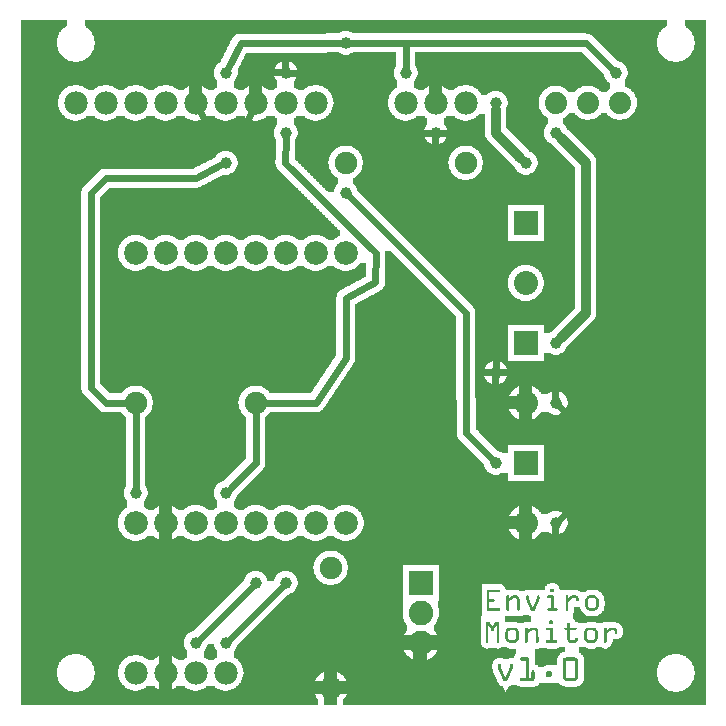
<source format=gtl>
G04 MADE WITH FRITZING*
G04 WWW.FRITZING.ORG*
G04 DOUBLE SIDED*
G04 HOLES PLATED*
G04 CONTOUR ON CENTER OF CONTOUR VECTOR*
%ASAXBY*%
%FSLAX23Y23*%
%MOIN*%
%OFA0B0*%
%SFA1.0B1.0*%
%ADD10C,0.075000*%
%ADD11C,0.039370*%
%ADD12C,0.079391*%
%ADD13C,0.082000*%
%ADD14C,0.074000*%
%ADD15C,0.078000*%
%ADD16C,0.080000*%
%ADD17R,0.082000X0.082000*%
%ADD18R,0.080000X0.079986*%
%ADD19C,0.024000*%
%ADD20C,0.032000*%
%ADD21R,0.001000X0.001000*%
%LNCOPPER1*%
G90*
G70*
G54D10*
X103Y2264D03*
G54D11*
X722Y1847D03*
X422Y747D03*
X722Y747D03*
X722Y2147D03*
X922Y2147D03*
X922Y1947D03*
X1322Y2147D03*
X1122Y1747D03*
X1422Y1947D03*
X2022Y2147D03*
X1622Y2047D03*
X1722Y1847D03*
X1822Y1947D03*
X1822Y1247D03*
X1822Y647D03*
X1822Y1047D03*
X1622Y1147D03*
X1622Y847D03*
X822Y447D03*
X622Y247D03*
X922Y447D03*
X722Y247D03*
X1122Y2247D03*
G54D12*
X1122Y1547D03*
X1022Y1547D03*
X922Y1547D03*
X822Y1547D03*
X722Y1547D03*
X622Y1547D03*
X522Y1547D03*
X422Y1547D03*
X422Y647D03*
X522Y647D03*
X622Y647D03*
X722Y647D03*
X822Y647D03*
X922Y647D03*
X1022Y647D03*
X1122Y647D03*
G54D13*
X1372Y447D03*
X1372Y347D03*
X1372Y247D03*
G54D14*
X1822Y2047D03*
X1929Y2047D03*
X2036Y2047D03*
X1822Y2047D03*
X1929Y2047D03*
X2036Y2047D03*
G54D15*
X722Y2047D03*
X622Y2047D03*
X522Y2047D03*
X422Y2047D03*
X322Y2047D03*
X222Y2047D03*
X822Y2047D03*
X922Y2047D03*
X1022Y2047D03*
X1322Y2047D03*
X1422Y2047D03*
X1522Y2047D03*
X422Y147D03*
X522Y147D03*
X622Y147D03*
X722Y147D03*
G54D10*
X1122Y1847D03*
X1522Y1847D03*
X1072Y97D03*
X1072Y497D03*
X822Y1047D03*
X422Y1047D03*
G54D16*
X1722Y1647D03*
X1722Y1447D03*
X1722Y1247D03*
X1722Y1047D03*
X1722Y847D03*
X1722Y647D03*
G54D17*
X1372Y447D03*
G54D18*
X1722Y1647D03*
X1722Y1247D03*
X1722Y847D03*
G54D19*
X672Y1948D02*
X772Y1948D01*
D02*
X772Y1948D02*
X809Y2021D01*
D02*
X636Y2021D02*
X672Y1948D01*
D02*
X422Y766D02*
X422Y1019D01*
D02*
X731Y2164D02*
X772Y2246D01*
D02*
X1403Y1947D02*
X1322Y1947D01*
D02*
X1322Y2166D02*
X1322Y2247D01*
D02*
X2009Y2161D02*
X1922Y2247D01*
G54D20*
D02*
X1622Y1947D02*
X1705Y1865D01*
D02*
X1622Y2023D02*
X1622Y1947D01*
G54D19*
D02*
X1922Y747D02*
X1922Y947D01*
D02*
X1922Y947D02*
X1836Y1034D01*
D02*
X1836Y661D02*
X1922Y747D01*
G54D20*
D02*
X1922Y1847D02*
X1840Y1930D01*
D02*
X1922Y1347D02*
X1922Y1847D01*
D02*
X1840Y1265D02*
X1922Y1347D01*
G54D19*
D02*
X636Y261D02*
X809Y434D01*
D02*
X909Y434D02*
X736Y261D01*
D02*
X1123Y1396D02*
X1123Y1197D01*
D02*
X1221Y1449D02*
X1123Y1396D01*
D02*
X1222Y1548D02*
X1221Y1449D01*
D02*
X1123Y1197D02*
X1023Y1048D01*
D02*
X1023Y1048D02*
X851Y1048D01*
D02*
X921Y1846D02*
X1222Y1548D01*
D02*
X922Y1928D02*
X921Y1846D01*
D02*
X941Y2147D02*
X1121Y2148D01*
D02*
X1121Y2148D02*
X1322Y1947D01*
D02*
X1522Y1347D02*
X1136Y1734D01*
D02*
X1523Y948D02*
X1522Y1347D01*
D02*
X1609Y861D02*
X1523Y948D01*
D02*
X1322Y2247D02*
X1141Y2247D01*
D02*
X1103Y2247D02*
X772Y2246D01*
D02*
X822Y847D02*
X822Y1019D01*
D02*
X736Y761D02*
X821Y847D01*
D02*
X272Y1747D02*
X272Y1098D01*
D02*
X322Y1796D02*
X272Y1747D01*
D02*
X623Y1796D02*
X322Y1796D01*
D02*
X705Y1839D02*
X623Y1796D01*
D02*
X322Y1048D02*
X394Y1048D01*
D02*
X272Y1098D02*
X322Y1048D01*
D02*
X1622Y1347D02*
X1622Y1166D01*
D02*
X1622Y1747D02*
X1622Y1347D01*
D02*
X1922Y2247D02*
X1322Y2247D01*
D02*
X1441Y1947D02*
X1523Y1947D01*
D02*
X1621Y1867D02*
X1622Y1747D01*
D02*
X1523Y1947D02*
X1621Y1867D01*
G36*
X1712Y340D02*
X1712Y338D01*
X1708Y338D01*
X1708Y336D01*
X1654Y336D01*
X1654Y316D01*
X1692Y316D01*
X1692Y314D01*
X1718Y314D01*
X1718Y316D01*
X1740Y316D01*
X1740Y336D01*
X1736Y336D01*
X1736Y338D01*
X1732Y338D01*
X1732Y340D01*
X1712Y340D01*
G37*
D02*
G36*
X664Y244D02*
X664Y242D01*
X662Y242D01*
X662Y240D01*
X660Y240D01*
X660Y232D01*
X658Y232D01*
X658Y228D01*
X656Y228D01*
X656Y226D01*
X654Y226D01*
X654Y222D01*
X652Y222D01*
X652Y220D01*
X650Y220D01*
X650Y198D01*
X654Y198D01*
X654Y196D01*
X656Y196D01*
X656Y194D01*
X658Y194D01*
X658Y192D01*
X662Y192D01*
X662Y190D01*
X684Y190D01*
X684Y192D01*
X686Y192D01*
X686Y194D01*
X688Y194D01*
X688Y196D01*
X690Y196D01*
X690Y198D01*
X694Y198D01*
X694Y220D01*
X692Y220D01*
X692Y224D01*
X690Y224D01*
X690Y226D01*
X688Y226D01*
X688Y230D01*
X686Y230D01*
X686Y234D01*
X684Y234D01*
X684Y244D01*
X664Y244D01*
G37*
D02*
G36*
X1832Y232D02*
X1832Y230D01*
X1826Y230D01*
X1826Y228D01*
X1854Y228D01*
X1854Y232D01*
X1832Y232D01*
G37*
D02*
G36*
X1766Y230D02*
X1766Y228D01*
X1792Y228D01*
X1792Y230D01*
X1766Y230D01*
G37*
D02*
G36*
X1752Y228D02*
X1752Y226D01*
X1854Y226D01*
X1854Y228D01*
X1752Y228D01*
G37*
D02*
G36*
X1752Y228D02*
X1752Y226D01*
X1854Y226D01*
X1854Y228D01*
X1752Y228D01*
G37*
D02*
G36*
X1752Y226D02*
X1752Y176D01*
X1754Y176D01*
X1754Y174D01*
X1760Y174D01*
X1760Y172D01*
X1762Y172D01*
X1762Y170D01*
X1764Y170D01*
X1764Y168D01*
X1784Y168D01*
X1784Y170D01*
X1790Y170D01*
X1790Y172D01*
X1828Y172D01*
X1828Y198D01*
X1830Y198D01*
X1830Y202D01*
X1832Y202D01*
X1832Y206D01*
X1834Y206D01*
X1834Y208D01*
X1836Y208D01*
X1836Y210D01*
X1838Y210D01*
X1838Y212D01*
X1840Y212D01*
X1840Y214D01*
X1844Y214D01*
X1844Y216D01*
X1850Y216D01*
X1850Y218D01*
X1854Y218D01*
X1854Y226D01*
X1752Y226D01*
G37*
D02*
G36*
X40Y2322D02*
X40Y2184D01*
X212Y2184D01*
X212Y2186D01*
X202Y2186D01*
X202Y2188D01*
X198Y2188D01*
X198Y2190D01*
X194Y2190D01*
X194Y2192D01*
X190Y2192D01*
X190Y2194D01*
X186Y2194D01*
X186Y2196D01*
X184Y2196D01*
X184Y2198D01*
X182Y2198D01*
X182Y2200D01*
X180Y2200D01*
X180Y2202D01*
X176Y2202D01*
X176Y2206D01*
X174Y2206D01*
X174Y2208D01*
X172Y2208D01*
X172Y2210D01*
X170Y2210D01*
X170Y2214D01*
X168Y2214D01*
X168Y2216D01*
X166Y2216D01*
X166Y2220D01*
X164Y2220D01*
X164Y2226D01*
X162Y2226D01*
X162Y2232D01*
X160Y2232D01*
X160Y2246D01*
X158Y2246D01*
X158Y2248D01*
X160Y2248D01*
X160Y2262D01*
X162Y2262D01*
X162Y2270D01*
X164Y2270D01*
X164Y2274D01*
X166Y2274D01*
X166Y2278D01*
X168Y2278D01*
X168Y2282D01*
X170Y2282D01*
X170Y2284D01*
X172Y2284D01*
X172Y2286D01*
X174Y2286D01*
X174Y2290D01*
X176Y2290D01*
X176Y2292D01*
X178Y2292D01*
X178Y2294D01*
X180Y2294D01*
X180Y2296D01*
X184Y2296D01*
X184Y2298D01*
X186Y2298D01*
X186Y2300D01*
X190Y2300D01*
X190Y2302D01*
X192Y2302D01*
X192Y2322D01*
X40Y2322D01*
G37*
D02*
G36*
X252Y2322D02*
X252Y2302D01*
X256Y2302D01*
X256Y2300D01*
X258Y2300D01*
X258Y2298D01*
X262Y2298D01*
X262Y2296D01*
X264Y2296D01*
X264Y2294D01*
X266Y2294D01*
X266Y2292D01*
X268Y2292D01*
X268Y2290D01*
X270Y2290D01*
X270Y2288D01*
X272Y2288D01*
X272Y2286D01*
X1134Y2286D01*
X1134Y2284D01*
X1140Y2284D01*
X1140Y2282D01*
X1142Y2282D01*
X1142Y2280D01*
X1924Y2280D01*
X1924Y2278D01*
X1934Y2278D01*
X1934Y2276D01*
X1938Y2276D01*
X1938Y2274D01*
X1940Y2274D01*
X1940Y2272D01*
X1944Y2272D01*
X1944Y2270D01*
X1946Y2270D01*
X1946Y2268D01*
X1948Y2268D01*
X1948Y2266D01*
X1950Y2266D01*
X1950Y2264D01*
X1952Y2264D01*
X1952Y2262D01*
X1954Y2262D01*
X1954Y2260D01*
X1956Y2260D01*
X1956Y2258D01*
X1958Y2258D01*
X1958Y2256D01*
X1960Y2256D01*
X1960Y2254D01*
X1962Y2254D01*
X1962Y2252D01*
X1964Y2252D01*
X1964Y2250D01*
X1966Y2250D01*
X1966Y2248D01*
X1968Y2248D01*
X1968Y2246D01*
X1970Y2246D01*
X1970Y2244D01*
X1972Y2244D01*
X1972Y2242D01*
X1974Y2242D01*
X1974Y2240D01*
X1976Y2240D01*
X1976Y2238D01*
X1978Y2238D01*
X1978Y2236D01*
X1980Y2236D01*
X1980Y2234D01*
X1982Y2234D01*
X1982Y2232D01*
X1984Y2232D01*
X1984Y2230D01*
X1986Y2230D01*
X1986Y2228D01*
X1988Y2228D01*
X1988Y2226D01*
X1990Y2226D01*
X1990Y2224D01*
X1992Y2224D01*
X1992Y2222D01*
X1994Y2222D01*
X1994Y2220D01*
X1996Y2220D01*
X1996Y2218D01*
X1998Y2218D01*
X1998Y2216D01*
X2000Y2216D01*
X2000Y2214D01*
X2002Y2214D01*
X2002Y2212D01*
X2004Y2212D01*
X2004Y2210D01*
X2006Y2210D01*
X2006Y2208D01*
X2008Y2208D01*
X2008Y2206D01*
X2010Y2206D01*
X2010Y2204D01*
X2012Y2204D01*
X2012Y2202D01*
X2014Y2202D01*
X2014Y2200D01*
X2016Y2200D01*
X2016Y2198D01*
X2018Y2198D01*
X2018Y2196D01*
X2020Y2196D01*
X2020Y2194D01*
X2022Y2194D01*
X2022Y2192D01*
X2024Y2192D01*
X2024Y2190D01*
X2026Y2190D01*
X2026Y2188D01*
X2028Y2188D01*
X2028Y2186D01*
X2034Y2186D01*
X2034Y2184D01*
X2212Y2184D01*
X2212Y2186D01*
X2202Y2186D01*
X2202Y2188D01*
X2198Y2188D01*
X2198Y2190D01*
X2194Y2190D01*
X2194Y2192D01*
X2190Y2192D01*
X2190Y2194D01*
X2186Y2194D01*
X2186Y2196D01*
X2184Y2196D01*
X2184Y2198D01*
X2182Y2198D01*
X2182Y2200D01*
X2180Y2200D01*
X2180Y2202D01*
X2176Y2202D01*
X2176Y2206D01*
X2174Y2206D01*
X2174Y2208D01*
X2172Y2208D01*
X2172Y2210D01*
X2170Y2210D01*
X2170Y2214D01*
X2168Y2214D01*
X2168Y2216D01*
X2166Y2216D01*
X2166Y2220D01*
X2164Y2220D01*
X2164Y2226D01*
X2162Y2226D01*
X2162Y2232D01*
X2160Y2232D01*
X2160Y2246D01*
X2158Y2246D01*
X2158Y2248D01*
X2160Y2248D01*
X2160Y2262D01*
X2162Y2262D01*
X2162Y2270D01*
X2164Y2270D01*
X2164Y2274D01*
X2166Y2274D01*
X2166Y2278D01*
X2168Y2278D01*
X2168Y2282D01*
X2170Y2282D01*
X2170Y2284D01*
X2172Y2284D01*
X2172Y2286D01*
X2174Y2286D01*
X2174Y2290D01*
X2176Y2290D01*
X2176Y2292D01*
X2178Y2292D01*
X2178Y2294D01*
X2180Y2294D01*
X2180Y2296D01*
X2184Y2296D01*
X2184Y2298D01*
X2186Y2298D01*
X2186Y2300D01*
X2190Y2300D01*
X2190Y2302D01*
X2192Y2302D01*
X2192Y2322D01*
X252Y2322D01*
G37*
D02*
G36*
X2252Y2322D02*
X2252Y2302D01*
X2256Y2302D01*
X2256Y2300D01*
X2258Y2300D01*
X2258Y2298D01*
X2262Y2298D01*
X2262Y2296D01*
X2264Y2296D01*
X2264Y2294D01*
X2266Y2294D01*
X2266Y2292D01*
X2268Y2292D01*
X2268Y2290D01*
X2270Y2290D01*
X2270Y2288D01*
X2272Y2288D01*
X2272Y2284D01*
X2274Y2284D01*
X2274Y2282D01*
X2276Y2282D01*
X2276Y2278D01*
X2278Y2278D01*
X2278Y2274D01*
X2280Y2274D01*
X2280Y2270D01*
X2282Y2270D01*
X2282Y2264D01*
X2284Y2264D01*
X2284Y2254D01*
X2286Y2254D01*
X2286Y2240D01*
X2284Y2240D01*
X2284Y2230D01*
X2282Y2230D01*
X2282Y2224D01*
X2280Y2224D01*
X2280Y2220D01*
X2278Y2220D01*
X2278Y2216D01*
X2276Y2216D01*
X2276Y2212D01*
X2274Y2212D01*
X2274Y2210D01*
X2272Y2210D01*
X2272Y2206D01*
X2270Y2206D01*
X2270Y2204D01*
X2268Y2204D01*
X2268Y2202D01*
X2266Y2202D01*
X2266Y2200D01*
X2264Y2200D01*
X2264Y2198D01*
X2260Y2198D01*
X2260Y2196D01*
X2258Y2196D01*
X2258Y2194D01*
X2254Y2194D01*
X2254Y2192D01*
X2252Y2192D01*
X2252Y2190D01*
X2248Y2190D01*
X2248Y2188D01*
X2242Y2188D01*
X2242Y2186D01*
X2234Y2186D01*
X2234Y2184D01*
X2322Y2184D01*
X2322Y2322D01*
X2252Y2322D01*
G37*
D02*
G36*
X272Y2286D02*
X272Y2284D01*
X274Y2284D01*
X274Y2282D01*
X276Y2282D01*
X276Y2278D01*
X278Y2278D01*
X278Y2274D01*
X280Y2274D01*
X280Y2270D01*
X282Y2270D01*
X282Y2264D01*
X284Y2264D01*
X284Y2254D01*
X286Y2254D01*
X286Y2240D01*
X284Y2240D01*
X284Y2230D01*
X282Y2230D01*
X282Y2224D01*
X280Y2224D01*
X280Y2220D01*
X278Y2220D01*
X278Y2216D01*
X276Y2216D01*
X276Y2212D01*
X274Y2212D01*
X274Y2210D01*
X272Y2210D01*
X272Y2206D01*
X270Y2206D01*
X270Y2204D01*
X268Y2204D01*
X268Y2202D01*
X266Y2202D01*
X266Y2200D01*
X264Y2200D01*
X264Y2198D01*
X260Y2198D01*
X260Y2196D01*
X258Y2196D01*
X258Y2194D01*
X254Y2194D01*
X254Y2192D01*
X252Y2192D01*
X252Y2190D01*
X248Y2190D01*
X248Y2188D01*
X242Y2188D01*
X242Y2186D01*
X234Y2186D01*
X234Y2184D01*
X706Y2184D01*
X706Y2188D01*
X708Y2188D01*
X708Y2192D01*
X710Y2192D01*
X710Y2196D01*
X712Y2196D01*
X712Y2200D01*
X714Y2200D01*
X714Y2204D01*
X716Y2204D01*
X716Y2208D01*
X718Y2208D01*
X718Y2212D01*
X720Y2212D01*
X720Y2216D01*
X722Y2216D01*
X722Y2220D01*
X724Y2220D01*
X724Y2224D01*
X726Y2224D01*
X726Y2228D01*
X728Y2228D01*
X728Y2232D01*
X730Y2232D01*
X730Y2236D01*
X732Y2236D01*
X732Y2240D01*
X734Y2240D01*
X734Y2244D01*
X736Y2244D01*
X736Y2248D01*
X738Y2248D01*
X738Y2252D01*
X740Y2252D01*
X740Y2256D01*
X742Y2256D01*
X742Y2260D01*
X744Y2260D01*
X744Y2264D01*
X746Y2264D01*
X746Y2266D01*
X748Y2266D01*
X748Y2268D01*
X750Y2268D01*
X750Y2270D01*
X752Y2270D01*
X752Y2272D01*
X754Y2272D01*
X754Y2274D01*
X758Y2274D01*
X758Y2276D01*
X764Y2276D01*
X764Y2278D01*
X1056Y2278D01*
X1056Y2280D01*
X1102Y2280D01*
X1102Y2282D01*
X1106Y2282D01*
X1106Y2284D01*
X1110Y2284D01*
X1110Y2286D01*
X272Y2286D01*
G37*
D02*
G36*
X1060Y2216D02*
X1060Y2214D01*
X790Y2214D01*
X790Y2210D01*
X788Y2210D01*
X788Y2208D01*
X1112Y2208D01*
X1112Y2210D01*
X1106Y2210D01*
X1106Y2212D01*
X1102Y2212D01*
X1102Y2214D01*
X1100Y2214D01*
X1100Y2216D01*
X1060Y2216D01*
G37*
D02*
G36*
X1146Y2216D02*
X1146Y2214D01*
X1142Y2214D01*
X1142Y2212D01*
X1138Y2212D01*
X1138Y2210D01*
X1132Y2210D01*
X1132Y2208D01*
X1290Y2208D01*
X1290Y2216D01*
X1146Y2216D01*
G37*
D02*
G36*
X1354Y2216D02*
X1354Y2170D01*
X1356Y2170D01*
X1356Y2166D01*
X1358Y2166D01*
X1358Y2162D01*
X1360Y2162D01*
X1360Y2154D01*
X1362Y2154D01*
X1362Y2140D01*
X1360Y2140D01*
X1360Y2132D01*
X1358Y2132D01*
X1358Y2128D01*
X1356Y2128D01*
X1356Y2126D01*
X1354Y2126D01*
X1354Y2122D01*
X1352Y2122D01*
X1352Y2120D01*
X1350Y2120D01*
X1350Y2106D01*
X1534Y2106D01*
X1534Y2104D01*
X1940Y2104D01*
X1940Y2102D01*
X1948Y2102D01*
X1948Y2100D01*
X1952Y2100D01*
X1952Y2098D01*
X1956Y2098D01*
X1956Y2096D01*
X1960Y2096D01*
X1960Y2094D01*
X1962Y2094D01*
X1962Y2092D01*
X1966Y2092D01*
X1966Y2090D01*
X1968Y2090D01*
X1968Y2088D01*
X1970Y2088D01*
X1970Y2086D01*
X1972Y2086D01*
X1972Y2084D01*
X1994Y2084D01*
X1994Y2086D01*
X1996Y2086D01*
X1996Y2088D01*
X1998Y2088D01*
X1998Y2090D01*
X2000Y2090D01*
X2000Y2092D01*
X2002Y2092D01*
X2002Y2114D01*
X2000Y2114D01*
X2000Y2116D01*
X1996Y2116D01*
X1996Y2118D01*
X1994Y2118D01*
X1994Y2120D01*
X1992Y2120D01*
X1992Y2124D01*
X1990Y2124D01*
X1990Y2126D01*
X1988Y2126D01*
X1988Y2130D01*
X1986Y2130D01*
X1986Y2134D01*
X1984Y2134D01*
X1984Y2142D01*
X1982Y2142D01*
X1982Y2144D01*
X1980Y2144D01*
X1980Y2146D01*
X1978Y2146D01*
X1978Y2148D01*
X1976Y2148D01*
X1976Y2150D01*
X1974Y2150D01*
X1974Y2152D01*
X1972Y2152D01*
X1972Y2154D01*
X1970Y2154D01*
X1970Y2156D01*
X1968Y2156D01*
X1968Y2158D01*
X1966Y2158D01*
X1966Y2160D01*
X1964Y2160D01*
X1964Y2162D01*
X1962Y2162D01*
X1962Y2164D01*
X1960Y2164D01*
X1960Y2166D01*
X1958Y2166D01*
X1958Y2168D01*
X1956Y2168D01*
X1956Y2170D01*
X1954Y2170D01*
X1954Y2172D01*
X1952Y2172D01*
X1952Y2174D01*
X1950Y2174D01*
X1950Y2176D01*
X1948Y2176D01*
X1948Y2178D01*
X1946Y2178D01*
X1946Y2180D01*
X1944Y2180D01*
X1944Y2182D01*
X1942Y2182D01*
X1942Y2184D01*
X1940Y2184D01*
X1940Y2186D01*
X1938Y2186D01*
X1938Y2188D01*
X1936Y2188D01*
X1936Y2190D01*
X1934Y2190D01*
X1934Y2192D01*
X1932Y2192D01*
X1932Y2194D01*
X1930Y2194D01*
X1930Y2196D01*
X1928Y2196D01*
X1928Y2198D01*
X1926Y2198D01*
X1926Y2200D01*
X1924Y2200D01*
X1924Y2202D01*
X1922Y2202D01*
X1922Y2204D01*
X1920Y2204D01*
X1920Y2206D01*
X1918Y2206D01*
X1918Y2208D01*
X1916Y2208D01*
X1916Y2210D01*
X1914Y2210D01*
X1914Y2212D01*
X1912Y2212D01*
X1912Y2214D01*
X1910Y2214D01*
X1910Y2216D01*
X1354Y2216D01*
G37*
D02*
G36*
X788Y2208D02*
X788Y2206D01*
X1290Y2206D01*
X1290Y2208D01*
X788Y2208D01*
G37*
D02*
G36*
X788Y2208D02*
X788Y2206D01*
X1290Y2206D01*
X1290Y2208D01*
X788Y2208D01*
G37*
D02*
G36*
X786Y2206D02*
X786Y2202D01*
X784Y2202D01*
X784Y2198D01*
X782Y2198D01*
X782Y2194D01*
X780Y2194D01*
X780Y2190D01*
X778Y2190D01*
X778Y2186D01*
X934Y2186D01*
X934Y2184D01*
X940Y2184D01*
X940Y2182D01*
X942Y2182D01*
X942Y2180D01*
X946Y2180D01*
X946Y2178D01*
X948Y2178D01*
X948Y2176D01*
X950Y2176D01*
X950Y2174D01*
X952Y2174D01*
X952Y2172D01*
X954Y2172D01*
X954Y2170D01*
X956Y2170D01*
X956Y2166D01*
X958Y2166D01*
X958Y2162D01*
X960Y2162D01*
X960Y2154D01*
X962Y2154D01*
X962Y2140D01*
X960Y2140D01*
X960Y2132D01*
X958Y2132D01*
X958Y2128D01*
X956Y2128D01*
X956Y2126D01*
X954Y2126D01*
X954Y2122D01*
X952Y2122D01*
X952Y2120D01*
X950Y2120D01*
X950Y2106D01*
X1034Y2106D01*
X1034Y2104D01*
X1042Y2104D01*
X1042Y2102D01*
X1046Y2102D01*
X1046Y2100D01*
X1050Y2100D01*
X1050Y2098D01*
X1054Y2098D01*
X1054Y2096D01*
X1056Y2096D01*
X1056Y2094D01*
X1058Y2094D01*
X1058Y2092D01*
X1062Y2092D01*
X1062Y2090D01*
X1064Y2090D01*
X1064Y2088D01*
X1066Y2088D01*
X1066Y2086D01*
X1068Y2086D01*
X1068Y2082D01*
X1070Y2082D01*
X1070Y2080D01*
X1072Y2080D01*
X1072Y2076D01*
X1074Y2076D01*
X1074Y2074D01*
X1076Y2074D01*
X1076Y2068D01*
X1078Y2068D01*
X1078Y2062D01*
X1080Y2062D01*
X1080Y2050D01*
X1082Y2050D01*
X1082Y2044D01*
X1080Y2044D01*
X1080Y2032D01*
X1078Y2032D01*
X1078Y2026D01*
X1076Y2026D01*
X1076Y2022D01*
X1074Y2022D01*
X1074Y2018D01*
X1072Y2018D01*
X1072Y2014D01*
X1070Y2014D01*
X1070Y2012D01*
X1068Y2012D01*
X1068Y2010D01*
X1066Y2010D01*
X1066Y2006D01*
X1064Y2006D01*
X1064Y2004D01*
X1060Y2004D01*
X1060Y2002D01*
X1058Y2002D01*
X1058Y2000D01*
X1056Y2000D01*
X1056Y1998D01*
X1052Y1998D01*
X1052Y1996D01*
X1050Y1996D01*
X1050Y1994D01*
X1046Y1994D01*
X1046Y1992D01*
X1040Y1992D01*
X1040Y1990D01*
X1030Y1990D01*
X1030Y1988D01*
X1314Y1988D01*
X1314Y1990D01*
X1304Y1990D01*
X1304Y1992D01*
X1298Y1992D01*
X1298Y1994D01*
X1294Y1994D01*
X1294Y1996D01*
X1292Y1996D01*
X1292Y1998D01*
X1288Y1998D01*
X1288Y2000D01*
X1286Y2000D01*
X1286Y2002D01*
X1284Y2002D01*
X1284Y2004D01*
X1282Y2004D01*
X1282Y2006D01*
X1280Y2006D01*
X1280Y2008D01*
X1278Y2008D01*
X1278Y2010D01*
X1276Y2010D01*
X1276Y2012D01*
X1274Y2012D01*
X1274Y2014D01*
X1272Y2014D01*
X1272Y2018D01*
X1270Y2018D01*
X1270Y2022D01*
X1268Y2022D01*
X1268Y2026D01*
X1266Y2026D01*
X1266Y2034D01*
X1264Y2034D01*
X1264Y2060D01*
X1266Y2060D01*
X1266Y2068D01*
X1268Y2068D01*
X1268Y2072D01*
X1270Y2072D01*
X1270Y2076D01*
X1272Y2076D01*
X1272Y2080D01*
X1274Y2080D01*
X1274Y2082D01*
X1276Y2082D01*
X1276Y2084D01*
X1278Y2084D01*
X1278Y2088D01*
X1280Y2088D01*
X1280Y2090D01*
X1284Y2090D01*
X1284Y2092D01*
X1286Y2092D01*
X1286Y2094D01*
X1288Y2094D01*
X1288Y2096D01*
X1290Y2096D01*
X1290Y2098D01*
X1294Y2098D01*
X1294Y2120D01*
X1292Y2120D01*
X1292Y2124D01*
X1290Y2124D01*
X1290Y2126D01*
X1288Y2126D01*
X1288Y2130D01*
X1286Y2130D01*
X1286Y2134D01*
X1284Y2134D01*
X1284Y2144D01*
X1282Y2144D01*
X1282Y2152D01*
X1284Y2152D01*
X1284Y2160D01*
X1286Y2160D01*
X1286Y2166D01*
X1288Y2166D01*
X1288Y2168D01*
X1290Y2168D01*
X1290Y2206D01*
X786Y2206D01*
G37*
D02*
G36*
X776Y2186D02*
X776Y2182D01*
X774Y2182D01*
X774Y2178D01*
X772Y2178D01*
X772Y2174D01*
X770Y2174D01*
X770Y2170D01*
X768Y2170D01*
X768Y2166D01*
X766Y2166D01*
X766Y2162D01*
X764Y2162D01*
X764Y2158D01*
X762Y2158D01*
X762Y2140D01*
X760Y2140D01*
X760Y2132D01*
X758Y2132D01*
X758Y2128D01*
X756Y2128D01*
X756Y2126D01*
X754Y2126D01*
X754Y2122D01*
X752Y2122D01*
X752Y2120D01*
X750Y2120D01*
X750Y2106D01*
X834Y2106D01*
X834Y2104D01*
X842Y2104D01*
X842Y2102D01*
X846Y2102D01*
X846Y2100D01*
X850Y2100D01*
X850Y2098D01*
X854Y2098D01*
X854Y2096D01*
X856Y2096D01*
X856Y2094D01*
X858Y2094D01*
X858Y2092D01*
X862Y2092D01*
X862Y2090D01*
X884Y2090D01*
X884Y2092D01*
X886Y2092D01*
X886Y2094D01*
X888Y2094D01*
X888Y2096D01*
X890Y2096D01*
X890Y2098D01*
X894Y2098D01*
X894Y2120D01*
X892Y2120D01*
X892Y2124D01*
X890Y2124D01*
X890Y2126D01*
X888Y2126D01*
X888Y2130D01*
X886Y2130D01*
X886Y2134D01*
X884Y2134D01*
X884Y2144D01*
X882Y2144D01*
X882Y2152D01*
X884Y2152D01*
X884Y2160D01*
X886Y2160D01*
X886Y2166D01*
X888Y2166D01*
X888Y2168D01*
X890Y2168D01*
X890Y2172D01*
X892Y2172D01*
X892Y2174D01*
X894Y2174D01*
X894Y2176D01*
X896Y2176D01*
X896Y2178D01*
X898Y2178D01*
X898Y2180D01*
X902Y2180D01*
X902Y2182D01*
X906Y2182D01*
X906Y2184D01*
X910Y2184D01*
X910Y2186D01*
X776Y2186D01*
G37*
D02*
G36*
X40Y2184D02*
X40Y2182D01*
X704Y2182D01*
X704Y2184D01*
X40Y2184D01*
G37*
D02*
G36*
X40Y2184D02*
X40Y2182D01*
X704Y2182D01*
X704Y2184D01*
X40Y2184D01*
G37*
D02*
G36*
X2040Y2184D02*
X2040Y2182D01*
X2322Y2182D01*
X2322Y2184D01*
X2040Y2184D01*
G37*
D02*
G36*
X2040Y2184D02*
X2040Y2182D01*
X2322Y2182D01*
X2322Y2184D01*
X2040Y2184D01*
G37*
D02*
G36*
X40Y2182D02*
X40Y2106D01*
X634Y2106D01*
X634Y2104D01*
X642Y2104D01*
X642Y2102D01*
X646Y2102D01*
X646Y2100D01*
X650Y2100D01*
X650Y2098D01*
X654Y2098D01*
X654Y2096D01*
X656Y2096D01*
X656Y2094D01*
X658Y2094D01*
X658Y2092D01*
X662Y2092D01*
X662Y2090D01*
X684Y2090D01*
X684Y2092D01*
X686Y2092D01*
X686Y2094D01*
X688Y2094D01*
X688Y2096D01*
X690Y2096D01*
X690Y2098D01*
X694Y2098D01*
X694Y2120D01*
X692Y2120D01*
X692Y2124D01*
X690Y2124D01*
X690Y2126D01*
X688Y2126D01*
X688Y2130D01*
X686Y2130D01*
X686Y2134D01*
X684Y2134D01*
X684Y2144D01*
X682Y2144D01*
X682Y2152D01*
X684Y2152D01*
X684Y2160D01*
X686Y2160D01*
X686Y2166D01*
X688Y2166D01*
X688Y2168D01*
X690Y2168D01*
X690Y2172D01*
X692Y2172D01*
X692Y2174D01*
X694Y2174D01*
X694Y2176D01*
X696Y2176D01*
X696Y2178D01*
X698Y2178D01*
X698Y2180D01*
X702Y2180D01*
X702Y2182D01*
X40Y2182D01*
G37*
D02*
G36*
X2042Y2182D02*
X2042Y2180D01*
X2046Y2180D01*
X2046Y2178D01*
X2048Y2178D01*
X2048Y2176D01*
X2050Y2176D01*
X2050Y2174D01*
X2052Y2174D01*
X2052Y2172D01*
X2054Y2172D01*
X2054Y2170D01*
X2056Y2170D01*
X2056Y2166D01*
X2058Y2166D01*
X2058Y2162D01*
X2060Y2162D01*
X2060Y2154D01*
X2062Y2154D01*
X2062Y2140D01*
X2060Y2140D01*
X2060Y2132D01*
X2058Y2132D01*
X2058Y2128D01*
X2056Y2128D01*
X2056Y2126D01*
X2054Y2126D01*
X2054Y2122D01*
X2052Y2122D01*
X2052Y2102D01*
X2054Y2102D01*
X2054Y2100D01*
X2060Y2100D01*
X2060Y2098D01*
X2064Y2098D01*
X2064Y2096D01*
X2066Y2096D01*
X2066Y2094D01*
X2070Y2094D01*
X2070Y2092D01*
X2072Y2092D01*
X2072Y2090D01*
X2074Y2090D01*
X2074Y2088D01*
X2076Y2088D01*
X2076Y2086D01*
X2078Y2086D01*
X2078Y2084D01*
X2080Y2084D01*
X2080Y2082D01*
X2082Y2082D01*
X2082Y2080D01*
X2084Y2080D01*
X2084Y2076D01*
X2086Y2076D01*
X2086Y2072D01*
X2088Y2072D01*
X2088Y2068D01*
X2090Y2068D01*
X2090Y2062D01*
X2092Y2062D01*
X2092Y2050D01*
X2094Y2050D01*
X2094Y2044D01*
X2092Y2044D01*
X2092Y2032D01*
X2090Y2032D01*
X2090Y2026D01*
X2088Y2026D01*
X2088Y2022D01*
X2086Y2022D01*
X2086Y2018D01*
X2084Y2018D01*
X2084Y2014D01*
X2082Y2014D01*
X2082Y2012D01*
X2080Y2012D01*
X2080Y2010D01*
X2078Y2010D01*
X2078Y2008D01*
X2076Y2008D01*
X2076Y2006D01*
X2074Y2006D01*
X2074Y2004D01*
X2072Y2004D01*
X2072Y2002D01*
X2070Y2002D01*
X2070Y2000D01*
X2066Y2000D01*
X2066Y1998D01*
X2064Y1998D01*
X2064Y1996D01*
X2060Y1996D01*
X2060Y1994D01*
X2054Y1994D01*
X2054Y1992D01*
X2044Y1992D01*
X2044Y1990D01*
X2322Y1990D01*
X2322Y2182D01*
X2042Y2182D01*
G37*
D02*
G36*
X40Y2106D02*
X40Y1988D01*
X214Y1988D01*
X214Y1990D01*
X204Y1990D01*
X204Y1992D01*
X198Y1992D01*
X198Y1994D01*
X194Y1994D01*
X194Y1996D01*
X192Y1996D01*
X192Y1998D01*
X188Y1998D01*
X188Y2000D01*
X186Y2000D01*
X186Y2002D01*
X184Y2002D01*
X184Y2004D01*
X182Y2004D01*
X182Y2006D01*
X180Y2006D01*
X180Y2008D01*
X178Y2008D01*
X178Y2010D01*
X176Y2010D01*
X176Y2012D01*
X174Y2012D01*
X174Y2014D01*
X172Y2014D01*
X172Y2018D01*
X170Y2018D01*
X170Y2022D01*
X168Y2022D01*
X168Y2026D01*
X166Y2026D01*
X166Y2034D01*
X164Y2034D01*
X164Y2060D01*
X166Y2060D01*
X166Y2068D01*
X168Y2068D01*
X168Y2072D01*
X170Y2072D01*
X170Y2076D01*
X172Y2076D01*
X172Y2080D01*
X174Y2080D01*
X174Y2082D01*
X176Y2082D01*
X176Y2084D01*
X178Y2084D01*
X178Y2088D01*
X180Y2088D01*
X180Y2090D01*
X184Y2090D01*
X184Y2092D01*
X186Y2092D01*
X186Y2094D01*
X188Y2094D01*
X188Y2096D01*
X190Y2096D01*
X190Y2098D01*
X194Y2098D01*
X194Y2100D01*
X198Y2100D01*
X198Y2102D01*
X204Y2102D01*
X204Y2104D01*
X212Y2104D01*
X212Y2106D01*
X40Y2106D01*
G37*
D02*
G36*
X234Y2106D02*
X234Y2104D01*
X242Y2104D01*
X242Y2102D01*
X246Y2102D01*
X246Y2100D01*
X250Y2100D01*
X250Y2098D01*
X254Y2098D01*
X254Y2096D01*
X256Y2096D01*
X256Y2094D01*
X258Y2094D01*
X258Y2092D01*
X262Y2092D01*
X262Y2090D01*
X284Y2090D01*
X284Y2092D01*
X286Y2092D01*
X286Y2094D01*
X288Y2094D01*
X288Y2096D01*
X290Y2096D01*
X290Y2098D01*
X294Y2098D01*
X294Y2100D01*
X298Y2100D01*
X298Y2102D01*
X304Y2102D01*
X304Y2104D01*
X312Y2104D01*
X312Y2106D01*
X234Y2106D01*
G37*
D02*
G36*
X334Y2106D02*
X334Y2104D01*
X342Y2104D01*
X342Y2102D01*
X346Y2102D01*
X346Y2100D01*
X350Y2100D01*
X350Y2098D01*
X354Y2098D01*
X354Y2096D01*
X356Y2096D01*
X356Y2094D01*
X358Y2094D01*
X358Y2092D01*
X362Y2092D01*
X362Y2090D01*
X384Y2090D01*
X384Y2092D01*
X386Y2092D01*
X386Y2094D01*
X388Y2094D01*
X388Y2096D01*
X390Y2096D01*
X390Y2098D01*
X394Y2098D01*
X394Y2100D01*
X398Y2100D01*
X398Y2102D01*
X404Y2102D01*
X404Y2104D01*
X412Y2104D01*
X412Y2106D01*
X334Y2106D01*
G37*
D02*
G36*
X434Y2106D02*
X434Y2104D01*
X442Y2104D01*
X442Y2102D01*
X446Y2102D01*
X446Y2100D01*
X450Y2100D01*
X450Y2098D01*
X454Y2098D01*
X454Y2096D01*
X456Y2096D01*
X456Y2094D01*
X458Y2094D01*
X458Y2092D01*
X462Y2092D01*
X462Y2090D01*
X484Y2090D01*
X484Y2092D01*
X486Y2092D01*
X486Y2094D01*
X488Y2094D01*
X488Y2096D01*
X490Y2096D01*
X490Y2098D01*
X494Y2098D01*
X494Y2100D01*
X498Y2100D01*
X498Y2102D01*
X504Y2102D01*
X504Y2104D01*
X512Y2104D01*
X512Y2106D01*
X434Y2106D01*
G37*
D02*
G36*
X534Y2106D02*
X534Y2104D01*
X542Y2104D01*
X542Y2102D01*
X546Y2102D01*
X546Y2100D01*
X550Y2100D01*
X550Y2098D01*
X554Y2098D01*
X554Y2096D01*
X556Y2096D01*
X556Y2094D01*
X558Y2094D01*
X558Y2092D01*
X562Y2092D01*
X562Y2090D01*
X584Y2090D01*
X584Y2092D01*
X586Y2092D01*
X586Y2094D01*
X588Y2094D01*
X588Y2096D01*
X590Y2096D01*
X590Y2098D01*
X594Y2098D01*
X594Y2100D01*
X598Y2100D01*
X598Y2102D01*
X604Y2102D01*
X604Y2104D01*
X612Y2104D01*
X612Y2106D01*
X534Y2106D01*
G37*
D02*
G36*
X750Y2106D02*
X750Y2098D01*
X754Y2098D01*
X754Y2096D01*
X756Y2096D01*
X756Y2094D01*
X758Y2094D01*
X758Y2092D01*
X762Y2092D01*
X762Y2090D01*
X784Y2090D01*
X784Y2092D01*
X786Y2092D01*
X786Y2094D01*
X788Y2094D01*
X788Y2096D01*
X790Y2096D01*
X790Y2098D01*
X794Y2098D01*
X794Y2100D01*
X798Y2100D01*
X798Y2102D01*
X804Y2102D01*
X804Y2104D01*
X812Y2104D01*
X812Y2106D01*
X750Y2106D01*
G37*
D02*
G36*
X950Y2106D02*
X950Y2098D01*
X954Y2098D01*
X954Y2096D01*
X956Y2096D01*
X956Y2094D01*
X958Y2094D01*
X958Y2092D01*
X962Y2092D01*
X962Y2090D01*
X984Y2090D01*
X984Y2092D01*
X986Y2092D01*
X986Y2094D01*
X988Y2094D01*
X988Y2096D01*
X990Y2096D01*
X990Y2098D01*
X994Y2098D01*
X994Y2100D01*
X998Y2100D01*
X998Y2102D01*
X1004Y2102D01*
X1004Y2104D01*
X1012Y2104D01*
X1012Y2106D01*
X950Y2106D01*
G37*
D02*
G36*
X1350Y2106D02*
X1350Y2098D01*
X1354Y2098D01*
X1354Y2096D01*
X1356Y2096D01*
X1356Y2094D01*
X1358Y2094D01*
X1358Y2092D01*
X1362Y2092D01*
X1362Y2090D01*
X1384Y2090D01*
X1384Y2092D01*
X1386Y2092D01*
X1386Y2094D01*
X1388Y2094D01*
X1388Y2096D01*
X1390Y2096D01*
X1390Y2098D01*
X1394Y2098D01*
X1394Y2100D01*
X1398Y2100D01*
X1398Y2102D01*
X1404Y2102D01*
X1404Y2104D01*
X1412Y2104D01*
X1412Y2106D01*
X1350Y2106D01*
G37*
D02*
G36*
X1434Y2106D02*
X1434Y2104D01*
X1442Y2104D01*
X1442Y2102D01*
X1446Y2102D01*
X1446Y2100D01*
X1450Y2100D01*
X1450Y2098D01*
X1454Y2098D01*
X1454Y2096D01*
X1456Y2096D01*
X1456Y2094D01*
X1458Y2094D01*
X1458Y2092D01*
X1462Y2092D01*
X1462Y2090D01*
X1484Y2090D01*
X1484Y2092D01*
X1486Y2092D01*
X1486Y2094D01*
X1488Y2094D01*
X1488Y2096D01*
X1490Y2096D01*
X1490Y2098D01*
X1494Y2098D01*
X1494Y2100D01*
X1498Y2100D01*
X1498Y2102D01*
X1504Y2102D01*
X1504Y2104D01*
X1512Y2104D01*
X1512Y2106D01*
X1434Y2106D01*
G37*
D02*
G36*
X1542Y2104D02*
X1542Y2102D01*
X1546Y2102D01*
X1546Y2100D01*
X1550Y2100D01*
X1550Y2098D01*
X1554Y2098D01*
X1554Y2096D01*
X1556Y2096D01*
X1556Y2094D01*
X1558Y2094D01*
X1558Y2092D01*
X1562Y2092D01*
X1562Y2090D01*
X1564Y2090D01*
X1564Y2088D01*
X1566Y2088D01*
X1566Y2086D01*
X1634Y2086D01*
X1634Y2084D01*
X1640Y2084D01*
X1640Y2082D01*
X1642Y2082D01*
X1642Y2080D01*
X1646Y2080D01*
X1646Y2078D01*
X1648Y2078D01*
X1648Y2076D01*
X1650Y2076D01*
X1650Y2074D01*
X1652Y2074D01*
X1652Y2072D01*
X1654Y2072D01*
X1654Y2070D01*
X1656Y2070D01*
X1656Y2066D01*
X1658Y2066D01*
X1658Y2062D01*
X1660Y2062D01*
X1660Y2054D01*
X1662Y2054D01*
X1662Y2040D01*
X1660Y2040D01*
X1660Y2032D01*
X1658Y2032D01*
X1658Y1962D01*
X1660Y1962D01*
X1660Y1960D01*
X1662Y1960D01*
X1662Y1958D01*
X1664Y1958D01*
X1664Y1956D01*
X1666Y1956D01*
X1666Y1954D01*
X1668Y1954D01*
X1668Y1952D01*
X1670Y1952D01*
X1670Y1950D01*
X1672Y1950D01*
X1672Y1948D01*
X1674Y1948D01*
X1674Y1946D01*
X1676Y1946D01*
X1676Y1944D01*
X1678Y1944D01*
X1678Y1942D01*
X1680Y1942D01*
X1680Y1940D01*
X1682Y1940D01*
X1682Y1938D01*
X1684Y1938D01*
X1684Y1936D01*
X1686Y1936D01*
X1686Y1934D01*
X1688Y1934D01*
X1688Y1932D01*
X1690Y1932D01*
X1690Y1930D01*
X1692Y1930D01*
X1692Y1928D01*
X1694Y1928D01*
X1694Y1926D01*
X1696Y1926D01*
X1696Y1924D01*
X1698Y1924D01*
X1698Y1922D01*
X1700Y1922D01*
X1700Y1920D01*
X1702Y1920D01*
X1702Y1918D01*
X1704Y1918D01*
X1704Y1916D01*
X1706Y1916D01*
X1706Y1914D01*
X1708Y1914D01*
X1708Y1912D01*
X1710Y1912D01*
X1710Y1910D01*
X1712Y1910D01*
X1712Y1908D01*
X1714Y1908D01*
X1714Y1906D01*
X1716Y1906D01*
X1716Y1904D01*
X1718Y1904D01*
X1718Y1902D01*
X1720Y1902D01*
X1720Y1900D01*
X1722Y1900D01*
X1722Y1898D01*
X1724Y1898D01*
X1724Y1896D01*
X1726Y1896D01*
X1726Y1894D01*
X1728Y1894D01*
X1728Y1892D01*
X1730Y1892D01*
X1730Y1890D01*
X1732Y1890D01*
X1732Y1886D01*
X1734Y1886D01*
X1734Y1884D01*
X1740Y1884D01*
X1740Y1882D01*
X1742Y1882D01*
X1742Y1880D01*
X1746Y1880D01*
X1746Y1878D01*
X1748Y1878D01*
X1748Y1876D01*
X1750Y1876D01*
X1750Y1874D01*
X1752Y1874D01*
X1752Y1872D01*
X1754Y1872D01*
X1754Y1870D01*
X1756Y1870D01*
X1756Y1866D01*
X1758Y1866D01*
X1758Y1862D01*
X1760Y1862D01*
X1760Y1854D01*
X1762Y1854D01*
X1762Y1840D01*
X1760Y1840D01*
X1760Y1832D01*
X1758Y1832D01*
X1758Y1828D01*
X1756Y1828D01*
X1756Y1826D01*
X1754Y1826D01*
X1754Y1822D01*
X1752Y1822D01*
X1752Y1820D01*
X1750Y1820D01*
X1750Y1818D01*
X1748Y1818D01*
X1748Y1816D01*
X1746Y1816D01*
X1746Y1814D01*
X1742Y1814D01*
X1742Y1812D01*
X1738Y1812D01*
X1738Y1810D01*
X1732Y1810D01*
X1732Y1808D01*
X1886Y1808D01*
X1886Y1834D01*
X1884Y1834D01*
X1884Y1836D01*
X1882Y1836D01*
X1882Y1838D01*
X1880Y1838D01*
X1880Y1840D01*
X1878Y1840D01*
X1878Y1842D01*
X1876Y1842D01*
X1876Y1844D01*
X1874Y1844D01*
X1874Y1846D01*
X1872Y1846D01*
X1872Y1848D01*
X1870Y1848D01*
X1870Y1850D01*
X1868Y1850D01*
X1868Y1852D01*
X1866Y1852D01*
X1866Y1854D01*
X1864Y1854D01*
X1864Y1856D01*
X1862Y1856D01*
X1862Y1858D01*
X1860Y1858D01*
X1860Y1860D01*
X1858Y1860D01*
X1858Y1862D01*
X1856Y1862D01*
X1856Y1864D01*
X1854Y1864D01*
X1854Y1866D01*
X1852Y1866D01*
X1852Y1868D01*
X1850Y1868D01*
X1850Y1870D01*
X1848Y1870D01*
X1848Y1872D01*
X1846Y1872D01*
X1846Y1874D01*
X1844Y1874D01*
X1844Y1876D01*
X1842Y1876D01*
X1842Y1878D01*
X1840Y1878D01*
X1840Y1880D01*
X1838Y1880D01*
X1838Y1882D01*
X1836Y1882D01*
X1836Y1884D01*
X1834Y1884D01*
X1834Y1886D01*
X1832Y1886D01*
X1832Y1888D01*
X1830Y1888D01*
X1830Y1890D01*
X1828Y1890D01*
X1828Y1892D01*
X1826Y1892D01*
X1826Y1894D01*
X1824Y1894D01*
X1824Y1896D01*
X1822Y1896D01*
X1822Y1898D01*
X1820Y1898D01*
X1820Y1900D01*
X1818Y1900D01*
X1818Y1902D01*
X1816Y1902D01*
X1816Y1904D01*
X1814Y1904D01*
X1814Y1906D01*
X1812Y1906D01*
X1812Y1908D01*
X1810Y1908D01*
X1810Y1910D01*
X1806Y1910D01*
X1806Y1912D01*
X1802Y1912D01*
X1802Y1914D01*
X1800Y1914D01*
X1800Y1916D01*
X1796Y1916D01*
X1796Y1918D01*
X1794Y1918D01*
X1794Y1920D01*
X1792Y1920D01*
X1792Y1924D01*
X1790Y1924D01*
X1790Y1926D01*
X1788Y1926D01*
X1788Y1930D01*
X1786Y1930D01*
X1786Y1934D01*
X1784Y1934D01*
X1784Y1944D01*
X1782Y1944D01*
X1782Y1952D01*
X1784Y1952D01*
X1784Y1960D01*
X1786Y1960D01*
X1786Y1966D01*
X1788Y1966D01*
X1788Y1968D01*
X1790Y1968D01*
X1790Y1972D01*
X1792Y1972D01*
X1792Y1974D01*
X1794Y1974D01*
X1794Y1976D01*
X1796Y1976D01*
X1796Y1998D01*
X1792Y1998D01*
X1792Y2000D01*
X1790Y2000D01*
X1790Y2002D01*
X1786Y2002D01*
X1786Y2004D01*
X1784Y2004D01*
X1784Y2006D01*
X1782Y2006D01*
X1782Y2008D01*
X1780Y2008D01*
X1780Y2010D01*
X1778Y2010D01*
X1778Y2012D01*
X1776Y2012D01*
X1776Y2016D01*
X1774Y2016D01*
X1774Y2018D01*
X1772Y2018D01*
X1772Y2022D01*
X1770Y2022D01*
X1770Y2028D01*
X1768Y2028D01*
X1768Y2034D01*
X1766Y2034D01*
X1766Y2060D01*
X1768Y2060D01*
X1768Y2068D01*
X1770Y2068D01*
X1770Y2072D01*
X1772Y2072D01*
X1772Y2076D01*
X1774Y2076D01*
X1774Y2078D01*
X1776Y2078D01*
X1776Y2082D01*
X1778Y2082D01*
X1778Y2084D01*
X1780Y2084D01*
X1780Y2086D01*
X1782Y2086D01*
X1782Y2088D01*
X1784Y2088D01*
X1784Y2090D01*
X1786Y2090D01*
X1786Y2092D01*
X1788Y2092D01*
X1788Y2094D01*
X1792Y2094D01*
X1792Y2096D01*
X1794Y2096D01*
X1794Y2098D01*
X1798Y2098D01*
X1798Y2100D01*
X1804Y2100D01*
X1804Y2102D01*
X1812Y2102D01*
X1812Y2104D01*
X1542Y2104D01*
G37*
D02*
G36*
X1832Y2104D02*
X1832Y2102D01*
X1840Y2102D01*
X1840Y2100D01*
X1846Y2100D01*
X1846Y2098D01*
X1850Y2098D01*
X1850Y2096D01*
X1852Y2096D01*
X1852Y2094D01*
X1856Y2094D01*
X1856Y2092D01*
X1858Y2092D01*
X1858Y2090D01*
X1860Y2090D01*
X1860Y2088D01*
X1862Y2088D01*
X1862Y2086D01*
X1864Y2086D01*
X1864Y2084D01*
X1866Y2084D01*
X1866Y2082D01*
X1886Y2082D01*
X1886Y2086D01*
X1888Y2086D01*
X1888Y2088D01*
X1890Y2088D01*
X1890Y2090D01*
X1894Y2090D01*
X1894Y2092D01*
X1896Y2092D01*
X1896Y2094D01*
X1898Y2094D01*
X1898Y2096D01*
X1902Y2096D01*
X1902Y2098D01*
X1906Y2098D01*
X1906Y2100D01*
X1910Y2100D01*
X1910Y2102D01*
X1918Y2102D01*
X1918Y2104D01*
X1832Y2104D01*
G37*
D02*
G36*
X1568Y2086D02*
X1568Y2082D01*
X1570Y2082D01*
X1570Y2080D01*
X1572Y2080D01*
X1572Y2076D01*
X1574Y2076D01*
X1574Y2074D01*
X1594Y2074D01*
X1594Y2076D01*
X1596Y2076D01*
X1596Y2078D01*
X1598Y2078D01*
X1598Y2080D01*
X1602Y2080D01*
X1602Y2082D01*
X1606Y2082D01*
X1606Y2084D01*
X1610Y2084D01*
X1610Y2086D01*
X1568Y2086D01*
G37*
D02*
G36*
X1866Y2012D02*
X1866Y2010D01*
X1864Y2010D01*
X1864Y2008D01*
X1862Y2008D01*
X1862Y2006D01*
X1860Y2006D01*
X1860Y2004D01*
X1858Y2004D01*
X1858Y2002D01*
X1856Y2002D01*
X1856Y2000D01*
X1852Y2000D01*
X1852Y1998D01*
X1850Y1998D01*
X1850Y1996D01*
X1848Y1996D01*
X1848Y1990D01*
X1920Y1990D01*
X1920Y1992D01*
X1912Y1992D01*
X1912Y1994D01*
X1906Y1994D01*
X1906Y1996D01*
X1902Y1996D01*
X1902Y1998D01*
X1900Y1998D01*
X1900Y2000D01*
X1896Y2000D01*
X1896Y2002D01*
X1894Y2002D01*
X1894Y2004D01*
X1892Y2004D01*
X1892Y2006D01*
X1888Y2006D01*
X1888Y2010D01*
X1886Y2010D01*
X1886Y2012D01*
X1866Y2012D01*
G37*
D02*
G36*
X1972Y2012D02*
X1972Y2008D01*
X1970Y2008D01*
X1970Y2006D01*
X1968Y2006D01*
X1968Y2004D01*
X1964Y2004D01*
X1964Y2002D01*
X1962Y2002D01*
X1962Y2000D01*
X1960Y2000D01*
X1960Y1998D01*
X1956Y1998D01*
X1956Y1996D01*
X1952Y1996D01*
X1952Y1994D01*
X1946Y1994D01*
X1946Y1992D01*
X1938Y1992D01*
X1938Y1990D01*
X2028Y1990D01*
X2028Y1992D01*
X2018Y1992D01*
X2018Y1994D01*
X2014Y1994D01*
X2014Y1996D01*
X2010Y1996D01*
X2010Y1998D01*
X2006Y1998D01*
X2006Y2000D01*
X2004Y2000D01*
X2004Y2002D01*
X2000Y2002D01*
X2000Y2004D01*
X1998Y2004D01*
X1998Y2006D01*
X1996Y2006D01*
X1996Y2008D01*
X1994Y2008D01*
X1994Y2010D01*
X1992Y2010D01*
X1992Y2012D01*
X1972Y2012D01*
G37*
D02*
G36*
X1566Y2010D02*
X1566Y2006D01*
X1564Y2006D01*
X1564Y2004D01*
X1560Y2004D01*
X1560Y2002D01*
X1558Y2002D01*
X1558Y2000D01*
X1556Y2000D01*
X1556Y1998D01*
X1552Y1998D01*
X1552Y1996D01*
X1550Y1996D01*
X1550Y1994D01*
X1546Y1994D01*
X1546Y1992D01*
X1540Y1992D01*
X1540Y1990D01*
X1530Y1990D01*
X1530Y1988D01*
X1586Y1988D01*
X1586Y2010D01*
X1566Y2010D01*
G37*
D02*
G36*
X260Y2004D02*
X260Y2002D01*
X258Y2002D01*
X258Y2000D01*
X256Y2000D01*
X256Y1998D01*
X252Y1998D01*
X252Y1996D01*
X250Y1996D01*
X250Y1994D01*
X246Y1994D01*
X246Y1992D01*
X240Y1992D01*
X240Y1990D01*
X230Y1990D01*
X230Y1988D01*
X314Y1988D01*
X314Y1990D01*
X304Y1990D01*
X304Y1992D01*
X298Y1992D01*
X298Y1994D01*
X294Y1994D01*
X294Y1996D01*
X292Y1996D01*
X292Y1998D01*
X288Y1998D01*
X288Y2000D01*
X286Y2000D01*
X286Y2002D01*
X284Y2002D01*
X284Y2004D01*
X260Y2004D01*
G37*
D02*
G36*
X360Y2004D02*
X360Y2002D01*
X358Y2002D01*
X358Y2000D01*
X356Y2000D01*
X356Y1998D01*
X352Y1998D01*
X352Y1996D01*
X350Y1996D01*
X350Y1994D01*
X346Y1994D01*
X346Y1992D01*
X340Y1992D01*
X340Y1990D01*
X330Y1990D01*
X330Y1988D01*
X414Y1988D01*
X414Y1990D01*
X404Y1990D01*
X404Y1992D01*
X398Y1992D01*
X398Y1994D01*
X394Y1994D01*
X394Y1996D01*
X392Y1996D01*
X392Y1998D01*
X388Y1998D01*
X388Y2000D01*
X386Y2000D01*
X386Y2002D01*
X384Y2002D01*
X384Y2004D01*
X360Y2004D01*
G37*
D02*
G36*
X460Y2004D02*
X460Y2002D01*
X458Y2002D01*
X458Y2000D01*
X456Y2000D01*
X456Y1998D01*
X452Y1998D01*
X452Y1996D01*
X450Y1996D01*
X450Y1994D01*
X446Y1994D01*
X446Y1992D01*
X440Y1992D01*
X440Y1990D01*
X430Y1990D01*
X430Y1988D01*
X514Y1988D01*
X514Y1990D01*
X504Y1990D01*
X504Y1992D01*
X498Y1992D01*
X498Y1994D01*
X494Y1994D01*
X494Y1996D01*
X492Y1996D01*
X492Y1998D01*
X488Y1998D01*
X488Y2000D01*
X486Y2000D01*
X486Y2002D01*
X484Y2002D01*
X484Y2004D01*
X460Y2004D01*
G37*
D02*
G36*
X560Y2004D02*
X560Y2002D01*
X558Y2002D01*
X558Y2000D01*
X556Y2000D01*
X556Y1998D01*
X552Y1998D01*
X552Y1996D01*
X550Y1996D01*
X550Y1994D01*
X546Y1994D01*
X546Y1992D01*
X540Y1992D01*
X540Y1990D01*
X530Y1990D01*
X530Y1988D01*
X614Y1988D01*
X614Y1990D01*
X604Y1990D01*
X604Y1992D01*
X598Y1992D01*
X598Y1994D01*
X594Y1994D01*
X594Y1996D01*
X592Y1996D01*
X592Y1998D01*
X588Y1998D01*
X588Y2000D01*
X586Y2000D01*
X586Y2002D01*
X584Y2002D01*
X584Y2004D01*
X560Y2004D01*
G37*
D02*
G36*
X660Y2004D02*
X660Y2002D01*
X658Y2002D01*
X658Y2000D01*
X656Y2000D01*
X656Y1998D01*
X652Y1998D01*
X652Y1996D01*
X650Y1996D01*
X650Y1994D01*
X646Y1994D01*
X646Y1992D01*
X640Y1992D01*
X640Y1990D01*
X630Y1990D01*
X630Y1988D01*
X714Y1988D01*
X714Y1990D01*
X704Y1990D01*
X704Y1992D01*
X698Y1992D01*
X698Y1994D01*
X694Y1994D01*
X694Y1996D01*
X692Y1996D01*
X692Y1998D01*
X688Y1998D01*
X688Y2000D01*
X686Y2000D01*
X686Y2002D01*
X684Y2002D01*
X684Y2004D01*
X660Y2004D01*
G37*
D02*
G36*
X760Y2004D02*
X760Y2002D01*
X758Y2002D01*
X758Y2000D01*
X756Y2000D01*
X756Y1998D01*
X752Y1998D01*
X752Y1996D01*
X750Y1996D01*
X750Y1994D01*
X746Y1994D01*
X746Y1992D01*
X740Y1992D01*
X740Y1990D01*
X730Y1990D01*
X730Y1988D01*
X814Y1988D01*
X814Y1990D01*
X804Y1990D01*
X804Y1992D01*
X798Y1992D01*
X798Y1994D01*
X794Y1994D01*
X794Y1996D01*
X792Y1996D01*
X792Y1998D01*
X788Y1998D01*
X788Y2000D01*
X786Y2000D01*
X786Y2002D01*
X784Y2002D01*
X784Y2004D01*
X760Y2004D01*
G37*
D02*
G36*
X860Y2004D02*
X860Y2002D01*
X858Y2002D01*
X858Y2000D01*
X856Y2000D01*
X856Y1998D01*
X852Y1998D01*
X852Y1996D01*
X850Y1996D01*
X850Y1994D01*
X846Y1994D01*
X846Y1992D01*
X840Y1992D01*
X840Y1990D01*
X830Y1990D01*
X830Y1988D01*
X894Y1988D01*
X894Y1996D01*
X892Y1996D01*
X892Y1998D01*
X888Y1998D01*
X888Y2000D01*
X886Y2000D01*
X886Y2002D01*
X884Y2002D01*
X884Y2004D01*
X860Y2004D01*
G37*
D02*
G36*
X960Y2004D02*
X960Y2002D01*
X958Y2002D01*
X958Y2000D01*
X956Y2000D01*
X956Y1998D01*
X952Y1998D01*
X952Y1996D01*
X950Y1996D01*
X950Y1988D01*
X1014Y1988D01*
X1014Y1990D01*
X1004Y1990D01*
X1004Y1992D01*
X998Y1992D01*
X998Y1994D01*
X994Y1994D01*
X994Y1996D01*
X992Y1996D01*
X992Y1998D01*
X988Y1998D01*
X988Y2000D01*
X986Y2000D01*
X986Y2002D01*
X984Y2002D01*
X984Y2004D01*
X960Y2004D01*
G37*
D02*
G36*
X1360Y2004D02*
X1360Y2002D01*
X1358Y2002D01*
X1358Y2000D01*
X1356Y2000D01*
X1356Y1998D01*
X1352Y1998D01*
X1352Y1996D01*
X1350Y1996D01*
X1350Y1994D01*
X1346Y1994D01*
X1346Y1992D01*
X1340Y1992D01*
X1340Y1990D01*
X1330Y1990D01*
X1330Y1988D01*
X1394Y1988D01*
X1394Y1996D01*
X1392Y1996D01*
X1392Y1998D01*
X1388Y1998D01*
X1388Y2000D01*
X1386Y2000D01*
X1386Y2002D01*
X1384Y2002D01*
X1384Y2004D01*
X1360Y2004D01*
G37*
D02*
G36*
X1460Y2004D02*
X1460Y2002D01*
X1458Y2002D01*
X1458Y2000D01*
X1456Y2000D01*
X1456Y1998D01*
X1452Y1998D01*
X1452Y1996D01*
X1450Y1996D01*
X1450Y1988D01*
X1514Y1988D01*
X1514Y1990D01*
X1504Y1990D01*
X1504Y1992D01*
X1498Y1992D01*
X1498Y1994D01*
X1494Y1994D01*
X1494Y1996D01*
X1492Y1996D01*
X1492Y1998D01*
X1488Y1998D01*
X1488Y2000D01*
X1486Y2000D01*
X1486Y2002D01*
X1484Y2002D01*
X1484Y2004D01*
X1460Y2004D01*
G37*
D02*
G36*
X1848Y1990D02*
X1848Y1988D01*
X2322Y1988D01*
X2322Y1990D01*
X1848Y1990D01*
G37*
D02*
G36*
X1848Y1990D02*
X1848Y1988D01*
X2322Y1988D01*
X2322Y1990D01*
X1848Y1990D01*
G37*
D02*
G36*
X1848Y1990D02*
X1848Y1988D01*
X2322Y1988D01*
X2322Y1990D01*
X1848Y1990D01*
G37*
D02*
G36*
X40Y1988D02*
X40Y1986D01*
X894Y1986D01*
X894Y1988D01*
X40Y1988D01*
G37*
D02*
G36*
X40Y1988D02*
X40Y1986D01*
X894Y1986D01*
X894Y1988D01*
X40Y1988D01*
G37*
D02*
G36*
X40Y1988D02*
X40Y1986D01*
X894Y1986D01*
X894Y1988D01*
X40Y1988D01*
G37*
D02*
G36*
X40Y1988D02*
X40Y1986D01*
X894Y1986D01*
X894Y1988D01*
X40Y1988D01*
G37*
D02*
G36*
X40Y1988D02*
X40Y1986D01*
X894Y1986D01*
X894Y1988D01*
X40Y1988D01*
G37*
D02*
G36*
X40Y1988D02*
X40Y1986D01*
X894Y1986D01*
X894Y1988D01*
X40Y1988D01*
G37*
D02*
G36*
X40Y1988D02*
X40Y1986D01*
X894Y1986D01*
X894Y1988D01*
X40Y1988D01*
G37*
D02*
G36*
X40Y1988D02*
X40Y1986D01*
X894Y1986D01*
X894Y1988D01*
X40Y1988D01*
G37*
D02*
G36*
X950Y1988D02*
X950Y1986D01*
X1394Y1986D01*
X1394Y1988D01*
X950Y1988D01*
G37*
D02*
G36*
X950Y1988D02*
X950Y1986D01*
X1394Y1986D01*
X1394Y1988D01*
X950Y1988D01*
G37*
D02*
G36*
X950Y1988D02*
X950Y1986D01*
X1394Y1986D01*
X1394Y1988D01*
X950Y1988D01*
G37*
D02*
G36*
X1450Y1988D02*
X1450Y1986D01*
X1586Y1986D01*
X1586Y1988D01*
X1450Y1988D01*
G37*
D02*
G36*
X1450Y1988D02*
X1450Y1986D01*
X1586Y1986D01*
X1586Y1988D01*
X1450Y1988D01*
G37*
D02*
G36*
X1848Y1988D02*
X1848Y1976D01*
X1850Y1976D01*
X1850Y1974D01*
X1852Y1974D01*
X1852Y1972D01*
X1854Y1972D01*
X1854Y1970D01*
X1856Y1970D01*
X1856Y1966D01*
X1858Y1966D01*
X1858Y1962D01*
X1860Y1962D01*
X1860Y1958D01*
X1862Y1958D01*
X1862Y1956D01*
X1866Y1956D01*
X1866Y1954D01*
X1868Y1954D01*
X1868Y1952D01*
X1870Y1952D01*
X1870Y1950D01*
X1872Y1950D01*
X1872Y1948D01*
X1874Y1948D01*
X1874Y1946D01*
X1876Y1946D01*
X1876Y1944D01*
X1878Y1944D01*
X1878Y1942D01*
X1880Y1942D01*
X1880Y1940D01*
X1882Y1940D01*
X1882Y1938D01*
X1884Y1938D01*
X1884Y1936D01*
X1886Y1936D01*
X1886Y1934D01*
X1888Y1934D01*
X1888Y1932D01*
X1890Y1932D01*
X1890Y1930D01*
X1892Y1930D01*
X1892Y1928D01*
X1894Y1928D01*
X1894Y1926D01*
X1896Y1926D01*
X1896Y1924D01*
X1898Y1924D01*
X1898Y1922D01*
X1900Y1922D01*
X1900Y1920D01*
X1902Y1920D01*
X1902Y1918D01*
X1904Y1918D01*
X1904Y1916D01*
X1906Y1916D01*
X1906Y1914D01*
X1908Y1914D01*
X1908Y1912D01*
X1910Y1912D01*
X1910Y1910D01*
X1912Y1910D01*
X1912Y1908D01*
X1914Y1908D01*
X1914Y1906D01*
X1916Y1906D01*
X1916Y1904D01*
X1918Y1904D01*
X1918Y1902D01*
X1920Y1902D01*
X1920Y1900D01*
X1922Y1900D01*
X1922Y1898D01*
X1924Y1898D01*
X1924Y1896D01*
X1926Y1896D01*
X1926Y1894D01*
X1928Y1894D01*
X1928Y1892D01*
X1930Y1892D01*
X1930Y1890D01*
X1932Y1890D01*
X1932Y1888D01*
X1934Y1888D01*
X1934Y1886D01*
X1936Y1886D01*
X1936Y1884D01*
X1938Y1884D01*
X1938Y1882D01*
X1940Y1882D01*
X1940Y1880D01*
X1942Y1880D01*
X1942Y1878D01*
X1944Y1878D01*
X1944Y1876D01*
X1946Y1876D01*
X1946Y1874D01*
X1948Y1874D01*
X1948Y1872D01*
X1950Y1872D01*
X1950Y1868D01*
X1952Y1868D01*
X1952Y1866D01*
X1954Y1866D01*
X1954Y1862D01*
X1956Y1862D01*
X1956Y1856D01*
X1958Y1856D01*
X1958Y1338D01*
X1956Y1338D01*
X1956Y1332D01*
X1954Y1332D01*
X1954Y1328D01*
X1952Y1328D01*
X1952Y1326D01*
X1950Y1326D01*
X1950Y1324D01*
X1948Y1324D01*
X1948Y1322D01*
X1946Y1322D01*
X1946Y1320D01*
X1944Y1320D01*
X1944Y1318D01*
X1942Y1318D01*
X1942Y1316D01*
X1940Y1316D01*
X1940Y1314D01*
X1938Y1314D01*
X1938Y1312D01*
X1936Y1312D01*
X1936Y1310D01*
X1934Y1310D01*
X1934Y1308D01*
X1932Y1308D01*
X1932Y1306D01*
X1930Y1306D01*
X1930Y1304D01*
X1928Y1304D01*
X1928Y1302D01*
X1926Y1302D01*
X1926Y1300D01*
X1924Y1300D01*
X1924Y1298D01*
X1922Y1298D01*
X1922Y1296D01*
X1920Y1296D01*
X1920Y1294D01*
X1918Y1294D01*
X1918Y1292D01*
X1916Y1292D01*
X1916Y1290D01*
X1914Y1290D01*
X1914Y1288D01*
X1912Y1288D01*
X1912Y1286D01*
X1910Y1286D01*
X1910Y1284D01*
X1908Y1284D01*
X1908Y1282D01*
X1906Y1282D01*
X1906Y1280D01*
X1904Y1280D01*
X1904Y1278D01*
X1902Y1278D01*
X1902Y1276D01*
X1900Y1276D01*
X1900Y1274D01*
X1898Y1274D01*
X1898Y1272D01*
X1896Y1272D01*
X1896Y1270D01*
X1894Y1270D01*
X1894Y1268D01*
X1892Y1268D01*
X1892Y1266D01*
X1890Y1266D01*
X1890Y1264D01*
X1888Y1264D01*
X1888Y1262D01*
X1886Y1262D01*
X1886Y1260D01*
X1884Y1260D01*
X1884Y1258D01*
X1882Y1258D01*
X1882Y1256D01*
X1880Y1256D01*
X1880Y1254D01*
X1878Y1254D01*
X1878Y1252D01*
X1876Y1252D01*
X1876Y1250D01*
X1874Y1250D01*
X1874Y1248D01*
X1872Y1248D01*
X1872Y1246D01*
X1870Y1246D01*
X1870Y1244D01*
X1868Y1244D01*
X1868Y1242D01*
X1866Y1242D01*
X1866Y1240D01*
X1864Y1240D01*
X1864Y1238D01*
X1862Y1238D01*
X1862Y1236D01*
X1860Y1236D01*
X1860Y1232D01*
X1858Y1232D01*
X1858Y1228D01*
X1856Y1228D01*
X1856Y1226D01*
X1854Y1226D01*
X1854Y1222D01*
X1852Y1222D01*
X1852Y1220D01*
X1850Y1220D01*
X1850Y1218D01*
X1848Y1218D01*
X1848Y1216D01*
X1846Y1216D01*
X1846Y1214D01*
X1842Y1214D01*
X1842Y1212D01*
X1838Y1212D01*
X1838Y1210D01*
X1832Y1210D01*
X1832Y1208D01*
X2322Y1208D01*
X2322Y1988D01*
X1848Y1988D01*
G37*
D02*
G36*
X40Y1986D02*
X40Y1886D01*
X734Y1886D01*
X734Y1884D01*
X740Y1884D01*
X740Y1882D01*
X742Y1882D01*
X742Y1880D01*
X746Y1880D01*
X746Y1878D01*
X748Y1878D01*
X748Y1876D01*
X750Y1876D01*
X750Y1874D01*
X752Y1874D01*
X752Y1872D01*
X754Y1872D01*
X754Y1870D01*
X756Y1870D01*
X756Y1866D01*
X758Y1866D01*
X758Y1862D01*
X760Y1862D01*
X760Y1854D01*
X762Y1854D01*
X762Y1840D01*
X760Y1840D01*
X760Y1832D01*
X758Y1832D01*
X758Y1828D01*
X756Y1828D01*
X756Y1826D01*
X754Y1826D01*
X754Y1822D01*
X752Y1822D01*
X752Y1820D01*
X750Y1820D01*
X750Y1818D01*
X748Y1818D01*
X748Y1816D01*
X746Y1816D01*
X746Y1814D01*
X742Y1814D01*
X742Y1812D01*
X738Y1812D01*
X738Y1810D01*
X732Y1810D01*
X732Y1808D01*
X714Y1808D01*
X714Y1806D01*
X710Y1806D01*
X710Y1804D01*
X706Y1804D01*
X706Y1802D01*
X702Y1802D01*
X702Y1800D01*
X698Y1800D01*
X698Y1798D01*
X694Y1798D01*
X694Y1796D01*
X690Y1796D01*
X690Y1794D01*
X686Y1794D01*
X686Y1792D01*
X682Y1792D01*
X682Y1790D01*
X678Y1790D01*
X678Y1788D01*
X676Y1788D01*
X676Y1786D01*
X672Y1786D01*
X672Y1784D01*
X668Y1784D01*
X668Y1782D01*
X664Y1782D01*
X664Y1780D01*
X660Y1780D01*
X660Y1778D01*
X656Y1778D01*
X656Y1776D01*
X652Y1776D01*
X652Y1774D01*
X648Y1774D01*
X648Y1772D01*
X644Y1772D01*
X644Y1770D01*
X640Y1770D01*
X640Y1768D01*
X636Y1768D01*
X636Y1766D01*
X630Y1766D01*
X630Y1764D01*
X334Y1764D01*
X334Y1762D01*
X332Y1762D01*
X332Y1760D01*
X330Y1760D01*
X330Y1758D01*
X328Y1758D01*
X328Y1756D01*
X326Y1756D01*
X326Y1754D01*
X324Y1754D01*
X324Y1752D01*
X322Y1752D01*
X322Y1750D01*
X320Y1750D01*
X320Y1748D01*
X318Y1748D01*
X318Y1746D01*
X316Y1746D01*
X316Y1744D01*
X314Y1744D01*
X314Y1742D01*
X312Y1742D01*
X312Y1740D01*
X310Y1740D01*
X310Y1738D01*
X308Y1738D01*
X308Y1736D01*
X306Y1736D01*
X306Y1734D01*
X304Y1734D01*
X304Y1606D01*
X1036Y1606D01*
X1036Y1604D01*
X1044Y1604D01*
X1044Y1602D01*
X1048Y1602D01*
X1048Y1600D01*
X1052Y1600D01*
X1052Y1598D01*
X1054Y1598D01*
X1054Y1596D01*
X1058Y1596D01*
X1058Y1594D01*
X1060Y1594D01*
X1060Y1592D01*
X1062Y1592D01*
X1062Y1590D01*
X1082Y1590D01*
X1082Y1592D01*
X1084Y1592D01*
X1084Y1594D01*
X1088Y1594D01*
X1088Y1596D01*
X1090Y1596D01*
X1090Y1598D01*
X1092Y1598D01*
X1092Y1600D01*
X1096Y1600D01*
X1096Y1602D01*
X1102Y1602D01*
X1102Y1622D01*
X1100Y1622D01*
X1100Y1624D01*
X1098Y1624D01*
X1098Y1626D01*
X1096Y1626D01*
X1096Y1628D01*
X1094Y1628D01*
X1094Y1630D01*
X1092Y1630D01*
X1092Y1632D01*
X1090Y1632D01*
X1090Y1634D01*
X1088Y1634D01*
X1088Y1636D01*
X1086Y1636D01*
X1086Y1638D01*
X1084Y1638D01*
X1084Y1640D01*
X1082Y1640D01*
X1082Y1642D01*
X1080Y1642D01*
X1080Y1644D01*
X1078Y1644D01*
X1078Y1646D01*
X1076Y1646D01*
X1076Y1648D01*
X1074Y1648D01*
X1074Y1650D01*
X1072Y1650D01*
X1072Y1652D01*
X1070Y1652D01*
X1070Y1654D01*
X1068Y1654D01*
X1068Y1656D01*
X1066Y1656D01*
X1066Y1658D01*
X1064Y1658D01*
X1064Y1660D01*
X1062Y1660D01*
X1062Y1662D01*
X1060Y1662D01*
X1060Y1664D01*
X1058Y1664D01*
X1058Y1666D01*
X1056Y1666D01*
X1056Y1668D01*
X1054Y1668D01*
X1054Y1670D01*
X1052Y1670D01*
X1052Y1672D01*
X1050Y1672D01*
X1050Y1674D01*
X1048Y1674D01*
X1048Y1676D01*
X1046Y1676D01*
X1046Y1678D01*
X1044Y1678D01*
X1044Y1680D01*
X1042Y1680D01*
X1042Y1682D01*
X1040Y1682D01*
X1040Y1684D01*
X1038Y1684D01*
X1038Y1686D01*
X1036Y1686D01*
X1036Y1688D01*
X1034Y1688D01*
X1034Y1690D01*
X1032Y1690D01*
X1032Y1692D01*
X1030Y1692D01*
X1030Y1694D01*
X1028Y1694D01*
X1028Y1696D01*
X1026Y1696D01*
X1026Y1698D01*
X1024Y1698D01*
X1024Y1700D01*
X1022Y1700D01*
X1022Y1702D01*
X1020Y1702D01*
X1020Y1704D01*
X1018Y1704D01*
X1018Y1706D01*
X1016Y1706D01*
X1016Y1708D01*
X1014Y1708D01*
X1014Y1710D01*
X1012Y1710D01*
X1012Y1712D01*
X1010Y1712D01*
X1010Y1714D01*
X1008Y1714D01*
X1008Y1716D01*
X1006Y1716D01*
X1006Y1718D01*
X1004Y1718D01*
X1004Y1720D01*
X1002Y1720D01*
X1002Y1722D01*
X1000Y1722D01*
X1000Y1724D01*
X998Y1724D01*
X998Y1726D01*
X996Y1726D01*
X996Y1728D01*
X994Y1728D01*
X994Y1730D01*
X992Y1730D01*
X992Y1732D01*
X990Y1732D01*
X990Y1734D01*
X988Y1734D01*
X988Y1736D01*
X986Y1736D01*
X986Y1738D01*
X984Y1738D01*
X984Y1740D01*
X982Y1740D01*
X982Y1742D01*
X980Y1742D01*
X980Y1744D01*
X978Y1744D01*
X978Y1746D01*
X976Y1746D01*
X976Y1748D01*
X974Y1748D01*
X974Y1750D01*
X972Y1750D01*
X972Y1752D01*
X970Y1752D01*
X970Y1754D01*
X968Y1754D01*
X968Y1756D01*
X966Y1756D01*
X966Y1758D01*
X964Y1758D01*
X964Y1760D01*
X962Y1760D01*
X962Y1762D01*
X958Y1762D01*
X958Y1764D01*
X956Y1764D01*
X956Y1766D01*
X954Y1766D01*
X954Y1768D01*
X952Y1768D01*
X952Y1770D01*
X950Y1770D01*
X950Y1772D01*
X948Y1772D01*
X948Y1774D01*
X946Y1774D01*
X946Y1776D01*
X944Y1776D01*
X944Y1778D01*
X942Y1778D01*
X942Y1780D01*
X940Y1780D01*
X940Y1782D01*
X938Y1782D01*
X938Y1784D01*
X936Y1784D01*
X936Y1786D01*
X934Y1786D01*
X934Y1788D01*
X932Y1788D01*
X932Y1790D01*
X930Y1790D01*
X930Y1792D01*
X928Y1792D01*
X928Y1794D01*
X926Y1794D01*
X926Y1796D01*
X924Y1796D01*
X924Y1798D01*
X922Y1798D01*
X922Y1800D01*
X920Y1800D01*
X920Y1802D01*
X918Y1802D01*
X918Y1804D01*
X916Y1804D01*
X916Y1806D01*
X914Y1806D01*
X914Y1808D01*
X912Y1808D01*
X912Y1810D01*
X910Y1810D01*
X910Y1812D01*
X908Y1812D01*
X908Y1814D01*
X906Y1814D01*
X906Y1816D01*
X904Y1816D01*
X904Y1818D01*
X902Y1818D01*
X902Y1820D01*
X900Y1820D01*
X900Y1822D01*
X898Y1822D01*
X898Y1824D01*
X896Y1824D01*
X896Y1828D01*
X894Y1828D01*
X894Y1830D01*
X892Y1830D01*
X892Y1834D01*
X890Y1834D01*
X890Y1844D01*
X888Y1844D01*
X888Y1856D01*
X890Y1856D01*
X890Y1926D01*
X888Y1926D01*
X888Y1930D01*
X886Y1930D01*
X886Y1934D01*
X884Y1934D01*
X884Y1944D01*
X882Y1944D01*
X882Y1952D01*
X884Y1952D01*
X884Y1960D01*
X886Y1960D01*
X886Y1966D01*
X888Y1966D01*
X888Y1968D01*
X890Y1968D01*
X890Y1972D01*
X892Y1972D01*
X892Y1974D01*
X894Y1974D01*
X894Y1986D01*
X40Y1986D01*
G37*
D02*
G36*
X950Y1986D02*
X950Y1974D01*
X952Y1974D01*
X952Y1972D01*
X954Y1972D01*
X954Y1970D01*
X956Y1970D01*
X956Y1966D01*
X958Y1966D01*
X958Y1962D01*
X960Y1962D01*
X960Y1954D01*
X962Y1954D01*
X962Y1940D01*
X960Y1940D01*
X960Y1932D01*
X958Y1932D01*
X958Y1928D01*
X956Y1928D01*
X956Y1926D01*
X954Y1926D01*
X954Y1908D01*
X1412Y1908D01*
X1412Y1910D01*
X1406Y1910D01*
X1406Y1912D01*
X1402Y1912D01*
X1402Y1914D01*
X1400Y1914D01*
X1400Y1916D01*
X1396Y1916D01*
X1396Y1918D01*
X1394Y1918D01*
X1394Y1920D01*
X1392Y1920D01*
X1392Y1924D01*
X1390Y1924D01*
X1390Y1926D01*
X1388Y1926D01*
X1388Y1930D01*
X1386Y1930D01*
X1386Y1934D01*
X1384Y1934D01*
X1384Y1944D01*
X1382Y1944D01*
X1382Y1952D01*
X1384Y1952D01*
X1384Y1960D01*
X1386Y1960D01*
X1386Y1966D01*
X1388Y1966D01*
X1388Y1968D01*
X1390Y1968D01*
X1390Y1972D01*
X1392Y1972D01*
X1392Y1974D01*
X1394Y1974D01*
X1394Y1986D01*
X950Y1986D01*
G37*
D02*
G36*
X1450Y1986D02*
X1450Y1974D01*
X1452Y1974D01*
X1452Y1972D01*
X1454Y1972D01*
X1454Y1970D01*
X1456Y1970D01*
X1456Y1966D01*
X1458Y1966D01*
X1458Y1962D01*
X1460Y1962D01*
X1460Y1954D01*
X1462Y1954D01*
X1462Y1940D01*
X1460Y1940D01*
X1460Y1932D01*
X1458Y1932D01*
X1458Y1928D01*
X1456Y1928D01*
X1456Y1926D01*
X1454Y1926D01*
X1454Y1922D01*
X1452Y1922D01*
X1452Y1920D01*
X1450Y1920D01*
X1450Y1918D01*
X1448Y1918D01*
X1448Y1916D01*
X1446Y1916D01*
X1446Y1914D01*
X1442Y1914D01*
X1442Y1912D01*
X1438Y1912D01*
X1438Y1910D01*
X1432Y1910D01*
X1432Y1908D01*
X1610Y1908D01*
X1610Y1910D01*
X1608Y1910D01*
X1608Y1912D01*
X1606Y1912D01*
X1606Y1914D01*
X1604Y1914D01*
X1604Y1916D01*
X1602Y1916D01*
X1602Y1918D01*
X1600Y1918D01*
X1600Y1920D01*
X1598Y1920D01*
X1598Y1922D01*
X1596Y1922D01*
X1596Y1924D01*
X1594Y1924D01*
X1594Y1926D01*
X1592Y1926D01*
X1592Y1930D01*
X1590Y1930D01*
X1590Y1934D01*
X1588Y1934D01*
X1588Y1940D01*
X1586Y1940D01*
X1586Y1986D01*
X1450Y1986D01*
G37*
D02*
G36*
X954Y1908D02*
X954Y1906D01*
X1612Y1906D01*
X1612Y1908D01*
X954Y1908D01*
G37*
D02*
G36*
X954Y1908D02*
X954Y1906D01*
X1612Y1906D01*
X1612Y1908D01*
X954Y1908D01*
G37*
D02*
G36*
X954Y1906D02*
X954Y1904D01*
X1536Y1904D01*
X1536Y1902D01*
X1542Y1902D01*
X1542Y1900D01*
X1546Y1900D01*
X1546Y1898D01*
X1550Y1898D01*
X1550Y1896D01*
X1554Y1896D01*
X1554Y1894D01*
X1556Y1894D01*
X1556Y1892D01*
X1558Y1892D01*
X1558Y1890D01*
X1562Y1890D01*
X1562Y1888D01*
X1564Y1888D01*
X1564Y1886D01*
X1566Y1886D01*
X1566Y1882D01*
X1568Y1882D01*
X1568Y1880D01*
X1570Y1880D01*
X1570Y1878D01*
X1572Y1878D01*
X1572Y1874D01*
X1574Y1874D01*
X1574Y1870D01*
X1576Y1870D01*
X1576Y1864D01*
X1578Y1864D01*
X1578Y1856D01*
X1580Y1856D01*
X1580Y1840D01*
X1578Y1840D01*
X1578Y1830D01*
X1576Y1830D01*
X1576Y1824D01*
X1574Y1824D01*
X1574Y1820D01*
X1572Y1820D01*
X1572Y1818D01*
X1570Y1818D01*
X1570Y1814D01*
X1568Y1814D01*
X1568Y1812D01*
X1566Y1812D01*
X1566Y1810D01*
X1564Y1810D01*
X1564Y1808D01*
X1712Y1808D01*
X1712Y1810D01*
X1706Y1810D01*
X1706Y1812D01*
X1702Y1812D01*
X1702Y1814D01*
X1700Y1814D01*
X1700Y1816D01*
X1696Y1816D01*
X1696Y1818D01*
X1694Y1818D01*
X1694Y1820D01*
X1692Y1820D01*
X1692Y1824D01*
X1690Y1824D01*
X1690Y1826D01*
X1688Y1826D01*
X1688Y1830D01*
X1686Y1830D01*
X1686Y1834D01*
X1684Y1834D01*
X1684Y1836D01*
X1682Y1836D01*
X1682Y1838D01*
X1680Y1838D01*
X1680Y1840D01*
X1678Y1840D01*
X1678Y1842D01*
X1676Y1842D01*
X1676Y1844D01*
X1674Y1844D01*
X1674Y1846D01*
X1672Y1846D01*
X1672Y1848D01*
X1670Y1848D01*
X1670Y1850D01*
X1668Y1850D01*
X1668Y1852D01*
X1666Y1852D01*
X1666Y1854D01*
X1664Y1854D01*
X1664Y1856D01*
X1662Y1856D01*
X1662Y1858D01*
X1660Y1858D01*
X1660Y1860D01*
X1658Y1860D01*
X1658Y1862D01*
X1656Y1862D01*
X1656Y1864D01*
X1654Y1864D01*
X1654Y1866D01*
X1652Y1866D01*
X1652Y1868D01*
X1650Y1868D01*
X1650Y1870D01*
X1648Y1870D01*
X1648Y1872D01*
X1646Y1872D01*
X1646Y1874D01*
X1644Y1874D01*
X1644Y1876D01*
X1642Y1876D01*
X1642Y1878D01*
X1640Y1878D01*
X1640Y1880D01*
X1638Y1880D01*
X1638Y1882D01*
X1636Y1882D01*
X1636Y1884D01*
X1634Y1884D01*
X1634Y1886D01*
X1632Y1886D01*
X1632Y1888D01*
X1630Y1888D01*
X1630Y1890D01*
X1628Y1890D01*
X1628Y1892D01*
X1626Y1892D01*
X1626Y1894D01*
X1624Y1894D01*
X1624Y1896D01*
X1622Y1896D01*
X1622Y1898D01*
X1620Y1898D01*
X1620Y1900D01*
X1618Y1900D01*
X1618Y1902D01*
X1616Y1902D01*
X1616Y1904D01*
X1614Y1904D01*
X1614Y1906D01*
X954Y1906D01*
G37*
D02*
G36*
X954Y1904D02*
X954Y1858D01*
X956Y1858D01*
X956Y1856D01*
X958Y1856D01*
X958Y1854D01*
X960Y1854D01*
X960Y1852D01*
X962Y1852D01*
X962Y1850D01*
X964Y1850D01*
X964Y1848D01*
X966Y1848D01*
X966Y1846D01*
X968Y1846D01*
X968Y1844D01*
X970Y1844D01*
X970Y1842D01*
X972Y1842D01*
X972Y1840D01*
X974Y1840D01*
X974Y1838D01*
X976Y1838D01*
X976Y1836D01*
X978Y1836D01*
X978Y1834D01*
X980Y1834D01*
X980Y1832D01*
X982Y1832D01*
X982Y1830D01*
X984Y1830D01*
X984Y1828D01*
X986Y1828D01*
X986Y1826D01*
X988Y1826D01*
X988Y1824D01*
X990Y1824D01*
X990Y1822D01*
X992Y1822D01*
X992Y1820D01*
X994Y1820D01*
X994Y1818D01*
X996Y1818D01*
X996Y1816D01*
X998Y1816D01*
X998Y1814D01*
X1000Y1814D01*
X1000Y1812D01*
X1002Y1812D01*
X1002Y1810D01*
X1004Y1810D01*
X1004Y1808D01*
X1006Y1808D01*
X1006Y1806D01*
X1008Y1806D01*
X1008Y1804D01*
X1010Y1804D01*
X1010Y1802D01*
X1012Y1802D01*
X1012Y1800D01*
X1014Y1800D01*
X1014Y1798D01*
X1016Y1798D01*
X1016Y1796D01*
X1018Y1796D01*
X1018Y1794D01*
X1020Y1794D01*
X1020Y1792D01*
X1022Y1792D01*
X1022Y1790D01*
X1024Y1790D01*
X1024Y1788D01*
X1026Y1788D01*
X1026Y1786D01*
X1028Y1786D01*
X1028Y1784D01*
X1030Y1784D01*
X1030Y1782D01*
X1032Y1782D01*
X1032Y1780D01*
X1034Y1780D01*
X1034Y1778D01*
X1036Y1778D01*
X1036Y1776D01*
X1038Y1776D01*
X1038Y1774D01*
X1040Y1774D01*
X1040Y1772D01*
X1042Y1772D01*
X1042Y1770D01*
X1044Y1770D01*
X1044Y1768D01*
X1046Y1768D01*
X1046Y1766D01*
X1048Y1766D01*
X1048Y1764D01*
X1050Y1764D01*
X1050Y1762D01*
X1052Y1762D01*
X1052Y1760D01*
X1054Y1760D01*
X1054Y1758D01*
X1056Y1758D01*
X1056Y1756D01*
X1058Y1756D01*
X1058Y1754D01*
X1060Y1754D01*
X1060Y1752D01*
X1062Y1752D01*
X1062Y1750D01*
X1082Y1750D01*
X1082Y1752D01*
X1084Y1752D01*
X1084Y1760D01*
X1086Y1760D01*
X1086Y1766D01*
X1088Y1766D01*
X1088Y1768D01*
X1090Y1768D01*
X1090Y1772D01*
X1092Y1772D01*
X1092Y1774D01*
X1094Y1774D01*
X1094Y1776D01*
X1096Y1776D01*
X1096Y1796D01*
X1094Y1796D01*
X1094Y1798D01*
X1092Y1798D01*
X1092Y1800D01*
X1088Y1800D01*
X1088Y1802D01*
X1086Y1802D01*
X1086Y1804D01*
X1084Y1804D01*
X1084Y1806D01*
X1082Y1806D01*
X1082Y1808D01*
X1080Y1808D01*
X1080Y1810D01*
X1078Y1810D01*
X1078Y1812D01*
X1076Y1812D01*
X1076Y1814D01*
X1074Y1814D01*
X1074Y1818D01*
X1072Y1818D01*
X1072Y1822D01*
X1070Y1822D01*
X1070Y1826D01*
X1068Y1826D01*
X1068Y1832D01*
X1066Y1832D01*
X1066Y1842D01*
X1064Y1842D01*
X1064Y1852D01*
X1066Y1852D01*
X1066Y1862D01*
X1068Y1862D01*
X1068Y1868D01*
X1070Y1868D01*
X1070Y1874D01*
X1072Y1874D01*
X1072Y1876D01*
X1074Y1876D01*
X1074Y1880D01*
X1076Y1880D01*
X1076Y1882D01*
X1078Y1882D01*
X1078Y1884D01*
X1080Y1884D01*
X1080Y1888D01*
X1082Y1888D01*
X1082Y1890D01*
X1086Y1890D01*
X1086Y1892D01*
X1088Y1892D01*
X1088Y1894D01*
X1090Y1894D01*
X1090Y1896D01*
X1094Y1896D01*
X1094Y1898D01*
X1098Y1898D01*
X1098Y1900D01*
X1102Y1900D01*
X1102Y1902D01*
X1110Y1902D01*
X1110Y1904D01*
X954Y1904D01*
G37*
D02*
G36*
X1136Y1904D02*
X1136Y1902D01*
X1142Y1902D01*
X1142Y1900D01*
X1146Y1900D01*
X1146Y1898D01*
X1150Y1898D01*
X1150Y1896D01*
X1154Y1896D01*
X1154Y1894D01*
X1156Y1894D01*
X1156Y1892D01*
X1158Y1892D01*
X1158Y1890D01*
X1162Y1890D01*
X1162Y1888D01*
X1164Y1888D01*
X1164Y1886D01*
X1166Y1886D01*
X1166Y1882D01*
X1168Y1882D01*
X1168Y1880D01*
X1170Y1880D01*
X1170Y1878D01*
X1172Y1878D01*
X1172Y1874D01*
X1174Y1874D01*
X1174Y1870D01*
X1176Y1870D01*
X1176Y1864D01*
X1178Y1864D01*
X1178Y1856D01*
X1180Y1856D01*
X1180Y1840D01*
X1178Y1840D01*
X1178Y1830D01*
X1176Y1830D01*
X1176Y1824D01*
X1174Y1824D01*
X1174Y1820D01*
X1172Y1820D01*
X1172Y1818D01*
X1170Y1818D01*
X1170Y1814D01*
X1168Y1814D01*
X1168Y1812D01*
X1166Y1812D01*
X1166Y1810D01*
X1164Y1810D01*
X1164Y1806D01*
X1160Y1806D01*
X1160Y1804D01*
X1158Y1804D01*
X1158Y1802D01*
X1156Y1802D01*
X1156Y1800D01*
X1154Y1800D01*
X1154Y1798D01*
X1150Y1798D01*
X1150Y1796D01*
X1148Y1796D01*
X1148Y1790D01*
X1510Y1790D01*
X1510Y1792D01*
X1504Y1792D01*
X1504Y1794D01*
X1498Y1794D01*
X1498Y1796D01*
X1494Y1796D01*
X1494Y1798D01*
X1492Y1798D01*
X1492Y1800D01*
X1488Y1800D01*
X1488Y1802D01*
X1486Y1802D01*
X1486Y1804D01*
X1484Y1804D01*
X1484Y1806D01*
X1482Y1806D01*
X1482Y1808D01*
X1480Y1808D01*
X1480Y1810D01*
X1478Y1810D01*
X1478Y1812D01*
X1476Y1812D01*
X1476Y1814D01*
X1474Y1814D01*
X1474Y1818D01*
X1472Y1818D01*
X1472Y1822D01*
X1470Y1822D01*
X1470Y1826D01*
X1468Y1826D01*
X1468Y1832D01*
X1466Y1832D01*
X1466Y1842D01*
X1464Y1842D01*
X1464Y1852D01*
X1466Y1852D01*
X1466Y1862D01*
X1468Y1862D01*
X1468Y1868D01*
X1470Y1868D01*
X1470Y1874D01*
X1472Y1874D01*
X1472Y1876D01*
X1474Y1876D01*
X1474Y1880D01*
X1476Y1880D01*
X1476Y1882D01*
X1478Y1882D01*
X1478Y1884D01*
X1480Y1884D01*
X1480Y1888D01*
X1482Y1888D01*
X1482Y1890D01*
X1486Y1890D01*
X1486Y1892D01*
X1488Y1892D01*
X1488Y1894D01*
X1490Y1894D01*
X1490Y1896D01*
X1494Y1896D01*
X1494Y1898D01*
X1498Y1898D01*
X1498Y1900D01*
X1502Y1900D01*
X1502Y1902D01*
X1510Y1902D01*
X1510Y1904D01*
X1136Y1904D01*
G37*
D02*
G36*
X40Y1886D02*
X40Y588D01*
X410Y588D01*
X410Y590D01*
X402Y590D01*
X402Y592D01*
X398Y592D01*
X398Y594D01*
X394Y594D01*
X394Y596D01*
X390Y596D01*
X390Y598D01*
X388Y598D01*
X388Y600D01*
X384Y600D01*
X384Y602D01*
X382Y602D01*
X382Y604D01*
X380Y604D01*
X380Y606D01*
X378Y606D01*
X378Y608D01*
X376Y608D01*
X376Y612D01*
X374Y612D01*
X374Y614D01*
X372Y614D01*
X372Y616D01*
X370Y616D01*
X370Y620D01*
X368Y620D01*
X368Y624D01*
X366Y624D01*
X366Y630D01*
X364Y630D01*
X364Y640D01*
X362Y640D01*
X362Y654D01*
X364Y654D01*
X364Y664D01*
X366Y664D01*
X366Y670D01*
X368Y670D01*
X368Y674D01*
X370Y674D01*
X370Y678D01*
X372Y678D01*
X372Y680D01*
X374Y680D01*
X374Y684D01*
X376Y684D01*
X376Y686D01*
X378Y686D01*
X378Y688D01*
X380Y688D01*
X380Y690D01*
X382Y690D01*
X382Y692D01*
X384Y692D01*
X384Y694D01*
X388Y694D01*
X388Y696D01*
X390Y696D01*
X390Y698D01*
X392Y698D01*
X392Y700D01*
X394Y700D01*
X394Y720D01*
X392Y720D01*
X392Y724D01*
X390Y724D01*
X390Y726D01*
X388Y726D01*
X388Y730D01*
X386Y730D01*
X386Y734D01*
X384Y734D01*
X384Y744D01*
X382Y744D01*
X382Y752D01*
X384Y752D01*
X384Y760D01*
X386Y760D01*
X386Y766D01*
X388Y766D01*
X388Y768D01*
X390Y768D01*
X390Y1000D01*
X388Y1000D01*
X388Y1002D01*
X386Y1002D01*
X386Y1004D01*
X384Y1004D01*
X384Y1006D01*
X382Y1006D01*
X382Y1008D01*
X380Y1008D01*
X380Y1010D01*
X378Y1010D01*
X378Y1012D01*
X376Y1012D01*
X376Y1014D01*
X374Y1014D01*
X374Y1016D01*
X314Y1016D01*
X314Y1018D01*
X308Y1018D01*
X308Y1020D01*
X304Y1020D01*
X304Y1022D01*
X302Y1022D01*
X302Y1024D01*
X300Y1024D01*
X300Y1026D01*
X298Y1026D01*
X298Y1028D01*
X296Y1028D01*
X296Y1030D01*
X294Y1030D01*
X294Y1032D01*
X292Y1032D01*
X292Y1034D01*
X290Y1034D01*
X290Y1036D01*
X288Y1036D01*
X288Y1038D01*
X286Y1038D01*
X286Y1040D01*
X284Y1040D01*
X284Y1042D01*
X282Y1042D01*
X282Y1044D01*
X280Y1044D01*
X280Y1046D01*
X278Y1046D01*
X278Y1048D01*
X276Y1048D01*
X276Y1050D01*
X274Y1050D01*
X274Y1052D01*
X272Y1052D01*
X272Y1054D01*
X270Y1054D01*
X270Y1056D01*
X268Y1056D01*
X268Y1058D01*
X266Y1058D01*
X266Y1060D01*
X264Y1060D01*
X264Y1062D01*
X262Y1062D01*
X262Y1064D01*
X260Y1064D01*
X260Y1066D01*
X258Y1066D01*
X258Y1068D01*
X256Y1068D01*
X256Y1070D01*
X254Y1070D01*
X254Y1072D01*
X252Y1072D01*
X252Y1074D01*
X250Y1074D01*
X250Y1076D01*
X248Y1076D01*
X248Y1078D01*
X246Y1078D01*
X246Y1080D01*
X244Y1080D01*
X244Y1084D01*
X242Y1084D01*
X242Y1090D01*
X240Y1090D01*
X240Y1754D01*
X242Y1754D01*
X242Y1760D01*
X244Y1760D01*
X244Y1764D01*
X246Y1764D01*
X246Y1766D01*
X248Y1766D01*
X248Y1768D01*
X250Y1768D01*
X250Y1770D01*
X252Y1770D01*
X252Y1772D01*
X254Y1772D01*
X254Y1774D01*
X256Y1774D01*
X256Y1776D01*
X258Y1776D01*
X258Y1778D01*
X260Y1778D01*
X260Y1780D01*
X262Y1780D01*
X262Y1782D01*
X264Y1782D01*
X264Y1784D01*
X266Y1784D01*
X266Y1786D01*
X268Y1786D01*
X268Y1788D01*
X270Y1788D01*
X270Y1790D01*
X272Y1790D01*
X272Y1792D01*
X274Y1792D01*
X274Y1794D01*
X276Y1794D01*
X276Y1796D01*
X278Y1796D01*
X278Y1798D01*
X280Y1798D01*
X280Y1800D01*
X282Y1800D01*
X282Y1802D01*
X284Y1802D01*
X284Y1804D01*
X286Y1804D01*
X286Y1806D01*
X288Y1806D01*
X288Y1808D01*
X290Y1808D01*
X290Y1810D01*
X292Y1810D01*
X292Y1812D01*
X294Y1812D01*
X294Y1814D01*
X296Y1814D01*
X296Y1816D01*
X298Y1816D01*
X298Y1818D01*
X300Y1818D01*
X300Y1820D01*
X302Y1820D01*
X302Y1822D01*
X304Y1822D01*
X304Y1824D01*
X308Y1824D01*
X308Y1826D01*
X314Y1826D01*
X314Y1828D01*
X616Y1828D01*
X616Y1830D01*
X620Y1830D01*
X620Y1832D01*
X624Y1832D01*
X624Y1834D01*
X628Y1834D01*
X628Y1836D01*
X632Y1836D01*
X632Y1838D01*
X636Y1838D01*
X636Y1840D01*
X640Y1840D01*
X640Y1842D01*
X644Y1842D01*
X644Y1844D01*
X648Y1844D01*
X648Y1846D01*
X652Y1846D01*
X652Y1848D01*
X656Y1848D01*
X656Y1850D01*
X660Y1850D01*
X660Y1852D01*
X664Y1852D01*
X664Y1854D01*
X668Y1854D01*
X668Y1856D01*
X672Y1856D01*
X672Y1858D01*
X676Y1858D01*
X676Y1860D01*
X680Y1860D01*
X680Y1862D01*
X682Y1862D01*
X682Y1864D01*
X686Y1864D01*
X686Y1866D01*
X688Y1866D01*
X688Y1868D01*
X690Y1868D01*
X690Y1872D01*
X692Y1872D01*
X692Y1874D01*
X694Y1874D01*
X694Y1876D01*
X696Y1876D01*
X696Y1878D01*
X698Y1878D01*
X698Y1880D01*
X702Y1880D01*
X702Y1882D01*
X706Y1882D01*
X706Y1884D01*
X710Y1884D01*
X710Y1886D01*
X40Y1886D01*
G37*
D02*
G36*
X1564Y1808D02*
X1564Y1806D01*
X1886Y1806D01*
X1886Y1808D01*
X1564Y1808D01*
G37*
D02*
G36*
X1564Y1808D02*
X1564Y1806D01*
X1886Y1806D01*
X1886Y1808D01*
X1564Y1808D01*
G37*
D02*
G36*
X1560Y1806D02*
X1560Y1804D01*
X1558Y1804D01*
X1558Y1802D01*
X1556Y1802D01*
X1556Y1800D01*
X1554Y1800D01*
X1554Y1798D01*
X1550Y1798D01*
X1550Y1796D01*
X1546Y1796D01*
X1546Y1794D01*
X1542Y1794D01*
X1542Y1792D01*
X1534Y1792D01*
X1534Y1790D01*
X1886Y1790D01*
X1886Y1806D01*
X1560Y1806D01*
G37*
D02*
G36*
X1148Y1790D02*
X1148Y1788D01*
X1886Y1788D01*
X1886Y1790D01*
X1148Y1790D01*
G37*
D02*
G36*
X1148Y1790D02*
X1148Y1788D01*
X1886Y1788D01*
X1886Y1790D01*
X1148Y1790D01*
G37*
D02*
G36*
X1148Y1788D02*
X1148Y1776D01*
X1150Y1776D01*
X1150Y1774D01*
X1152Y1774D01*
X1152Y1772D01*
X1154Y1772D01*
X1154Y1770D01*
X1156Y1770D01*
X1156Y1766D01*
X1158Y1766D01*
X1158Y1762D01*
X1160Y1762D01*
X1160Y1754D01*
X1162Y1754D01*
X1162Y1752D01*
X1164Y1752D01*
X1164Y1750D01*
X1166Y1750D01*
X1166Y1748D01*
X1168Y1748D01*
X1168Y1746D01*
X1170Y1746D01*
X1170Y1744D01*
X1172Y1744D01*
X1172Y1742D01*
X1174Y1742D01*
X1174Y1740D01*
X1176Y1740D01*
X1176Y1738D01*
X1178Y1738D01*
X1178Y1736D01*
X1180Y1736D01*
X1180Y1734D01*
X1182Y1734D01*
X1182Y1732D01*
X1184Y1732D01*
X1184Y1730D01*
X1186Y1730D01*
X1186Y1728D01*
X1188Y1728D01*
X1188Y1726D01*
X1190Y1726D01*
X1190Y1724D01*
X1192Y1724D01*
X1192Y1722D01*
X1194Y1722D01*
X1194Y1720D01*
X1196Y1720D01*
X1196Y1718D01*
X1198Y1718D01*
X1198Y1716D01*
X1200Y1716D01*
X1200Y1714D01*
X1202Y1714D01*
X1202Y1712D01*
X1204Y1712D01*
X1204Y1710D01*
X1206Y1710D01*
X1206Y1708D01*
X1782Y1708D01*
X1782Y1588D01*
X1886Y1588D01*
X1886Y1788D01*
X1148Y1788D01*
G37*
D02*
G36*
X1208Y1708D02*
X1208Y1706D01*
X1210Y1706D01*
X1210Y1704D01*
X1212Y1704D01*
X1212Y1702D01*
X1214Y1702D01*
X1214Y1700D01*
X1216Y1700D01*
X1216Y1698D01*
X1218Y1698D01*
X1218Y1696D01*
X1220Y1696D01*
X1220Y1694D01*
X1222Y1694D01*
X1222Y1692D01*
X1224Y1692D01*
X1224Y1690D01*
X1226Y1690D01*
X1226Y1688D01*
X1228Y1688D01*
X1228Y1686D01*
X1230Y1686D01*
X1230Y1684D01*
X1232Y1684D01*
X1232Y1682D01*
X1234Y1682D01*
X1234Y1680D01*
X1236Y1680D01*
X1236Y1678D01*
X1238Y1678D01*
X1238Y1676D01*
X1240Y1676D01*
X1240Y1674D01*
X1242Y1674D01*
X1242Y1672D01*
X1244Y1672D01*
X1244Y1670D01*
X1246Y1670D01*
X1246Y1668D01*
X1248Y1668D01*
X1248Y1666D01*
X1250Y1666D01*
X1250Y1664D01*
X1252Y1664D01*
X1252Y1662D01*
X1254Y1662D01*
X1254Y1660D01*
X1256Y1660D01*
X1256Y1658D01*
X1258Y1658D01*
X1258Y1656D01*
X1260Y1656D01*
X1260Y1654D01*
X1262Y1654D01*
X1262Y1652D01*
X1264Y1652D01*
X1264Y1650D01*
X1266Y1650D01*
X1266Y1648D01*
X1268Y1648D01*
X1268Y1646D01*
X1270Y1646D01*
X1270Y1644D01*
X1272Y1644D01*
X1272Y1642D01*
X1274Y1642D01*
X1274Y1640D01*
X1276Y1640D01*
X1276Y1638D01*
X1278Y1638D01*
X1278Y1636D01*
X1280Y1636D01*
X1280Y1634D01*
X1282Y1634D01*
X1282Y1632D01*
X1284Y1632D01*
X1284Y1630D01*
X1286Y1630D01*
X1286Y1628D01*
X1288Y1628D01*
X1288Y1626D01*
X1290Y1626D01*
X1290Y1624D01*
X1292Y1624D01*
X1292Y1622D01*
X1294Y1622D01*
X1294Y1620D01*
X1296Y1620D01*
X1296Y1618D01*
X1298Y1618D01*
X1298Y1616D01*
X1300Y1616D01*
X1300Y1614D01*
X1302Y1614D01*
X1302Y1612D01*
X1304Y1612D01*
X1304Y1610D01*
X1306Y1610D01*
X1306Y1608D01*
X1308Y1608D01*
X1308Y1606D01*
X1310Y1606D01*
X1310Y1604D01*
X1312Y1604D01*
X1312Y1602D01*
X1314Y1602D01*
X1314Y1600D01*
X1316Y1600D01*
X1316Y1598D01*
X1318Y1598D01*
X1318Y1596D01*
X1320Y1596D01*
X1320Y1594D01*
X1322Y1594D01*
X1322Y1592D01*
X1324Y1592D01*
X1324Y1590D01*
X1326Y1590D01*
X1326Y1588D01*
X1662Y1588D01*
X1662Y1708D01*
X1208Y1708D01*
G37*
D02*
G36*
X304Y1606D02*
X304Y1488D01*
X410Y1488D01*
X410Y1490D01*
X402Y1490D01*
X402Y1492D01*
X398Y1492D01*
X398Y1494D01*
X394Y1494D01*
X394Y1496D01*
X390Y1496D01*
X390Y1498D01*
X388Y1498D01*
X388Y1500D01*
X384Y1500D01*
X384Y1502D01*
X382Y1502D01*
X382Y1504D01*
X380Y1504D01*
X380Y1506D01*
X378Y1506D01*
X378Y1508D01*
X376Y1508D01*
X376Y1512D01*
X374Y1512D01*
X374Y1514D01*
X372Y1514D01*
X372Y1516D01*
X370Y1516D01*
X370Y1520D01*
X368Y1520D01*
X368Y1524D01*
X366Y1524D01*
X366Y1530D01*
X364Y1530D01*
X364Y1540D01*
X362Y1540D01*
X362Y1554D01*
X364Y1554D01*
X364Y1564D01*
X366Y1564D01*
X366Y1570D01*
X368Y1570D01*
X368Y1574D01*
X370Y1574D01*
X370Y1578D01*
X372Y1578D01*
X372Y1580D01*
X374Y1580D01*
X374Y1584D01*
X376Y1584D01*
X376Y1586D01*
X378Y1586D01*
X378Y1588D01*
X380Y1588D01*
X380Y1590D01*
X382Y1590D01*
X382Y1592D01*
X384Y1592D01*
X384Y1594D01*
X388Y1594D01*
X388Y1596D01*
X390Y1596D01*
X390Y1598D01*
X392Y1598D01*
X392Y1600D01*
X396Y1600D01*
X396Y1602D01*
X402Y1602D01*
X402Y1604D01*
X408Y1604D01*
X408Y1606D01*
X304Y1606D01*
G37*
D02*
G36*
X436Y1606D02*
X436Y1604D01*
X444Y1604D01*
X444Y1602D01*
X448Y1602D01*
X448Y1600D01*
X452Y1600D01*
X452Y1598D01*
X454Y1598D01*
X454Y1596D01*
X458Y1596D01*
X458Y1594D01*
X460Y1594D01*
X460Y1592D01*
X462Y1592D01*
X462Y1590D01*
X482Y1590D01*
X482Y1592D01*
X484Y1592D01*
X484Y1594D01*
X486Y1594D01*
X486Y1596D01*
X490Y1596D01*
X490Y1598D01*
X492Y1598D01*
X492Y1600D01*
X496Y1600D01*
X496Y1602D01*
X502Y1602D01*
X502Y1604D01*
X508Y1604D01*
X508Y1606D01*
X436Y1606D01*
G37*
D02*
G36*
X536Y1606D02*
X536Y1604D01*
X544Y1604D01*
X544Y1602D01*
X548Y1602D01*
X548Y1600D01*
X552Y1600D01*
X552Y1598D01*
X554Y1598D01*
X554Y1596D01*
X558Y1596D01*
X558Y1594D01*
X560Y1594D01*
X560Y1592D01*
X562Y1592D01*
X562Y1590D01*
X582Y1590D01*
X582Y1592D01*
X584Y1592D01*
X584Y1594D01*
X586Y1594D01*
X586Y1596D01*
X590Y1596D01*
X590Y1598D01*
X592Y1598D01*
X592Y1600D01*
X596Y1600D01*
X596Y1602D01*
X602Y1602D01*
X602Y1604D01*
X608Y1604D01*
X608Y1606D01*
X536Y1606D01*
G37*
D02*
G36*
X636Y1606D02*
X636Y1604D01*
X644Y1604D01*
X644Y1602D01*
X648Y1602D01*
X648Y1600D01*
X652Y1600D01*
X652Y1598D01*
X654Y1598D01*
X654Y1596D01*
X658Y1596D01*
X658Y1594D01*
X660Y1594D01*
X660Y1592D01*
X662Y1592D01*
X662Y1590D01*
X682Y1590D01*
X682Y1592D01*
X684Y1592D01*
X684Y1594D01*
X686Y1594D01*
X686Y1596D01*
X690Y1596D01*
X690Y1598D01*
X692Y1598D01*
X692Y1600D01*
X696Y1600D01*
X696Y1602D01*
X702Y1602D01*
X702Y1604D01*
X708Y1604D01*
X708Y1606D01*
X636Y1606D01*
G37*
D02*
G36*
X736Y1606D02*
X736Y1604D01*
X744Y1604D01*
X744Y1602D01*
X748Y1602D01*
X748Y1600D01*
X752Y1600D01*
X752Y1598D01*
X754Y1598D01*
X754Y1596D01*
X758Y1596D01*
X758Y1594D01*
X760Y1594D01*
X760Y1592D01*
X762Y1592D01*
X762Y1590D01*
X782Y1590D01*
X782Y1592D01*
X784Y1592D01*
X784Y1594D01*
X786Y1594D01*
X786Y1596D01*
X790Y1596D01*
X790Y1598D01*
X792Y1598D01*
X792Y1600D01*
X796Y1600D01*
X796Y1602D01*
X802Y1602D01*
X802Y1604D01*
X808Y1604D01*
X808Y1606D01*
X736Y1606D01*
G37*
D02*
G36*
X836Y1606D02*
X836Y1604D01*
X844Y1604D01*
X844Y1602D01*
X848Y1602D01*
X848Y1600D01*
X852Y1600D01*
X852Y1598D01*
X854Y1598D01*
X854Y1596D01*
X858Y1596D01*
X858Y1594D01*
X860Y1594D01*
X860Y1592D01*
X862Y1592D01*
X862Y1590D01*
X882Y1590D01*
X882Y1592D01*
X884Y1592D01*
X884Y1594D01*
X888Y1594D01*
X888Y1596D01*
X890Y1596D01*
X890Y1598D01*
X892Y1598D01*
X892Y1600D01*
X896Y1600D01*
X896Y1602D01*
X902Y1602D01*
X902Y1604D01*
X908Y1604D01*
X908Y1606D01*
X836Y1606D01*
G37*
D02*
G36*
X936Y1606D02*
X936Y1604D01*
X944Y1604D01*
X944Y1602D01*
X948Y1602D01*
X948Y1600D01*
X952Y1600D01*
X952Y1598D01*
X954Y1598D01*
X954Y1596D01*
X958Y1596D01*
X958Y1594D01*
X960Y1594D01*
X960Y1592D01*
X962Y1592D01*
X962Y1590D01*
X982Y1590D01*
X982Y1592D01*
X984Y1592D01*
X984Y1594D01*
X986Y1594D01*
X986Y1596D01*
X990Y1596D01*
X990Y1598D01*
X992Y1598D01*
X992Y1600D01*
X996Y1600D01*
X996Y1602D01*
X1002Y1602D01*
X1002Y1604D01*
X1008Y1604D01*
X1008Y1606D01*
X936Y1606D01*
G37*
D02*
G36*
X1328Y1588D02*
X1328Y1586D01*
X1886Y1586D01*
X1886Y1588D01*
X1328Y1588D01*
G37*
D02*
G36*
X1328Y1588D02*
X1328Y1586D01*
X1886Y1586D01*
X1886Y1588D01*
X1328Y1588D01*
G37*
D02*
G36*
X1330Y1586D02*
X1330Y1584D01*
X1332Y1584D01*
X1332Y1582D01*
X1334Y1582D01*
X1334Y1580D01*
X1336Y1580D01*
X1336Y1578D01*
X1338Y1578D01*
X1338Y1576D01*
X1340Y1576D01*
X1340Y1574D01*
X1342Y1574D01*
X1342Y1572D01*
X1344Y1572D01*
X1344Y1570D01*
X1346Y1570D01*
X1346Y1568D01*
X1348Y1568D01*
X1348Y1566D01*
X1350Y1566D01*
X1350Y1564D01*
X1352Y1564D01*
X1352Y1562D01*
X1354Y1562D01*
X1354Y1560D01*
X1356Y1560D01*
X1356Y1558D01*
X1358Y1558D01*
X1358Y1556D01*
X1360Y1556D01*
X1360Y1554D01*
X1362Y1554D01*
X1362Y1552D01*
X1364Y1552D01*
X1364Y1550D01*
X1366Y1550D01*
X1366Y1548D01*
X1368Y1548D01*
X1368Y1546D01*
X1370Y1546D01*
X1370Y1544D01*
X1372Y1544D01*
X1372Y1542D01*
X1374Y1542D01*
X1374Y1540D01*
X1376Y1540D01*
X1376Y1538D01*
X1378Y1538D01*
X1378Y1536D01*
X1380Y1536D01*
X1380Y1534D01*
X1382Y1534D01*
X1382Y1532D01*
X1384Y1532D01*
X1384Y1530D01*
X1386Y1530D01*
X1386Y1528D01*
X1388Y1528D01*
X1388Y1526D01*
X1390Y1526D01*
X1390Y1524D01*
X1392Y1524D01*
X1392Y1522D01*
X1394Y1522D01*
X1394Y1520D01*
X1396Y1520D01*
X1396Y1518D01*
X1398Y1518D01*
X1398Y1516D01*
X1400Y1516D01*
X1400Y1514D01*
X1402Y1514D01*
X1402Y1512D01*
X1404Y1512D01*
X1404Y1510D01*
X1406Y1510D01*
X1406Y1508D01*
X1726Y1508D01*
X1726Y1506D01*
X1738Y1506D01*
X1738Y1504D01*
X1744Y1504D01*
X1744Y1502D01*
X1748Y1502D01*
X1748Y1500D01*
X1752Y1500D01*
X1752Y1498D01*
X1756Y1498D01*
X1756Y1496D01*
X1758Y1496D01*
X1758Y1494D01*
X1760Y1494D01*
X1760Y1492D01*
X1762Y1492D01*
X1762Y1490D01*
X1766Y1490D01*
X1766Y1486D01*
X1768Y1486D01*
X1768Y1484D01*
X1770Y1484D01*
X1770Y1482D01*
X1772Y1482D01*
X1772Y1478D01*
X1774Y1478D01*
X1774Y1476D01*
X1776Y1476D01*
X1776Y1472D01*
X1778Y1472D01*
X1778Y1466D01*
X1780Y1466D01*
X1780Y1458D01*
X1782Y1458D01*
X1782Y1436D01*
X1780Y1436D01*
X1780Y1428D01*
X1778Y1428D01*
X1778Y1422D01*
X1776Y1422D01*
X1776Y1418D01*
X1774Y1418D01*
X1774Y1416D01*
X1772Y1416D01*
X1772Y1412D01*
X1770Y1412D01*
X1770Y1410D01*
X1768Y1410D01*
X1768Y1408D01*
X1766Y1408D01*
X1766Y1406D01*
X1764Y1406D01*
X1764Y1404D01*
X1762Y1404D01*
X1762Y1402D01*
X1760Y1402D01*
X1760Y1400D01*
X1758Y1400D01*
X1758Y1398D01*
X1754Y1398D01*
X1754Y1396D01*
X1752Y1396D01*
X1752Y1394D01*
X1748Y1394D01*
X1748Y1392D01*
X1744Y1392D01*
X1744Y1390D01*
X1736Y1390D01*
X1736Y1388D01*
X1886Y1388D01*
X1886Y1586D01*
X1330Y1586D01*
G37*
D02*
G36*
X1254Y1552D02*
X1254Y1444D01*
X1252Y1444D01*
X1252Y1436D01*
X1250Y1436D01*
X1250Y1432D01*
X1248Y1432D01*
X1248Y1430D01*
X1246Y1430D01*
X1246Y1426D01*
X1244Y1426D01*
X1244Y1424D01*
X1240Y1424D01*
X1240Y1422D01*
X1238Y1422D01*
X1238Y1420D01*
X1234Y1420D01*
X1234Y1418D01*
X1230Y1418D01*
X1230Y1416D01*
X1226Y1416D01*
X1226Y1414D01*
X1224Y1414D01*
X1224Y1412D01*
X1220Y1412D01*
X1220Y1410D01*
X1216Y1410D01*
X1216Y1408D01*
X1212Y1408D01*
X1212Y1406D01*
X1208Y1406D01*
X1208Y1404D01*
X1204Y1404D01*
X1204Y1402D01*
X1200Y1402D01*
X1200Y1400D01*
X1196Y1400D01*
X1196Y1398D01*
X1194Y1398D01*
X1194Y1396D01*
X1190Y1396D01*
X1190Y1394D01*
X1186Y1394D01*
X1186Y1392D01*
X1182Y1392D01*
X1182Y1390D01*
X1178Y1390D01*
X1178Y1388D01*
X1174Y1388D01*
X1174Y1386D01*
X1170Y1386D01*
X1170Y1384D01*
X1166Y1384D01*
X1166Y1382D01*
X1162Y1382D01*
X1162Y1380D01*
X1160Y1380D01*
X1160Y1378D01*
X1156Y1378D01*
X1156Y1376D01*
X1154Y1376D01*
X1154Y1188D01*
X1152Y1188D01*
X1152Y1182D01*
X1150Y1182D01*
X1150Y1180D01*
X1148Y1180D01*
X1148Y1176D01*
X1146Y1176D01*
X1146Y1174D01*
X1144Y1174D01*
X1144Y1170D01*
X1142Y1170D01*
X1142Y1168D01*
X1140Y1168D01*
X1140Y1164D01*
X1138Y1164D01*
X1138Y1162D01*
X1136Y1162D01*
X1136Y1158D01*
X1134Y1158D01*
X1134Y1156D01*
X1132Y1156D01*
X1132Y1152D01*
X1130Y1152D01*
X1130Y1150D01*
X1128Y1150D01*
X1128Y1146D01*
X1126Y1146D01*
X1126Y1144D01*
X1124Y1144D01*
X1124Y1140D01*
X1122Y1140D01*
X1122Y1138D01*
X1120Y1138D01*
X1120Y1134D01*
X1118Y1134D01*
X1118Y1132D01*
X1116Y1132D01*
X1116Y1128D01*
X1114Y1128D01*
X1114Y1126D01*
X1112Y1126D01*
X1112Y1122D01*
X1110Y1122D01*
X1110Y1120D01*
X1108Y1120D01*
X1108Y1116D01*
X1106Y1116D01*
X1106Y1114D01*
X1104Y1114D01*
X1104Y1110D01*
X1102Y1110D01*
X1102Y1108D01*
X1100Y1108D01*
X1100Y1104D01*
X1098Y1104D01*
X1098Y1102D01*
X1096Y1102D01*
X1096Y1098D01*
X1094Y1098D01*
X1094Y1096D01*
X1092Y1096D01*
X1092Y1092D01*
X1090Y1092D01*
X1090Y1090D01*
X1088Y1090D01*
X1088Y1086D01*
X1086Y1086D01*
X1086Y1084D01*
X1084Y1084D01*
X1084Y1080D01*
X1082Y1080D01*
X1082Y1078D01*
X1080Y1078D01*
X1080Y1074D01*
X1078Y1074D01*
X1078Y1072D01*
X1076Y1072D01*
X1076Y1068D01*
X1074Y1068D01*
X1074Y1066D01*
X1072Y1066D01*
X1072Y1062D01*
X1070Y1062D01*
X1070Y1060D01*
X1068Y1060D01*
X1068Y1056D01*
X1066Y1056D01*
X1066Y1054D01*
X1064Y1054D01*
X1064Y1050D01*
X1062Y1050D01*
X1062Y1048D01*
X1060Y1048D01*
X1060Y1044D01*
X1058Y1044D01*
X1058Y1042D01*
X1056Y1042D01*
X1056Y1038D01*
X1054Y1038D01*
X1054Y1036D01*
X1052Y1036D01*
X1052Y1032D01*
X1050Y1032D01*
X1050Y1030D01*
X1048Y1030D01*
X1048Y1026D01*
X1046Y1026D01*
X1046Y1024D01*
X1042Y1024D01*
X1042Y1022D01*
X1040Y1022D01*
X1040Y1020D01*
X1036Y1020D01*
X1036Y1018D01*
X1030Y1018D01*
X1030Y1016D01*
X870Y1016D01*
X870Y1014D01*
X868Y1014D01*
X868Y1012D01*
X866Y1012D01*
X866Y1010D01*
X864Y1010D01*
X864Y1006D01*
X860Y1006D01*
X860Y1004D01*
X858Y1004D01*
X858Y1002D01*
X856Y1002D01*
X856Y1000D01*
X854Y1000D01*
X854Y842D01*
X852Y842D01*
X852Y834D01*
X850Y834D01*
X850Y830D01*
X848Y830D01*
X848Y828D01*
X846Y828D01*
X846Y824D01*
X844Y824D01*
X844Y822D01*
X842Y822D01*
X842Y820D01*
X840Y820D01*
X840Y818D01*
X838Y818D01*
X838Y816D01*
X836Y816D01*
X836Y814D01*
X834Y814D01*
X834Y812D01*
X832Y812D01*
X832Y810D01*
X830Y810D01*
X830Y808D01*
X1612Y808D01*
X1612Y810D01*
X1606Y810D01*
X1606Y812D01*
X1602Y812D01*
X1602Y814D01*
X1600Y814D01*
X1600Y816D01*
X1596Y816D01*
X1596Y818D01*
X1594Y818D01*
X1594Y820D01*
X1592Y820D01*
X1592Y824D01*
X1590Y824D01*
X1590Y826D01*
X1588Y826D01*
X1588Y830D01*
X1586Y830D01*
X1586Y834D01*
X1584Y834D01*
X1584Y842D01*
X1582Y842D01*
X1582Y844D01*
X1580Y844D01*
X1580Y846D01*
X1578Y846D01*
X1578Y848D01*
X1576Y848D01*
X1576Y850D01*
X1574Y850D01*
X1574Y852D01*
X1572Y852D01*
X1572Y854D01*
X1570Y854D01*
X1570Y856D01*
X1568Y856D01*
X1568Y858D01*
X1566Y858D01*
X1566Y860D01*
X1564Y860D01*
X1564Y862D01*
X1562Y862D01*
X1562Y864D01*
X1560Y864D01*
X1560Y866D01*
X1558Y866D01*
X1558Y868D01*
X1556Y868D01*
X1556Y870D01*
X1554Y870D01*
X1554Y872D01*
X1552Y872D01*
X1552Y874D01*
X1550Y874D01*
X1550Y876D01*
X1548Y876D01*
X1548Y878D01*
X1546Y878D01*
X1546Y880D01*
X1544Y880D01*
X1544Y882D01*
X1542Y882D01*
X1542Y884D01*
X1540Y884D01*
X1540Y886D01*
X1538Y886D01*
X1538Y888D01*
X1536Y888D01*
X1536Y890D01*
X1534Y890D01*
X1534Y892D01*
X1532Y892D01*
X1532Y894D01*
X1530Y894D01*
X1530Y896D01*
X1528Y896D01*
X1528Y898D01*
X1526Y898D01*
X1526Y900D01*
X1524Y900D01*
X1524Y902D01*
X1522Y902D01*
X1522Y904D01*
X1520Y904D01*
X1520Y906D01*
X1518Y906D01*
X1518Y908D01*
X1516Y908D01*
X1516Y910D01*
X1514Y910D01*
X1514Y912D01*
X1512Y912D01*
X1512Y914D01*
X1510Y914D01*
X1510Y916D01*
X1508Y916D01*
X1508Y918D01*
X1506Y918D01*
X1506Y920D01*
X1504Y920D01*
X1504Y922D01*
X1502Y922D01*
X1502Y924D01*
X1500Y924D01*
X1500Y928D01*
X1498Y928D01*
X1498Y930D01*
X1496Y930D01*
X1496Y934D01*
X1494Y934D01*
X1494Y938D01*
X1492Y938D01*
X1492Y1058D01*
X1490Y1058D01*
X1490Y1336D01*
X1488Y1336D01*
X1488Y1338D01*
X1486Y1338D01*
X1486Y1340D01*
X1484Y1340D01*
X1484Y1342D01*
X1482Y1342D01*
X1482Y1344D01*
X1480Y1344D01*
X1480Y1346D01*
X1478Y1346D01*
X1478Y1348D01*
X1476Y1348D01*
X1476Y1350D01*
X1474Y1350D01*
X1474Y1352D01*
X1472Y1352D01*
X1472Y1354D01*
X1470Y1354D01*
X1470Y1356D01*
X1468Y1356D01*
X1468Y1358D01*
X1466Y1358D01*
X1466Y1360D01*
X1464Y1360D01*
X1464Y1362D01*
X1462Y1362D01*
X1462Y1364D01*
X1460Y1364D01*
X1460Y1366D01*
X1458Y1366D01*
X1458Y1368D01*
X1456Y1368D01*
X1456Y1370D01*
X1454Y1370D01*
X1454Y1372D01*
X1452Y1372D01*
X1452Y1374D01*
X1450Y1374D01*
X1450Y1376D01*
X1448Y1376D01*
X1448Y1378D01*
X1446Y1378D01*
X1446Y1380D01*
X1444Y1380D01*
X1444Y1382D01*
X1442Y1382D01*
X1442Y1384D01*
X1440Y1384D01*
X1440Y1386D01*
X1438Y1386D01*
X1438Y1388D01*
X1436Y1388D01*
X1436Y1390D01*
X1434Y1390D01*
X1434Y1392D01*
X1432Y1392D01*
X1432Y1394D01*
X1430Y1394D01*
X1430Y1396D01*
X1428Y1396D01*
X1428Y1398D01*
X1426Y1398D01*
X1426Y1400D01*
X1424Y1400D01*
X1424Y1402D01*
X1422Y1402D01*
X1422Y1404D01*
X1420Y1404D01*
X1420Y1406D01*
X1418Y1406D01*
X1418Y1408D01*
X1416Y1408D01*
X1416Y1410D01*
X1414Y1410D01*
X1414Y1412D01*
X1412Y1412D01*
X1412Y1414D01*
X1410Y1414D01*
X1410Y1416D01*
X1408Y1416D01*
X1408Y1418D01*
X1406Y1418D01*
X1406Y1420D01*
X1404Y1420D01*
X1404Y1422D01*
X1402Y1422D01*
X1402Y1424D01*
X1400Y1424D01*
X1400Y1426D01*
X1398Y1426D01*
X1398Y1428D01*
X1396Y1428D01*
X1396Y1430D01*
X1394Y1430D01*
X1394Y1432D01*
X1392Y1432D01*
X1392Y1434D01*
X1390Y1434D01*
X1390Y1436D01*
X1388Y1436D01*
X1388Y1438D01*
X1386Y1438D01*
X1386Y1440D01*
X1384Y1440D01*
X1384Y1442D01*
X1382Y1442D01*
X1382Y1444D01*
X1380Y1444D01*
X1380Y1446D01*
X1378Y1446D01*
X1378Y1448D01*
X1376Y1448D01*
X1376Y1450D01*
X1374Y1450D01*
X1374Y1452D01*
X1372Y1452D01*
X1372Y1454D01*
X1370Y1454D01*
X1370Y1456D01*
X1368Y1456D01*
X1368Y1458D01*
X1366Y1458D01*
X1366Y1460D01*
X1364Y1460D01*
X1364Y1462D01*
X1362Y1462D01*
X1362Y1464D01*
X1360Y1464D01*
X1360Y1466D01*
X1358Y1466D01*
X1358Y1468D01*
X1356Y1468D01*
X1356Y1470D01*
X1354Y1470D01*
X1354Y1472D01*
X1352Y1472D01*
X1352Y1474D01*
X1350Y1474D01*
X1350Y1476D01*
X1348Y1476D01*
X1348Y1478D01*
X1346Y1478D01*
X1346Y1480D01*
X1344Y1480D01*
X1344Y1482D01*
X1342Y1482D01*
X1342Y1484D01*
X1340Y1484D01*
X1340Y1486D01*
X1338Y1486D01*
X1338Y1488D01*
X1336Y1488D01*
X1336Y1490D01*
X1334Y1490D01*
X1334Y1492D01*
X1332Y1492D01*
X1332Y1494D01*
X1330Y1494D01*
X1330Y1496D01*
X1328Y1496D01*
X1328Y1498D01*
X1326Y1498D01*
X1326Y1500D01*
X1324Y1500D01*
X1324Y1502D01*
X1322Y1502D01*
X1322Y1504D01*
X1320Y1504D01*
X1320Y1506D01*
X1318Y1506D01*
X1318Y1508D01*
X1316Y1508D01*
X1316Y1510D01*
X1314Y1510D01*
X1314Y1512D01*
X1312Y1512D01*
X1312Y1514D01*
X1310Y1514D01*
X1310Y1516D01*
X1308Y1516D01*
X1308Y1518D01*
X1306Y1518D01*
X1306Y1520D01*
X1304Y1520D01*
X1304Y1522D01*
X1302Y1522D01*
X1302Y1524D01*
X1300Y1524D01*
X1300Y1526D01*
X1298Y1526D01*
X1298Y1528D01*
X1296Y1528D01*
X1296Y1530D01*
X1294Y1530D01*
X1294Y1532D01*
X1292Y1532D01*
X1292Y1534D01*
X1290Y1534D01*
X1290Y1536D01*
X1288Y1536D01*
X1288Y1538D01*
X1286Y1538D01*
X1286Y1540D01*
X1284Y1540D01*
X1284Y1542D01*
X1282Y1542D01*
X1282Y1544D01*
X1280Y1544D01*
X1280Y1546D01*
X1278Y1546D01*
X1278Y1548D01*
X1276Y1548D01*
X1276Y1550D01*
X1274Y1550D01*
X1274Y1552D01*
X1254Y1552D01*
G37*
D02*
G36*
X1170Y1514D02*
X1170Y1510D01*
X1168Y1510D01*
X1168Y1508D01*
X1166Y1508D01*
X1166Y1506D01*
X1164Y1506D01*
X1164Y1504D01*
X1162Y1504D01*
X1162Y1502D01*
X1160Y1502D01*
X1160Y1500D01*
X1158Y1500D01*
X1158Y1498D01*
X1154Y1498D01*
X1154Y1496D01*
X1152Y1496D01*
X1152Y1494D01*
X1148Y1494D01*
X1148Y1492D01*
X1142Y1492D01*
X1142Y1490D01*
X1134Y1490D01*
X1134Y1488D01*
X1190Y1488D01*
X1190Y1514D01*
X1170Y1514D01*
G37*
D02*
G36*
X1408Y1508D02*
X1408Y1506D01*
X1410Y1506D01*
X1410Y1504D01*
X1412Y1504D01*
X1412Y1502D01*
X1414Y1502D01*
X1414Y1500D01*
X1416Y1500D01*
X1416Y1498D01*
X1418Y1498D01*
X1418Y1496D01*
X1420Y1496D01*
X1420Y1494D01*
X1422Y1494D01*
X1422Y1492D01*
X1424Y1492D01*
X1424Y1490D01*
X1426Y1490D01*
X1426Y1488D01*
X1428Y1488D01*
X1428Y1486D01*
X1430Y1486D01*
X1430Y1484D01*
X1432Y1484D01*
X1432Y1482D01*
X1434Y1482D01*
X1434Y1480D01*
X1436Y1480D01*
X1436Y1478D01*
X1438Y1478D01*
X1438Y1476D01*
X1440Y1476D01*
X1440Y1474D01*
X1442Y1474D01*
X1442Y1472D01*
X1444Y1472D01*
X1444Y1470D01*
X1446Y1470D01*
X1446Y1468D01*
X1448Y1468D01*
X1448Y1466D01*
X1450Y1466D01*
X1450Y1464D01*
X1452Y1464D01*
X1452Y1462D01*
X1454Y1462D01*
X1454Y1460D01*
X1456Y1460D01*
X1456Y1458D01*
X1458Y1458D01*
X1458Y1456D01*
X1460Y1456D01*
X1460Y1454D01*
X1462Y1454D01*
X1462Y1452D01*
X1464Y1452D01*
X1464Y1450D01*
X1466Y1450D01*
X1466Y1448D01*
X1468Y1448D01*
X1468Y1446D01*
X1470Y1446D01*
X1470Y1444D01*
X1472Y1444D01*
X1472Y1442D01*
X1474Y1442D01*
X1474Y1440D01*
X1476Y1440D01*
X1476Y1438D01*
X1478Y1438D01*
X1478Y1436D01*
X1480Y1436D01*
X1480Y1434D01*
X1482Y1434D01*
X1482Y1432D01*
X1484Y1432D01*
X1484Y1430D01*
X1486Y1430D01*
X1486Y1428D01*
X1488Y1428D01*
X1488Y1426D01*
X1490Y1426D01*
X1490Y1424D01*
X1492Y1424D01*
X1492Y1422D01*
X1494Y1422D01*
X1494Y1420D01*
X1496Y1420D01*
X1496Y1418D01*
X1498Y1418D01*
X1498Y1416D01*
X1500Y1416D01*
X1500Y1414D01*
X1502Y1414D01*
X1502Y1412D01*
X1504Y1412D01*
X1504Y1410D01*
X1506Y1410D01*
X1506Y1408D01*
X1508Y1408D01*
X1508Y1406D01*
X1510Y1406D01*
X1510Y1404D01*
X1512Y1404D01*
X1512Y1402D01*
X1514Y1402D01*
X1514Y1400D01*
X1516Y1400D01*
X1516Y1398D01*
X1518Y1398D01*
X1518Y1396D01*
X1520Y1396D01*
X1520Y1394D01*
X1522Y1394D01*
X1522Y1392D01*
X1524Y1392D01*
X1524Y1390D01*
X1526Y1390D01*
X1526Y1388D01*
X1708Y1388D01*
X1708Y1390D01*
X1702Y1390D01*
X1702Y1392D01*
X1696Y1392D01*
X1696Y1394D01*
X1692Y1394D01*
X1692Y1396D01*
X1690Y1396D01*
X1690Y1398D01*
X1686Y1398D01*
X1686Y1400D01*
X1684Y1400D01*
X1684Y1402D01*
X1682Y1402D01*
X1682Y1404D01*
X1680Y1404D01*
X1680Y1406D01*
X1678Y1406D01*
X1678Y1408D01*
X1676Y1408D01*
X1676Y1410D01*
X1674Y1410D01*
X1674Y1414D01*
X1672Y1414D01*
X1672Y1416D01*
X1670Y1416D01*
X1670Y1420D01*
X1668Y1420D01*
X1668Y1424D01*
X1666Y1424D01*
X1666Y1430D01*
X1664Y1430D01*
X1664Y1438D01*
X1662Y1438D01*
X1662Y1456D01*
X1664Y1456D01*
X1664Y1464D01*
X1666Y1464D01*
X1666Y1470D01*
X1668Y1470D01*
X1668Y1474D01*
X1670Y1474D01*
X1670Y1478D01*
X1672Y1478D01*
X1672Y1482D01*
X1674Y1482D01*
X1674Y1484D01*
X1676Y1484D01*
X1676Y1486D01*
X1678Y1486D01*
X1678Y1488D01*
X1680Y1488D01*
X1680Y1490D01*
X1682Y1490D01*
X1682Y1492D01*
X1684Y1492D01*
X1684Y1494D01*
X1686Y1494D01*
X1686Y1496D01*
X1690Y1496D01*
X1690Y1498D01*
X1692Y1498D01*
X1692Y1500D01*
X1696Y1500D01*
X1696Y1502D01*
X1700Y1502D01*
X1700Y1504D01*
X1706Y1504D01*
X1706Y1506D01*
X1720Y1506D01*
X1720Y1508D01*
X1408Y1508D01*
G37*
D02*
G36*
X462Y1504D02*
X462Y1502D01*
X460Y1502D01*
X460Y1500D01*
X458Y1500D01*
X458Y1498D01*
X454Y1498D01*
X454Y1496D01*
X452Y1496D01*
X452Y1494D01*
X448Y1494D01*
X448Y1492D01*
X442Y1492D01*
X442Y1490D01*
X434Y1490D01*
X434Y1488D01*
X510Y1488D01*
X510Y1490D01*
X502Y1490D01*
X502Y1492D01*
X498Y1492D01*
X498Y1494D01*
X494Y1494D01*
X494Y1496D01*
X490Y1496D01*
X490Y1498D01*
X488Y1498D01*
X488Y1500D01*
X484Y1500D01*
X484Y1502D01*
X482Y1502D01*
X482Y1504D01*
X462Y1504D01*
G37*
D02*
G36*
X562Y1504D02*
X562Y1502D01*
X560Y1502D01*
X560Y1500D01*
X558Y1500D01*
X558Y1498D01*
X554Y1498D01*
X554Y1496D01*
X550Y1496D01*
X550Y1494D01*
X548Y1494D01*
X548Y1492D01*
X542Y1492D01*
X542Y1490D01*
X534Y1490D01*
X534Y1488D01*
X610Y1488D01*
X610Y1490D01*
X602Y1490D01*
X602Y1492D01*
X598Y1492D01*
X598Y1494D01*
X594Y1494D01*
X594Y1496D01*
X590Y1496D01*
X590Y1498D01*
X588Y1498D01*
X588Y1500D01*
X584Y1500D01*
X584Y1502D01*
X582Y1502D01*
X582Y1504D01*
X562Y1504D01*
G37*
D02*
G36*
X662Y1504D02*
X662Y1502D01*
X660Y1502D01*
X660Y1500D01*
X658Y1500D01*
X658Y1498D01*
X654Y1498D01*
X654Y1496D01*
X650Y1496D01*
X650Y1494D01*
X648Y1494D01*
X648Y1492D01*
X642Y1492D01*
X642Y1490D01*
X634Y1490D01*
X634Y1488D01*
X710Y1488D01*
X710Y1490D01*
X702Y1490D01*
X702Y1492D01*
X698Y1492D01*
X698Y1494D01*
X694Y1494D01*
X694Y1496D01*
X690Y1496D01*
X690Y1498D01*
X688Y1498D01*
X688Y1500D01*
X684Y1500D01*
X684Y1502D01*
X682Y1502D01*
X682Y1504D01*
X662Y1504D01*
G37*
D02*
G36*
X762Y1504D02*
X762Y1502D01*
X760Y1502D01*
X760Y1500D01*
X758Y1500D01*
X758Y1498D01*
X754Y1498D01*
X754Y1496D01*
X750Y1496D01*
X750Y1494D01*
X748Y1494D01*
X748Y1492D01*
X742Y1492D01*
X742Y1490D01*
X734Y1490D01*
X734Y1488D01*
X810Y1488D01*
X810Y1490D01*
X802Y1490D01*
X802Y1492D01*
X798Y1492D01*
X798Y1494D01*
X794Y1494D01*
X794Y1496D01*
X790Y1496D01*
X790Y1498D01*
X788Y1498D01*
X788Y1500D01*
X784Y1500D01*
X784Y1502D01*
X782Y1502D01*
X782Y1504D01*
X762Y1504D01*
G37*
D02*
G36*
X862Y1504D02*
X862Y1502D01*
X860Y1502D01*
X860Y1500D01*
X858Y1500D01*
X858Y1498D01*
X854Y1498D01*
X854Y1496D01*
X850Y1496D01*
X850Y1494D01*
X848Y1494D01*
X848Y1492D01*
X842Y1492D01*
X842Y1490D01*
X834Y1490D01*
X834Y1488D01*
X910Y1488D01*
X910Y1490D01*
X902Y1490D01*
X902Y1492D01*
X898Y1492D01*
X898Y1494D01*
X894Y1494D01*
X894Y1496D01*
X890Y1496D01*
X890Y1498D01*
X888Y1498D01*
X888Y1500D01*
X884Y1500D01*
X884Y1502D01*
X882Y1502D01*
X882Y1504D01*
X862Y1504D01*
G37*
D02*
G36*
X962Y1504D02*
X962Y1502D01*
X960Y1502D01*
X960Y1500D01*
X958Y1500D01*
X958Y1498D01*
X954Y1498D01*
X954Y1496D01*
X950Y1496D01*
X950Y1494D01*
X948Y1494D01*
X948Y1492D01*
X942Y1492D01*
X942Y1490D01*
X934Y1490D01*
X934Y1488D01*
X1010Y1488D01*
X1010Y1490D01*
X1002Y1490D01*
X1002Y1492D01*
X998Y1492D01*
X998Y1494D01*
X994Y1494D01*
X994Y1496D01*
X990Y1496D01*
X990Y1498D01*
X988Y1498D01*
X988Y1500D01*
X984Y1500D01*
X984Y1502D01*
X982Y1502D01*
X982Y1504D01*
X962Y1504D01*
G37*
D02*
G36*
X1062Y1504D02*
X1062Y1502D01*
X1060Y1502D01*
X1060Y1500D01*
X1058Y1500D01*
X1058Y1498D01*
X1054Y1498D01*
X1054Y1496D01*
X1050Y1496D01*
X1050Y1494D01*
X1048Y1494D01*
X1048Y1492D01*
X1042Y1492D01*
X1042Y1490D01*
X1034Y1490D01*
X1034Y1488D01*
X1110Y1488D01*
X1110Y1490D01*
X1102Y1490D01*
X1102Y1492D01*
X1098Y1492D01*
X1098Y1494D01*
X1094Y1494D01*
X1094Y1496D01*
X1090Y1496D01*
X1090Y1498D01*
X1088Y1498D01*
X1088Y1500D01*
X1084Y1500D01*
X1084Y1502D01*
X1082Y1502D01*
X1082Y1504D01*
X1062Y1504D01*
G37*
D02*
G36*
X304Y1488D02*
X304Y1486D01*
X1190Y1486D01*
X1190Y1488D01*
X304Y1488D01*
G37*
D02*
G36*
X304Y1488D02*
X304Y1486D01*
X1190Y1486D01*
X1190Y1488D01*
X304Y1488D01*
G37*
D02*
G36*
X304Y1488D02*
X304Y1486D01*
X1190Y1486D01*
X1190Y1488D01*
X304Y1488D01*
G37*
D02*
G36*
X304Y1488D02*
X304Y1486D01*
X1190Y1486D01*
X1190Y1488D01*
X304Y1488D01*
G37*
D02*
G36*
X304Y1488D02*
X304Y1486D01*
X1190Y1486D01*
X1190Y1488D01*
X304Y1488D01*
G37*
D02*
G36*
X304Y1488D02*
X304Y1486D01*
X1190Y1486D01*
X1190Y1488D01*
X304Y1488D01*
G37*
D02*
G36*
X304Y1488D02*
X304Y1486D01*
X1190Y1486D01*
X1190Y1488D01*
X304Y1488D01*
G37*
D02*
G36*
X304Y1488D02*
X304Y1486D01*
X1190Y1486D01*
X1190Y1488D01*
X304Y1488D01*
G37*
D02*
G36*
X304Y1488D02*
X304Y1486D01*
X1190Y1486D01*
X1190Y1488D01*
X304Y1488D01*
G37*
D02*
G36*
X304Y1486D02*
X304Y1110D01*
X306Y1110D01*
X306Y1108D01*
X308Y1108D01*
X308Y1106D01*
X310Y1106D01*
X310Y1104D01*
X836Y1104D01*
X836Y1102D01*
X842Y1102D01*
X842Y1100D01*
X846Y1100D01*
X846Y1098D01*
X850Y1098D01*
X850Y1096D01*
X854Y1096D01*
X854Y1094D01*
X856Y1094D01*
X856Y1092D01*
X858Y1092D01*
X858Y1090D01*
X862Y1090D01*
X862Y1088D01*
X864Y1088D01*
X864Y1086D01*
X866Y1086D01*
X866Y1082D01*
X868Y1082D01*
X868Y1080D01*
X1006Y1080D01*
X1006Y1082D01*
X1008Y1082D01*
X1008Y1084D01*
X1010Y1084D01*
X1010Y1088D01*
X1012Y1088D01*
X1012Y1090D01*
X1014Y1090D01*
X1014Y1094D01*
X1016Y1094D01*
X1016Y1096D01*
X1018Y1096D01*
X1018Y1100D01*
X1020Y1100D01*
X1020Y1102D01*
X1022Y1102D01*
X1022Y1106D01*
X1024Y1106D01*
X1024Y1108D01*
X1026Y1108D01*
X1026Y1112D01*
X1028Y1112D01*
X1028Y1114D01*
X1030Y1114D01*
X1030Y1118D01*
X1032Y1118D01*
X1032Y1120D01*
X1034Y1120D01*
X1034Y1124D01*
X1036Y1124D01*
X1036Y1126D01*
X1038Y1126D01*
X1038Y1130D01*
X1040Y1130D01*
X1040Y1132D01*
X1042Y1132D01*
X1042Y1136D01*
X1044Y1136D01*
X1044Y1138D01*
X1046Y1138D01*
X1046Y1142D01*
X1048Y1142D01*
X1048Y1144D01*
X1050Y1144D01*
X1050Y1148D01*
X1052Y1148D01*
X1052Y1150D01*
X1054Y1150D01*
X1054Y1154D01*
X1056Y1154D01*
X1056Y1156D01*
X1058Y1156D01*
X1058Y1160D01*
X1060Y1160D01*
X1060Y1162D01*
X1062Y1162D01*
X1062Y1166D01*
X1064Y1166D01*
X1064Y1168D01*
X1066Y1168D01*
X1066Y1172D01*
X1068Y1172D01*
X1068Y1174D01*
X1070Y1174D01*
X1070Y1178D01*
X1072Y1178D01*
X1072Y1180D01*
X1074Y1180D01*
X1074Y1184D01*
X1076Y1184D01*
X1076Y1186D01*
X1078Y1186D01*
X1078Y1190D01*
X1080Y1190D01*
X1080Y1192D01*
X1082Y1192D01*
X1082Y1196D01*
X1084Y1196D01*
X1084Y1198D01*
X1086Y1198D01*
X1086Y1202D01*
X1088Y1202D01*
X1088Y1204D01*
X1090Y1204D01*
X1090Y1400D01*
X1092Y1400D01*
X1092Y1408D01*
X1094Y1408D01*
X1094Y1412D01*
X1096Y1412D01*
X1096Y1414D01*
X1098Y1414D01*
X1098Y1418D01*
X1100Y1418D01*
X1100Y1420D01*
X1102Y1420D01*
X1102Y1422D01*
X1106Y1422D01*
X1106Y1424D01*
X1110Y1424D01*
X1110Y1426D01*
X1114Y1426D01*
X1114Y1428D01*
X1116Y1428D01*
X1116Y1430D01*
X1120Y1430D01*
X1120Y1432D01*
X1124Y1432D01*
X1124Y1434D01*
X1128Y1434D01*
X1128Y1436D01*
X1132Y1436D01*
X1132Y1438D01*
X1136Y1438D01*
X1136Y1440D01*
X1140Y1440D01*
X1140Y1442D01*
X1144Y1442D01*
X1144Y1444D01*
X1146Y1444D01*
X1146Y1446D01*
X1150Y1446D01*
X1150Y1448D01*
X1154Y1448D01*
X1154Y1450D01*
X1158Y1450D01*
X1158Y1452D01*
X1162Y1452D01*
X1162Y1454D01*
X1166Y1454D01*
X1166Y1456D01*
X1170Y1456D01*
X1170Y1458D01*
X1174Y1458D01*
X1174Y1460D01*
X1178Y1460D01*
X1178Y1462D01*
X1180Y1462D01*
X1180Y1464D01*
X1184Y1464D01*
X1184Y1466D01*
X1188Y1466D01*
X1188Y1468D01*
X1190Y1468D01*
X1190Y1486D01*
X304Y1486D01*
G37*
D02*
G36*
X1528Y1388D02*
X1528Y1386D01*
X1886Y1386D01*
X1886Y1388D01*
X1528Y1388D01*
G37*
D02*
G36*
X1528Y1388D02*
X1528Y1386D01*
X1886Y1386D01*
X1886Y1388D01*
X1528Y1388D01*
G37*
D02*
G36*
X1530Y1386D02*
X1530Y1384D01*
X1532Y1384D01*
X1532Y1382D01*
X1534Y1382D01*
X1534Y1380D01*
X1536Y1380D01*
X1536Y1378D01*
X1538Y1378D01*
X1538Y1376D01*
X1540Y1376D01*
X1540Y1374D01*
X1542Y1374D01*
X1542Y1372D01*
X1544Y1372D01*
X1544Y1370D01*
X1546Y1370D01*
X1546Y1368D01*
X1548Y1368D01*
X1548Y1364D01*
X1550Y1364D01*
X1550Y1360D01*
X1552Y1360D01*
X1552Y1356D01*
X1554Y1356D01*
X1554Y1308D01*
X1782Y1308D01*
X1782Y1280D01*
X1802Y1280D01*
X1802Y1282D01*
X1806Y1282D01*
X1806Y1284D01*
X1810Y1284D01*
X1810Y1286D01*
X1812Y1286D01*
X1812Y1288D01*
X1814Y1288D01*
X1814Y1290D01*
X1816Y1290D01*
X1816Y1292D01*
X1818Y1292D01*
X1818Y1294D01*
X1820Y1294D01*
X1820Y1296D01*
X1822Y1296D01*
X1822Y1298D01*
X1824Y1298D01*
X1824Y1300D01*
X1826Y1300D01*
X1826Y1302D01*
X1828Y1302D01*
X1828Y1304D01*
X1830Y1304D01*
X1830Y1306D01*
X1832Y1306D01*
X1832Y1308D01*
X1834Y1308D01*
X1834Y1310D01*
X1836Y1310D01*
X1836Y1312D01*
X1838Y1312D01*
X1838Y1314D01*
X1840Y1314D01*
X1840Y1316D01*
X1842Y1316D01*
X1842Y1318D01*
X1844Y1318D01*
X1844Y1320D01*
X1846Y1320D01*
X1846Y1322D01*
X1848Y1322D01*
X1848Y1324D01*
X1850Y1324D01*
X1850Y1326D01*
X1852Y1326D01*
X1852Y1328D01*
X1854Y1328D01*
X1854Y1330D01*
X1856Y1330D01*
X1856Y1332D01*
X1858Y1332D01*
X1858Y1334D01*
X1860Y1334D01*
X1860Y1336D01*
X1862Y1336D01*
X1862Y1338D01*
X1864Y1338D01*
X1864Y1340D01*
X1866Y1340D01*
X1866Y1342D01*
X1868Y1342D01*
X1868Y1344D01*
X1870Y1344D01*
X1870Y1346D01*
X1872Y1346D01*
X1872Y1348D01*
X1874Y1348D01*
X1874Y1350D01*
X1876Y1350D01*
X1876Y1352D01*
X1878Y1352D01*
X1878Y1354D01*
X1880Y1354D01*
X1880Y1356D01*
X1882Y1356D01*
X1882Y1358D01*
X1884Y1358D01*
X1884Y1360D01*
X1886Y1360D01*
X1886Y1386D01*
X1530Y1386D01*
G37*
D02*
G36*
X1554Y1308D02*
X1554Y1188D01*
X1662Y1188D01*
X1662Y1308D01*
X1554Y1308D01*
G37*
D02*
G36*
X1782Y1214D02*
X1782Y1208D01*
X1812Y1208D01*
X1812Y1210D01*
X1806Y1210D01*
X1806Y1212D01*
X1802Y1212D01*
X1802Y1214D01*
X1782Y1214D01*
G37*
D02*
G36*
X1782Y1208D02*
X1782Y1206D01*
X2322Y1206D01*
X2322Y1208D01*
X1782Y1208D01*
G37*
D02*
G36*
X1782Y1208D02*
X1782Y1206D01*
X2322Y1206D01*
X2322Y1208D01*
X1782Y1208D01*
G37*
D02*
G36*
X1782Y1206D02*
X1782Y1188D01*
X2322Y1188D01*
X2322Y1206D01*
X1782Y1206D01*
G37*
D02*
G36*
X1554Y1188D02*
X1554Y1186D01*
X2322Y1186D01*
X2322Y1188D01*
X1554Y1188D01*
G37*
D02*
G36*
X1554Y1188D02*
X1554Y1186D01*
X2322Y1186D01*
X2322Y1188D01*
X1554Y1188D01*
G37*
D02*
G36*
X1554Y1186D02*
X1554Y1108D01*
X1612Y1108D01*
X1612Y1110D01*
X1606Y1110D01*
X1606Y1112D01*
X1602Y1112D01*
X1602Y1114D01*
X1600Y1114D01*
X1600Y1116D01*
X1596Y1116D01*
X1596Y1118D01*
X1594Y1118D01*
X1594Y1120D01*
X1592Y1120D01*
X1592Y1124D01*
X1590Y1124D01*
X1590Y1126D01*
X1588Y1126D01*
X1588Y1130D01*
X1586Y1130D01*
X1586Y1134D01*
X1584Y1134D01*
X1584Y1144D01*
X1582Y1144D01*
X1582Y1152D01*
X1584Y1152D01*
X1584Y1160D01*
X1586Y1160D01*
X1586Y1166D01*
X1588Y1166D01*
X1588Y1168D01*
X1590Y1168D01*
X1590Y1172D01*
X1592Y1172D01*
X1592Y1174D01*
X1594Y1174D01*
X1594Y1176D01*
X1596Y1176D01*
X1596Y1178D01*
X1598Y1178D01*
X1598Y1180D01*
X1602Y1180D01*
X1602Y1182D01*
X1606Y1182D01*
X1606Y1184D01*
X1610Y1184D01*
X1610Y1186D01*
X1554Y1186D01*
G37*
D02*
G36*
X1634Y1186D02*
X1634Y1184D01*
X1640Y1184D01*
X1640Y1182D01*
X1642Y1182D01*
X1642Y1180D01*
X1646Y1180D01*
X1646Y1178D01*
X1648Y1178D01*
X1648Y1176D01*
X1650Y1176D01*
X1650Y1174D01*
X1652Y1174D01*
X1652Y1172D01*
X1654Y1172D01*
X1654Y1170D01*
X1656Y1170D01*
X1656Y1166D01*
X1658Y1166D01*
X1658Y1162D01*
X1660Y1162D01*
X1660Y1154D01*
X1662Y1154D01*
X1662Y1140D01*
X1660Y1140D01*
X1660Y1132D01*
X1658Y1132D01*
X1658Y1128D01*
X1656Y1128D01*
X1656Y1126D01*
X1654Y1126D01*
X1654Y1122D01*
X1652Y1122D01*
X1652Y1120D01*
X1650Y1120D01*
X1650Y1118D01*
X1648Y1118D01*
X1648Y1116D01*
X1646Y1116D01*
X1646Y1114D01*
X1642Y1114D01*
X1642Y1112D01*
X1638Y1112D01*
X1638Y1110D01*
X1632Y1110D01*
X1632Y1108D01*
X1726Y1108D01*
X1726Y1106D01*
X1738Y1106D01*
X1738Y1104D01*
X1744Y1104D01*
X1744Y1102D01*
X1748Y1102D01*
X1748Y1100D01*
X1752Y1100D01*
X1752Y1098D01*
X1756Y1098D01*
X1756Y1096D01*
X1758Y1096D01*
X1758Y1094D01*
X1760Y1094D01*
X1760Y1092D01*
X1762Y1092D01*
X1762Y1090D01*
X1766Y1090D01*
X1766Y1086D01*
X1834Y1086D01*
X1834Y1084D01*
X1840Y1084D01*
X1840Y1082D01*
X1842Y1082D01*
X1842Y1080D01*
X1846Y1080D01*
X1846Y1078D01*
X1848Y1078D01*
X1848Y1076D01*
X1850Y1076D01*
X1850Y1074D01*
X1852Y1074D01*
X1852Y1072D01*
X1854Y1072D01*
X1854Y1070D01*
X1856Y1070D01*
X1856Y1066D01*
X1858Y1066D01*
X1858Y1062D01*
X1860Y1062D01*
X1860Y1054D01*
X1862Y1054D01*
X1862Y1040D01*
X1860Y1040D01*
X1860Y1032D01*
X1858Y1032D01*
X1858Y1028D01*
X1856Y1028D01*
X1856Y1026D01*
X1854Y1026D01*
X1854Y1022D01*
X1852Y1022D01*
X1852Y1020D01*
X1850Y1020D01*
X1850Y1018D01*
X1848Y1018D01*
X1848Y1016D01*
X1846Y1016D01*
X1846Y1014D01*
X1842Y1014D01*
X1842Y1012D01*
X1838Y1012D01*
X1838Y1010D01*
X1832Y1010D01*
X1832Y1008D01*
X2322Y1008D01*
X2322Y1186D01*
X1634Y1186D01*
G37*
D02*
G36*
X1554Y1108D02*
X1554Y1106D01*
X1720Y1106D01*
X1720Y1108D01*
X1554Y1108D01*
G37*
D02*
G36*
X1554Y1108D02*
X1554Y1106D01*
X1720Y1106D01*
X1720Y1108D01*
X1554Y1108D01*
G37*
D02*
G36*
X1554Y1106D02*
X1554Y1064D01*
X1556Y1064D01*
X1556Y988D01*
X1708Y988D01*
X1708Y990D01*
X1702Y990D01*
X1702Y992D01*
X1696Y992D01*
X1696Y994D01*
X1692Y994D01*
X1692Y996D01*
X1690Y996D01*
X1690Y998D01*
X1686Y998D01*
X1686Y1000D01*
X1684Y1000D01*
X1684Y1002D01*
X1682Y1002D01*
X1682Y1004D01*
X1680Y1004D01*
X1680Y1006D01*
X1678Y1006D01*
X1678Y1008D01*
X1676Y1008D01*
X1676Y1010D01*
X1674Y1010D01*
X1674Y1014D01*
X1672Y1014D01*
X1672Y1016D01*
X1670Y1016D01*
X1670Y1020D01*
X1668Y1020D01*
X1668Y1024D01*
X1666Y1024D01*
X1666Y1030D01*
X1664Y1030D01*
X1664Y1038D01*
X1662Y1038D01*
X1662Y1056D01*
X1664Y1056D01*
X1664Y1064D01*
X1666Y1064D01*
X1666Y1070D01*
X1668Y1070D01*
X1668Y1074D01*
X1670Y1074D01*
X1670Y1078D01*
X1672Y1078D01*
X1672Y1082D01*
X1674Y1082D01*
X1674Y1084D01*
X1676Y1084D01*
X1676Y1086D01*
X1678Y1086D01*
X1678Y1088D01*
X1680Y1088D01*
X1680Y1090D01*
X1682Y1090D01*
X1682Y1092D01*
X1684Y1092D01*
X1684Y1094D01*
X1686Y1094D01*
X1686Y1096D01*
X1690Y1096D01*
X1690Y1098D01*
X1692Y1098D01*
X1692Y1100D01*
X1696Y1100D01*
X1696Y1102D01*
X1700Y1102D01*
X1700Y1104D01*
X1706Y1104D01*
X1706Y1106D01*
X1554Y1106D01*
G37*
D02*
G36*
X312Y1104D02*
X312Y1102D01*
X314Y1102D01*
X314Y1100D01*
X316Y1100D01*
X316Y1098D01*
X318Y1098D01*
X318Y1096D01*
X320Y1096D01*
X320Y1094D01*
X322Y1094D01*
X322Y1092D01*
X324Y1092D01*
X324Y1090D01*
X326Y1090D01*
X326Y1088D01*
X328Y1088D01*
X328Y1086D01*
X330Y1086D01*
X330Y1084D01*
X332Y1084D01*
X332Y1082D01*
X334Y1082D01*
X334Y1080D01*
X376Y1080D01*
X376Y1082D01*
X378Y1082D01*
X378Y1084D01*
X380Y1084D01*
X380Y1088D01*
X382Y1088D01*
X382Y1090D01*
X386Y1090D01*
X386Y1092D01*
X388Y1092D01*
X388Y1094D01*
X390Y1094D01*
X390Y1096D01*
X394Y1096D01*
X394Y1098D01*
X398Y1098D01*
X398Y1100D01*
X402Y1100D01*
X402Y1102D01*
X410Y1102D01*
X410Y1104D01*
X312Y1104D01*
G37*
D02*
G36*
X436Y1104D02*
X436Y1102D01*
X442Y1102D01*
X442Y1100D01*
X446Y1100D01*
X446Y1098D01*
X450Y1098D01*
X450Y1096D01*
X454Y1096D01*
X454Y1094D01*
X456Y1094D01*
X456Y1092D01*
X458Y1092D01*
X458Y1090D01*
X462Y1090D01*
X462Y1088D01*
X464Y1088D01*
X464Y1086D01*
X466Y1086D01*
X466Y1082D01*
X468Y1082D01*
X468Y1080D01*
X470Y1080D01*
X470Y1078D01*
X472Y1078D01*
X472Y1074D01*
X474Y1074D01*
X474Y1070D01*
X476Y1070D01*
X476Y1064D01*
X478Y1064D01*
X478Y1056D01*
X480Y1056D01*
X480Y1040D01*
X478Y1040D01*
X478Y1030D01*
X476Y1030D01*
X476Y1024D01*
X474Y1024D01*
X474Y1020D01*
X472Y1020D01*
X472Y1018D01*
X470Y1018D01*
X470Y1014D01*
X468Y1014D01*
X468Y1012D01*
X466Y1012D01*
X466Y1010D01*
X464Y1010D01*
X464Y1006D01*
X460Y1006D01*
X460Y1004D01*
X458Y1004D01*
X458Y1002D01*
X456Y1002D01*
X456Y1000D01*
X454Y1000D01*
X454Y770D01*
X456Y770D01*
X456Y766D01*
X458Y766D01*
X458Y762D01*
X460Y762D01*
X460Y754D01*
X462Y754D01*
X462Y740D01*
X460Y740D01*
X460Y732D01*
X458Y732D01*
X458Y728D01*
X456Y728D01*
X456Y726D01*
X454Y726D01*
X454Y722D01*
X452Y722D01*
X452Y720D01*
X450Y720D01*
X450Y706D01*
X636Y706D01*
X636Y704D01*
X644Y704D01*
X644Y702D01*
X648Y702D01*
X648Y700D01*
X652Y700D01*
X652Y698D01*
X654Y698D01*
X654Y696D01*
X658Y696D01*
X658Y694D01*
X660Y694D01*
X660Y692D01*
X662Y692D01*
X662Y690D01*
X682Y690D01*
X682Y692D01*
X684Y692D01*
X684Y694D01*
X686Y694D01*
X686Y696D01*
X690Y696D01*
X690Y698D01*
X692Y698D01*
X692Y700D01*
X694Y700D01*
X694Y720D01*
X692Y720D01*
X692Y724D01*
X690Y724D01*
X690Y726D01*
X688Y726D01*
X688Y730D01*
X686Y730D01*
X686Y734D01*
X684Y734D01*
X684Y744D01*
X682Y744D01*
X682Y752D01*
X684Y752D01*
X684Y760D01*
X686Y760D01*
X686Y766D01*
X688Y766D01*
X688Y768D01*
X690Y768D01*
X690Y772D01*
X692Y772D01*
X692Y774D01*
X694Y774D01*
X694Y776D01*
X696Y776D01*
X696Y778D01*
X698Y778D01*
X698Y780D01*
X702Y780D01*
X702Y782D01*
X706Y782D01*
X706Y784D01*
X710Y784D01*
X710Y786D01*
X716Y786D01*
X716Y788D01*
X718Y788D01*
X718Y790D01*
X720Y790D01*
X720Y792D01*
X722Y792D01*
X722Y794D01*
X724Y794D01*
X724Y796D01*
X726Y796D01*
X726Y798D01*
X728Y798D01*
X728Y800D01*
X730Y800D01*
X730Y802D01*
X732Y802D01*
X732Y804D01*
X734Y804D01*
X734Y806D01*
X736Y806D01*
X736Y808D01*
X738Y808D01*
X738Y810D01*
X740Y810D01*
X740Y812D01*
X742Y812D01*
X742Y814D01*
X744Y814D01*
X744Y816D01*
X746Y816D01*
X746Y818D01*
X748Y818D01*
X748Y820D01*
X750Y820D01*
X750Y822D01*
X752Y822D01*
X752Y824D01*
X754Y824D01*
X754Y826D01*
X756Y826D01*
X756Y828D01*
X758Y828D01*
X758Y830D01*
X760Y830D01*
X760Y832D01*
X762Y832D01*
X762Y834D01*
X764Y834D01*
X764Y836D01*
X766Y836D01*
X766Y838D01*
X768Y838D01*
X768Y840D01*
X770Y840D01*
X770Y842D01*
X772Y842D01*
X772Y844D01*
X774Y844D01*
X774Y846D01*
X776Y846D01*
X776Y848D01*
X778Y848D01*
X778Y850D01*
X780Y850D01*
X780Y852D01*
X782Y852D01*
X782Y854D01*
X784Y854D01*
X784Y856D01*
X786Y856D01*
X786Y858D01*
X788Y858D01*
X788Y860D01*
X790Y860D01*
X790Y1000D01*
X788Y1000D01*
X788Y1002D01*
X786Y1002D01*
X786Y1004D01*
X784Y1004D01*
X784Y1006D01*
X782Y1006D01*
X782Y1008D01*
X780Y1008D01*
X780Y1010D01*
X778Y1010D01*
X778Y1012D01*
X776Y1012D01*
X776Y1014D01*
X774Y1014D01*
X774Y1018D01*
X772Y1018D01*
X772Y1022D01*
X770Y1022D01*
X770Y1026D01*
X768Y1026D01*
X768Y1032D01*
X766Y1032D01*
X766Y1042D01*
X764Y1042D01*
X764Y1052D01*
X766Y1052D01*
X766Y1062D01*
X768Y1062D01*
X768Y1068D01*
X770Y1068D01*
X770Y1074D01*
X772Y1074D01*
X772Y1076D01*
X774Y1076D01*
X774Y1080D01*
X776Y1080D01*
X776Y1082D01*
X778Y1082D01*
X778Y1084D01*
X780Y1084D01*
X780Y1088D01*
X782Y1088D01*
X782Y1090D01*
X786Y1090D01*
X786Y1092D01*
X788Y1092D01*
X788Y1094D01*
X790Y1094D01*
X790Y1096D01*
X794Y1096D01*
X794Y1098D01*
X798Y1098D01*
X798Y1100D01*
X802Y1100D01*
X802Y1102D01*
X810Y1102D01*
X810Y1104D01*
X436Y1104D01*
G37*
D02*
G36*
X1768Y1086D02*
X1768Y1084D01*
X1770Y1084D01*
X1770Y1082D01*
X1772Y1082D01*
X1772Y1078D01*
X1774Y1078D01*
X1774Y1076D01*
X1796Y1076D01*
X1796Y1078D01*
X1798Y1078D01*
X1798Y1080D01*
X1802Y1080D01*
X1802Y1082D01*
X1806Y1082D01*
X1806Y1084D01*
X1810Y1084D01*
X1810Y1086D01*
X1768Y1086D01*
G37*
D02*
G36*
X1774Y1018D02*
X1774Y1016D01*
X1772Y1016D01*
X1772Y1012D01*
X1770Y1012D01*
X1770Y1010D01*
X1768Y1010D01*
X1768Y1008D01*
X1812Y1008D01*
X1812Y1010D01*
X1806Y1010D01*
X1806Y1012D01*
X1802Y1012D01*
X1802Y1014D01*
X1800Y1014D01*
X1800Y1016D01*
X1796Y1016D01*
X1796Y1018D01*
X1774Y1018D01*
G37*
D02*
G36*
X1766Y1008D02*
X1766Y1006D01*
X2322Y1006D01*
X2322Y1008D01*
X1766Y1008D01*
G37*
D02*
G36*
X1766Y1008D02*
X1766Y1006D01*
X2322Y1006D01*
X2322Y1008D01*
X1766Y1008D01*
G37*
D02*
G36*
X1764Y1006D02*
X1764Y1004D01*
X1762Y1004D01*
X1762Y1002D01*
X1760Y1002D01*
X1760Y1000D01*
X1758Y1000D01*
X1758Y998D01*
X1754Y998D01*
X1754Y996D01*
X1752Y996D01*
X1752Y994D01*
X1748Y994D01*
X1748Y992D01*
X1744Y992D01*
X1744Y990D01*
X1736Y990D01*
X1736Y988D01*
X2322Y988D01*
X2322Y1006D01*
X1764Y1006D01*
G37*
D02*
G36*
X1556Y988D02*
X1556Y986D01*
X2322Y986D01*
X2322Y988D01*
X1556Y988D01*
G37*
D02*
G36*
X1556Y988D02*
X1556Y986D01*
X2322Y986D01*
X2322Y988D01*
X1556Y988D01*
G37*
D02*
G36*
X1556Y986D02*
X1556Y960D01*
X1558Y960D01*
X1558Y958D01*
X1560Y958D01*
X1560Y956D01*
X1562Y956D01*
X1562Y954D01*
X1564Y954D01*
X1564Y952D01*
X1566Y952D01*
X1566Y950D01*
X1568Y950D01*
X1568Y948D01*
X1570Y948D01*
X1570Y944D01*
X1572Y944D01*
X1572Y942D01*
X1574Y942D01*
X1574Y940D01*
X1576Y940D01*
X1576Y938D01*
X1578Y938D01*
X1578Y936D01*
X1580Y936D01*
X1580Y934D01*
X1582Y934D01*
X1582Y932D01*
X1584Y932D01*
X1584Y930D01*
X1586Y930D01*
X1586Y928D01*
X1588Y928D01*
X1588Y926D01*
X1590Y926D01*
X1590Y924D01*
X1592Y924D01*
X1592Y922D01*
X1594Y922D01*
X1594Y920D01*
X1596Y920D01*
X1596Y918D01*
X1598Y918D01*
X1598Y916D01*
X1600Y916D01*
X1600Y914D01*
X1602Y914D01*
X1602Y912D01*
X1604Y912D01*
X1604Y910D01*
X1606Y910D01*
X1606Y908D01*
X1782Y908D01*
X1782Y788D01*
X2322Y788D01*
X2322Y986D01*
X1556Y986D01*
G37*
D02*
G36*
X1608Y908D02*
X1608Y906D01*
X1610Y906D01*
X1610Y904D01*
X1612Y904D01*
X1612Y902D01*
X1614Y902D01*
X1614Y900D01*
X1616Y900D01*
X1616Y898D01*
X1618Y898D01*
X1618Y896D01*
X1620Y896D01*
X1620Y894D01*
X1622Y894D01*
X1622Y892D01*
X1624Y892D01*
X1624Y890D01*
X1626Y890D01*
X1626Y888D01*
X1628Y888D01*
X1628Y886D01*
X1634Y886D01*
X1634Y884D01*
X1640Y884D01*
X1640Y882D01*
X1642Y882D01*
X1642Y880D01*
X1662Y880D01*
X1662Y908D01*
X1608Y908D01*
G37*
D02*
G36*
X1642Y814D02*
X1642Y812D01*
X1638Y812D01*
X1638Y810D01*
X1632Y810D01*
X1632Y808D01*
X1662Y808D01*
X1662Y814D01*
X1642Y814D01*
G37*
D02*
G36*
X828Y808D02*
X828Y806D01*
X1662Y806D01*
X1662Y808D01*
X828Y808D01*
G37*
D02*
G36*
X828Y808D02*
X828Y806D01*
X1662Y806D01*
X1662Y808D01*
X828Y808D01*
G37*
D02*
G36*
X826Y806D02*
X826Y804D01*
X824Y804D01*
X824Y802D01*
X822Y802D01*
X822Y800D01*
X820Y800D01*
X820Y798D01*
X818Y798D01*
X818Y796D01*
X816Y796D01*
X816Y794D01*
X814Y794D01*
X814Y792D01*
X812Y792D01*
X812Y790D01*
X810Y790D01*
X810Y788D01*
X1662Y788D01*
X1662Y806D01*
X826Y806D01*
G37*
D02*
G36*
X808Y788D02*
X808Y786D01*
X2322Y786D01*
X2322Y788D01*
X808Y788D01*
G37*
D02*
G36*
X808Y788D02*
X808Y786D01*
X2322Y786D01*
X2322Y788D01*
X808Y788D01*
G37*
D02*
G36*
X806Y786D02*
X806Y784D01*
X804Y784D01*
X804Y782D01*
X802Y782D01*
X802Y780D01*
X800Y780D01*
X800Y778D01*
X798Y778D01*
X798Y776D01*
X796Y776D01*
X796Y774D01*
X794Y774D01*
X794Y772D01*
X792Y772D01*
X792Y770D01*
X790Y770D01*
X790Y768D01*
X788Y768D01*
X788Y766D01*
X786Y766D01*
X786Y764D01*
X784Y764D01*
X784Y762D01*
X782Y762D01*
X782Y760D01*
X780Y760D01*
X780Y758D01*
X778Y758D01*
X778Y756D01*
X776Y756D01*
X776Y754D01*
X774Y754D01*
X774Y752D01*
X772Y752D01*
X772Y750D01*
X770Y750D01*
X770Y748D01*
X768Y748D01*
X768Y746D01*
X766Y746D01*
X766Y744D01*
X764Y744D01*
X764Y742D01*
X762Y742D01*
X762Y740D01*
X760Y740D01*
X760Y732D01*
X758Y732D01*
X758Y728D01*
X756Y728D01*
X756Y726D01*
X754Y726D01*
X754Y722D01*
X752Y722D01*
X752Y720D01*
X750Y720D01*
X750Y708D01*
X1726Y708D01*
X1726Y706D01*
X1738Y706D01*
X1738Y704D01*
X1744Y704D01*
X1744Y702D01*
X1748Y702D01*
X1748Y700D01*
X1752Y700D01*
X1752Y698D01*
X1756Y698D01*
X1756Y696D01*
X1758Y696D01*
X1758Y694D01*
X1760Y694D01*
X1760Y692D01*
X1762Y692D01*
X1762Y690D01*
X1766Y690D01*
X1766Y686D01*
X1834Y686D01*
X1834Y684D01*
X1840Y684D01*
X1840Y682D01*
X1842Y682D01*
X1842Y680D01*
X1846Y680D01*
X1846Y678D01*
X1848Y678D01*
X1848Y676D01*
X1850Y676D01*
X1850Y674D01*
X1852Y674D01*
X1852Y672D01*
X1854Y672D01*
X1854Y670D01*
X1856Y670D01*
X1856Y666D01*
X1858Y666D01*
X1858Y662D01*
X1860Y662D01*
X1860Y654D01*
X1862Y654D01*
X1862Y640D01*
X1860Y640D01*
X1860Y632D01*
X1858Y632D01*
X1858Y628D01*
X1856Y628D01*
X1856Y626D01*
X1854Y626D01*
X1854Y622D01*
X1852Y622D01*
X1852Y620D01*
X1850Y620D01*
X1850Y618D01*
X1848Y618D01*
X1848Y616D01*
X1846Y616D01*
X1846Y614D01*
X1842Y614D01*
X1842Y612D01*
X1838Y612D01*
X1838Y610D01*
X1832Y610D01*
X1832Y608D01*
X2322Y608D01*
X2322Y786D01*
X806Y786D01*
G37*
D02*
G36*
X750Y708D02*
X750Y706D01*
X1136Y706D01*
X1136Y704D01*
X1144Y704D01*
X1144Y702D01*
X1148Y702D01*
X1148Y700D01*
X1152Y700D01*
X1152Y698D01*
X1154Y698D01*
X1154Y696D01*
X1158Y696D01*
X1158Y694D01*
X1160Y694D01*
X1160Y692D01*
X1162Y692D01*
X1162Y690D01*
X1164Y690D01*
X1164Y688D01*
X1166Y688D01*
X1166Y686D01*
X1168Y686D01*
X1168Y684D01*
X1170Y684D01*
X1170Y682D01*
X1172Y682D01*
X1172Y678D01*
X1174Y678D01*
X1174Y674D01*
X1176Y674D01*
X1176Y670D01*
X1178Y670D01*
X1178Y666D01*
X1180Y666D01*
X1180Y656D01*
X1182Y656D01*
X1182Y638D01*
X1180Y638D01*
X1180Y628D01*
X1178Y628D01*
X1178Y624D01*
X1176Y624D01*
X1176Y620D01*
X1174Y620D01*
X1174Y616D01*
X1172Y616D01*
X1172Y614D01*
X1170Y614D01*
X1170Y610D01*
X1168Y610D01*
X1168Y608D01*
X1166Y608D01*
X1166Y606D01*
X1164Y606D01*
X1164Y604D01*
X1162Y604D01*
X1162Y602D01*
X1160Y602D01*
X1160Y600D01*
X1158Y600D01*
X1158Y598D01*
X1154Y598D01*
X1154Y596D01*
X1152Y596D01*
X1152Y594D01*
X1148Y594D01*
X1148Y592D01*
X1142Y592D01*
X1142Y590D01*
X1134Y590D01*
X1134Y588D01*
X1708Y588D01*
X1708Y590D01*
X1702Y590D01*
X1702Y592D01*
X1696Y592D01*
X1696Y594D01*
X1692Y594D01*
X1692Y596D01*
X1690Y596D01*
X1690Y598D01*
X1686Y598D01*
X1686Y600D01*
X1684Y600D01*
X1684Y602D01*
X1682Y602D01*
X1682Y604D01*
X1680Y604D01*
X1680Y606D01*
X1678Y606D01*
X1678Y608D01*
X1676Y608D01*
X1676Y610D01*
X1674Y610D01*
X1674Y614D01*
X1672Y614D01*
X1672Y616D01*
X1670Y616D01*
X1670Y620D01*
X1668Y620D01*
X1668Y624D01*
X1666Y624D01*
X1666Y630D01*
X1664Y630D01*
X1664Y638D01*
X1662Y638D01*
X1662Y656D01*
X1664Y656D01*
X1664Y664D01*
X1666Y664D01*
X1666Y670D01*
X1668Y670D01*
X1668Y674D01*
X1670Y674D01*
X1670Y678D01*
X1672Y678D01*
X1672Y682D01*
X1674Y682D01*
X1674Y684D01*
X1676Y684D01*
X1676Y686D01*
X1678Y686D01*
X1678Y688D01*
X1680Y688D01*
X1680Y690D01*
X1682Y690D01*
X1682Y692D01*
X1684Y692D01*
X1684Y694D01*
X1686Y694D01*
X1686Y696D01*
X1690Y696D01*
X1690Y698D01*
X1692Y698D01*
X1692Y700D01*
X1696Y700D01*
X1696Y702D01*
X1700Y702D01*
X1700Y704D01*
X1706Y704D01*
X1706Y706D01*
X1720Y706D01*
X1720Y708D01*
X750Y708D01*
G37*
D02*
G36*
X450Y706D02*
X450Y700D01*
X452Y700D01*
X452Y698D01*
X454Y698D01*
X454Y696D01*
X458Y696D01*
X458Y694D01*
X460Y694D01*
X460Y692D01*
X462Y692D01*
X462Y690D01*
X482Y690D01*
X482Y692D01*
X484Y692D01*
X484Y694D01*
X486Y694D01*
X486Y696D01*
X490Y696D01*
X490Y698D01*
X492Y698D01*
X492Y700D01*
X496Y700D01*
X496Y702D01*
X502Y702D01*
X502Y704D01*
X508Y704D01*
X508Y706D01*
X450Y706D01*
G37*
D02*
G36*
X536Y706D02*
X536Y704D01*
X544Y704D01*
X544Y702D01*
X548Y702D01*
X548Y700D01*
X552Y700D01*
X552Y698D01*
X554Y698D01*
X554Y696D01*
X558Y696D01*
X558Y694D01*
X560Y694D01*
X560Y692D01*
X562Y692D01*
X562Y690D01*
X582Y690D01*
X582Y692D01*
X584Y692D01*
X584Y694D01*
X586Y694D01*
X586Y696D01*
X590Y696D01*
X590Y698D01*
X592Y698D01*
X592Y700D01*
X596Y700D01*
X596Y702D01*
X602Y702D01*
X602Y704D01*
X608Y704D01*
X608Y706D01*
X536Y706D01*
G37*
D02*
G36*
X750Y706D02*
X750Y700D01*
X752Y700D01*
X752Y698D01*
X754Y698D01*
X754Y696D01*
X758Y696D01*
X758Y694D01*
X760Y694D01*
X760Y692D01*
X762Y692D01*
X762Y690D01*
X782Y690D01*
X782Y692D01*
X784Y692D01*
X784Y694D01*
X786Y694D01*
X786Y696D01*
X790Y696D01*
X790Y698D01*
X792Y698D01*
X792Y700D01*
X796Y700D01*
X796Y702D01*
X802Y702D01*
X802Y704D01*
X808Y704D01*
X808Y706D01*
X750Y706D01*
G37*
D02*
G36*
X836Y706D02*
X836Y704D01*
X844Y704D01*
X844Y702D01*
X848Y702D01*
X848Y700D01*
X852Y700D01*
X852Y698D01*
X854Y698D01*
X854Y696D01*
X858Y696D01*
X858Y694D01*
X860Y694D01*
X860Y692D01*
X862Y692D01*
X862Y690D01*
X882Y690D01*
X882Y692D01*
X884Y692D01*
X884Y694D01*
X888Y694D01*
X888Y696D01*
X890Y696D01*
X890Y698D01*
X892Y698D01*
X892Y700D01*
X896Y700D01*
X896Y702D01*
X902Y702D01*
X902Y704D01*
X908Y704D01*
X908Y706D01*
X836Y706D01*
G37*
D02*
G36*
X936Y706D02*
X936Y704D01*
X944Y704D01*
X944Y702D01*
X948Y702D01*
X948Y700D01*
X952Y700D01*
X952Y698D01*
X954Y698D01*
X954Y696D01*
X958Y696D01*
X958Y694D01*
X960Y694D01*
X960Y692D01*
X962Y692D01*
X962Y690D01*
X982Y690D01*
X982Y692D01*
X984Y692D01*
X984Y694D01*
X986Y694D01*
X986Y696D01*
X990Y696D01*
X990Y698D01*
X992Y698D01*
X992Y700D01*
X996Y700D01*
X996Y702D01*
X1002Y702D01*
X1002Y704D01*
X1008Y704D01*
X1008Y706D01*
X936Y706D01*
G37*
D02*
G36*
X1036Y706D02*
X1036Y704D01*
X1044Y704D01*
X1044Y702D01*
X1048Y702D01*
X1048Y700D01*
X1052Y700D01*
X1052Y698D01*
X1054Y698D01*
X1054Y696D01*
X1058Y696D01*
X1058Y694D01*
X1060Y694D01*
X1060Y692D01*
X1062Y692D01*
X1062Y690D01*
X1082Y690D01*
X1082Y692D01*
X1084Y692D01*
X1084Y694D01*
X1088Y694D01*
X1088Y696D01*
X1090Y696D01*
X1090Y698D01*
X1092Y698D01*
X1092Y700D01*
X1096Y700D01*
X1096Y702D01*
X1102Y702D01*
X1102Y704D01*
X1108Y704D01*
X1108Y706D01*
X1036Y706D01*
G37*
D02*
G36*
X1768Y686D02*
X1768Y684D01*
X1770Y684D01*
X1770Y682D01*
X1772Y682D01*
X1772Y678D01*
X1774Y678D01*
X1774Y676D01*
X1796Y676D01*
X1796Y678D01*
X1798Y678D01*
X1798Y680D01*
X1802Y680D01*
X1802Y682D01*
X1806Y682D01*
X1806Y684D01*
X1810Y684D01*
X1810Y686D01*
X1768Y686D01*
G37*
D02*
G36*
X1774Y618D02*
X1774Y616D01*
X1772Y616D01*
X1772Y612D01*
X1770Y612D01*
X1770Y610D01*
X1768Y610D01*
X1768Y608D01*
X1812Y608D01*
X1812Y610D01*
X1806Y610D01*
X1806Y612D01*
X1802Y612D01*
X1802Y614D01*
X1800Y614D01*
X1800Y616D01*
X1796Y616D01*
X1796Y618D01*
X1774Y618D01*
G37*
D02*
G36*
X1766Y608D02*
X1766Y606D01*
X2322Y606D01*
X2322Y608D01*
X1766Y608D01*
G37*
D02*
G36*
X1766Y608D02*
X1766Y606D01*
X2322Y606D01*
X2322Y608D01*
X1766Y608D01*
G37*
D02*
G36*
X1764Y606D02*
X1764Y604D01*
X1762Y604D01*
X1762Y602D01*
X1760Y602D01*
X1760Y600D01*
X1758Y600D01*
X1758Y598D01*
X1754Y598D01*
X1754Y596D01*
X1752Y596D01*
X1752Y594D01*
X1748Y594D01*
X1748Y592D01*
X1744Y592D01*
X1744Y590D01*
X1736Y590D01*
X1736Y588D01*
X2322Y588D01*
X2322Y606D01*
X1764Y606D01*
G37*
D02*
G36*
X462Y604D02*
X462Y602D01*
X460Y602D01*
X460Y600D01*
X458Y600D01*
X458Y598D01*
X454Y598D01*
X454Y596D01*
X452Y596D01*
X452Y594D01*
X448Y594D01*
X448Y592D01*
X442Y592D01*
X442Y590D01*
X434Y590D01*
X434Y588D01*
X510Y588D01*
X510Y590D01*
X502Y590D01*
X502Y592D01*
X498Y592D01*
X498Y594D01*
X494Y594D01*
X494Y596D01*
X490Y596D01*
X490Y598D01*
X488Y598D01*
X488Y600D01*
X484Y600D01*
X484Y602D01*
X482Y602D01*
X482Y604D01*
X462Y604D01*
G37*
D02*
G36*
X562Y604D02*
X562Y602D01*
X560Y602D01*
X560Y600D01*
X558Y600D01*
X558Y598D01*
X554Y598D01*
X554Y596D01*
X550Y596D01*
X550Y594D01*
X548Y594D01*
X548Y592D01*
X542Y592D01*
X542Y590D01*
X534Y590D01*
X534Y588D01*
X610Y588D01*
X610Y590D01*
X602Y590D01*
X602Y592D01*
X598Y592D01*
X598Y594D01*
X594Y594D01*
X594Y596D01*
X590Y596D01*
X590Y598D01*
X588Y598D01*
X588Y600D01*
X584Y600D01*
X584Y602D01*
X582Y602D01*
X582Y604D01*
X562Y604D01*
G37*
D02*
G36*
X662Y604D02*
X662Y602D01*
X660Y602D01*
X660Y600D01*
X658Y600D01*
X658Y598D01*
X654Y598D01*
X654Y596D01*
X650Y596D01*
X650Y594D01*
X648Y594D01*
X648Y592D01*
X642Y592D01*
X642Y590D01*
X634Y590D01*
X634Y588D01*
X710Y588D01*
X710Y590D01*
X702Y590D01*
X702Y592D01*
X698Y592D01*
X698Y594D01*
X694Y594D01*
X694Y596D01*
X690Y596D01*
X690Y598D01*
X688Y598D01*
X688Y600D01*
X684Y600D01*
X684Y602D01*
X682Y602D01*
X682Y604D01*
X662Y604D01*
G37*
D02*
G36*
X762Y604D02*
X762Y602D01*
X760Y602D01*
X760Y600D01*
X758Y600D01*
X758Y598D01*
X754Y598D01*
X754Y596D01*
X750Y596D01*
X750Y594D01*
X748Y594D01*
X748Y592D01*
X742Y592D01*
X742Y590D01*
X734Y590D01*
X734Y588D01*
X810Y588D01*
X810Y590D01*
X802Y590D01*
X802Y592D01*
X798Y592D01*
X798Y594D01*
X794Y594D01*
X794Y596D01*
X790Y596D01*
X790Y598D01*
X788Y598D01*
X788Y600D01*
X784Y600D01*
X784Y602D01*
X782Y602D01*
X782Y604D01*
X762Y604D01*
G37*
D02*
G36*
X862Y604D02*
X862Y602D01*
X860Y602D01*
X860Y600D01*
X858Y600D01*
X858Y598D01*
X854Y598D01*
X854Y596D01*
X850Y596D01*
X850Y594D01*
X848Y594D01*
X848Y592D01*
X842Y592D01*
X842Y590D01*
X834Y590D01*
X834Y588D01*
X910Y588D01*
X910Y590D01*
X902Y590D01*
X902Y592D01*
X898Y592D01*
X898Y594D01*
X894Y594D01*
X894Y596D01*
X890Y596D01*
X890Y598D01*
X888Y598D01*
X888Y600D01*
X884Y600D01*
X884Y602D01*
X882Y602D01*
X882Y604D01*
X862Y604D01*
G37*
D02*
G36*
X962Y604D02*
X962Y602D01*
X960Y602D01*
X960Y600D01*
X958Y600D01*
X958Y598D01*
X954Y598D01*
X954Y596D01*
X950Y596D01*
X950Y594D01*
X948Y594D01*
X948Y592D01*
X942Y592D01*
X942Y590D01*
X934Y590D01*
X934Y588D01*
X1010Y588D01*
X1010Y590D01*
X1002Y590D01*
X1002Y592D01*
X998Y592D01*
X998Y594D01*
X994Y594D01*
X994Y596D01*
X990Y596D01*
X990Y598D01*
X988Y598D01*
X988Y600D01*
X984Y600D01*
X984Y602D01*
X982Y602D01*
X982Y604D01*
X962Y604D01*
G37*
D02*
G36*
X1062Y604D02*
X1062Y602D01*
X1060Y602D01*
X1060Y600D01*
X1058Y600D01*
X1058Y598D01*
X1054Y598D01*
X1054Y596D01*
X1050Y596D01*
X1050Y594D01*
X1048Y594D01*
X1048Y592D01*
X1042Y592D01*
X1042Y590D01*
X1034Y590D01*
X1034Y588D01*
X1110Y588D01*
X1110Y590D01*
X1102Y590D01*
X1102Y592D01*
X1098Y592D01*
X1098Y594D01*
X1094Y594D01*
X1094Y596D01*
X1090Y596D01*
X1090Y598D01*
X1088Y598D01*
X1088Y600D01*
X1084Y600D01*
X1084Y602D01*
X1082Y602D01*
X1082Y604D01*
X1062Y604D01*
G37*
D02*
G36*
X40Y588D02*
X40Y586D01*
X2322Y586D01*
X2322Y588D01*
X40Y588D01*
G37*
D02*
G36*
X40Y588D02*
X40Y586D01*
X2322Y586D01*
X2322Y588D01*
X40Y588D01*
G37*
D02*
G36*
X40Y588D02*
X40Y586D01*
X2322Y586D01*
X2322Y588D01*
X40Y588D01*
G37*
D02*
G36*
X40Y588D02*
X40Y586D01*
X2322Y586D01*
X2322Y588D01*
X40Y588D01*
G37*
D02*
G36*
X40Y588D02*
X40Y586D01*
X2322Y586D01*
X2322Y588D01*
X40Y588D01*
G37*
D02*
G36*
X40Y588D02*
X40Y586D01*
X2322Y586D01*
X2322Y588D01*
X40Y588D01*
G37*
D02*
G36*
X40Y588D02*
X40Y586D01*
X2322Y586D01*
X2322Y588D01*
X40Y588D01*
G37*
D02*
G36*
X40Y588D02*
X40Y586D01*
X2322Y586D01*
X2322Y588D01*
X40Y588D01*
G37*
D02*
G36*
X40Y588D02*
X40Y586D01*
X2322Y586D01*
X2322Y588D01*
X40Y588D01*
G37*
D02*
G36*
X40Y588D02*
X40Y586D01*
X2322Y586D01*
X2322Y588D01*
X40Y588D01*
G37*
D02*
G36*
X40Y586D02*
X40Y554D01*
X1086Y554D01*
X1086Y552D01*
X1092Y552D01*
X1092Y550D01*
X1096Y550D01*
X1096Y548D01*
X1100Y548D01*
X1100Y546D01*
X1104Y546D01*
X1104Y544D01*
X1106Y544D01*
X1106Y542D01*
X1108Y542D01*
X1108Y540D01*
X1112Y540D01*
X1112Y538D01*
X1114Y538D01*
X1114Y536D01*
X1116Y536D01*
X1116Y532D01*
X1118Y532D01*
X1118Y530D01*
X1120Y530D01*
X1120Y528D01*
X1122Y528D01*
X1122Y524D01*
X1124Y524D01*
X1124Y520D01*
X1126Y520D01*
X1126Y514D01*
X1128Y514D01*
X1128Y508D01*
X1434Y508D01*
X1434Y446D01*
X1820Y446D01*
X1820Y444D01*
X1824Y444D01*
X1824Y442D01*
X1828Y442D01*
X1828Y440D01*
X1830Y440D01*
X1830Y436D01*
X1832Y436D01*
X1832Y434D01*
X1834Y434D01*
X1834Y428D01*
X1836Y428D01*
X1836Y424D01*
X1952Y424D01*
X1952Y422D01*
X1962Y422D01*
X1962Y420D01*
X1966Y420D01*
X1966Y418D01*
X1968Y418D01*
X1968Y416D01*
X1972Y416D01*
X1972Y414D01*
X1974Y414D01*
X1974Y412D01*
X1976Y412D01*
X1976Y410D01*
X1978Y410D01*
X1978Y406D01*
X1980Y406D01*
X1980Y404D01*
X1982Y404D01*
X1982Y400D01*
X1984Y400D01*
X1984Y388D01*
X1986Y388D01*
X1986Y370D01*
X1984Y370D01*
X1984Y358D01*
X1982Y358D01*
X1982Y354D01*
X1980Y354D01*
X1980Y352D01*
X1978Y352D01*
X1978Y348D01*
X1976Y348D01*
X1976Y346D01*
X1974Y346D01*
X1974Y344D01*
X1970Y344D01*
X1970Y342D01*
X1968Y342D01*
X1968Y340D01*
X1964Y340D01*
X1964Y338D01*
X1960Y338D01*
X1960Y336D01*
X2322Y336D01*
X2322Y586D01*
X40Y586D01*
G37*
D02*
G36*
X40Y554D02*
X40Y486D01*
X934Y486D01*
X934Y484D01*
X940Y484D01*
X940Y482D01*
X942Y482D01*
X942Y480D01*
X946Y480D01*
X946Y478D01*
X948Y478D01*
X948Y476D01*
X950Y476D01*
X950Y474D01*
X952Y474D01*
X952Y472D01*
X954Y472D01*
X954Y470D01*
X956Y470D01*
X956Y466D01*
X958Y466D01*
X958Y462D01*
X960Y462D01*
X960Y454D01*
X962Y454D01*
X962Y440D01*
X1060Y440D01*
X1060Y442D01*
X1054Y442D01*
X1054Y444D01*
X1048Y444D01*
X1048Y446D01*
X1044Y446D01*
X1044Y448D01*
X1042Y448D01*
X1042Y450D01*
X1038Y450D01*
X1038Y452D01*
X1036Y452D01*
X1036Y454D01*
X1034Y454D01*
X1034Y456D01*
X1032Y456D01*
X1032Y458D01*
X1030Y458D01*
X1030Y460D01*
X1028Y460D01*
X1028Y462D01*
X1026Y462D01*
X1026Y464D01*
X1024Y464D01*
X1024Y468D01*
X1022Y468D01*
X1022Y472D01*
X1020Y472D01*
X1020Y476D01*
X1018Y476D01*
X1018Y482D01*
X1016Y482D01*
X1016Y492D01*
X1014Y492D01*
X1014Y502D01*
X1016Y502D01*
X1016Y512D01*
X1018Y512D01*
X1018Y518D01*
X1020Y518D01*
X1020Y524D01*
X1022Y524D01*
X1022Y526D01*
X1024Y526D01*
X1024Y530D01*
X1026Y530D01*
X1026Y532D01*
X1028Y532D01*
X1028Y534D01*
X1030Y534D01*
X1030Y538D01*
X1032Y538D01*
X1032Y540D01*
X1036Y540D01*
X1036Y542D01*
X1038Y542D01*
X1038Y544D01*
X1040Y544D01*
X1040Y546D01*
X1044Y546D01*
X1044Y548D01*
X1048Y548D01*
X1048Y550D01*
X1052Y550D01*
X1052Y552D01*
X1060Y552D01*
X1060Y554D01*
X40Y554D01*
G37*
D02*
G36*
X1128Y508D02*
X1128Y506D01*
X1130Y506D01*
X1130Y490D01*
X1128Y490D01*
X1128Y480D01*
X1126Y480D01*
X1126Y474D01*
X1124Y474D01*
X1124Y470D01*
X1122Y470D01*
X1122Y468D01*
X1120Y468D01*
X1120Y464D01*
X1118Y464D01*
X1118Y462D01*
X1116Y462D01*
X1116Y460D01*
X1114Y460D01*
X1114Y456D01*
X1110Y456D01*
X1110Y454D01*
X1108Y454D01*
X1108Y452D01*
X1106Y452D01*
X1106Y450D01*
X1104Y450D01*
X1104Y448D01*
X1100Y448D01*
X1100Y446D01*
X1096Y446D01*
X1096Y444D01*
X1092Y444D01*
X1092Y442D01*
X1084Y442D01*
X1084Y440D01*
X1312Y440D01*
X1312Y508D01*
X1128Y508D01*
G37*
D02*
G36*
X40Y486D02*
X40Y210D01*
X236Y210D01*
X236Y208D01*
X242Y208D01*
X242Y206D01*
X534Y206D01*
X534Y204D01*
X542Y204D01*
X542Y202D01*
X546Y202D01*
X546Y200D01*
X550Y200D01*
X550Y198D01*
X554Y198D01*
X554Y196D01*
X556Y196D01*
X556Y194D01*
X558Y194D01*
X558Y192D01*
X562Y192D01*
X562Y190D01*
X584Y190D01*
X584Y192D01*
X586Y192D01*
X586Y194D01*
X588Y194D01*
X588Y196D01*
X590Y196D01*
X590Y198D01*
X594Y198D01*
X594Y220D01*
X592Y220D01*
X592Y224D01*
X590Y224D01*
X590Y226D01*
X588Y226D01*
X588Y230D01*
X586Y230D01*
X586Y234D01*
X584Y234D01*
X584Y244D01*
X582Y244D01*
X582Y252D01*
X584Y252D01*
X584Y260D01*
X586Y260D01*
X586Y266D01*
X588Y266D01*
X588Y268D01*
X590Y268D01*
X590Y272D01*
X592Y272D01*
X592Y274D01*
X594Y274D01*
X594Y276D01*
X596Y276D01*
X596Y278D01*
X598Y278D01*
X598Y280D01*
X602Y280D01*
X602Y282D01*
X606Y282D01*
X606Y284D01*
X610Y284D01*
X610Y286D01*
X616Y286D01*
X616Y288D01*
X618Y288D01*
X618Y290D01*
X620Y290D01*
X620Y292D01*
X622Y292D01*
X622Y294D01*
X624Y294D01*
X624Y296D01*
X626Y296D01*
X626Y298D01*
X628Y298D01*
X628Y300D01*
X630Y300D01*
X630Y302D01*
X632Y302D01*
X632Y304D01*
X634Y304D01*
X634Y306D01*
X636Y306D01*
X636Y308D01*
X638Y308D01*
X638Y310D01*
X640Y310D01*
X640Y312D01*
X642Y312D01*
X642Y314D01*
X644Y314D01*
X644Y316D01*
X646Y316D01*
X646Y318D01*
X648Y318D01*
X648Y320D01*
X650Y320D01*
X650Y322D01*
X652Y322D01*
X652Y324D01*
X654Y324D01*
X654Y326D01*
X656Y326D01*
X656Y328D01*
X658Y328D01*
X658Y330D01*
X660Y330D01*
X660Y332D01*
X662Y332D01*
X662Y334D01*
X664Y334D01*
X664Y336D01*
X666Y336D01*
X666Y338D01*
X668Y338D01*
X668Y340D01*
X670Y340D01*
X670Y342D01*
X672Y342D01*
X672Y344D01*
X674Y344D01*
X674Y346D01*
X676Y346D01*
X676Y348D01*
X678Y348D01*
X678Y350D01*
X680Y350D01*
X680Y352D01*
X682Y352D01*
X682Y354D01*
X684Y354D01*
X684Y356D01*
X686Y356D01*
X686Y358D01*
X688Y358D01*
X688Y360D01*
X690Y360D01*
X690Y362D01*
X692Y362D01*
X692Y364D01*
X694Y364D01*
X694Y366D01*
X696Y366D01*
X696Y368D01*
X698Y368D01*
X698Y370D01*
X700Y370D01*
X700Y372D01*
X702Y372D01*
X702Y374D01*
X704Y374D01*
X704Y376D01*
X706Y376D01*
X706Y378D01*
X708Y378D01*
X708Y380D01*
X710Y380D01*
X710Y382D01*
X712Y382D01*
X712Y384D01*
X714Y384D01*
X714Y386D01*
X716Y386D01*
X716Y388D01*
X718Y388D01*
X718Y390D01*
X720Y390D01*
X720Y392D01*
X722Y392D01*
X722Y394D01*
X724Y394D01*
X724Y396D01*
X726Y396D01*
X726Y398D01*
X728Y398D01*
X728Y400D01*
X730Y400D01*
X730Y402D01*
X732Y402D01*
X732Y404D01*
X734Y404D01*
X734Y406D01*
X736Y406D01*
X736Y408D01*
X738Y408D01*
X738Y410D01*
X740Y410D01*
X740Y412D01*
X742Y412D01*
X742Y414D01*
X744Y414D01*
X744Y416D01*
X746Y416D01*
X746Y418D01*
X748Y418D01*
X748Y420D01*
X750Y420D01*
X750Y422D01*
X752Y422D01*
X752Y424D01*
X754Y424D01*
X754Y426D01*
X756Y426D01*
X756Y428D01*
X758Y428D01*
X758Y430D01*
X760Y430D01*
X760Y432D01*
X762Y432D01*
X762Y434D01*
X764Y434D01*
X764Y436D01*
X766Y436D01*
X766Y438D01*
X768Y438D01*
X768Y440D01*
X770Y440D01*
X770Y442D01*
X772Y442D01*
X772Y444D01*
X774Y444D01*
X774Y446D01*
X776Y446D01*
X776Y448D01*
X778Y448D01*
X778Y450D01*
X780Y450D01*
X780Y452D01*
X782Y452D01*
X782Y454D01*
X784Y454D01*
X784Y460D01*
X786Y460D01*
X786Y466D01*
X788Y466D01*
X788Y468D01*
X790Y468D01*
X790Y472D01*
X792Y472D01*
X792Y474D01*
X794Y474D01*
X794Y476D01*
X796Y476D01*
X796Y478D01*
X798Y478D01*
X798Y480D01*
X802Y480D01*
X802Y482D01*
X806Y482D01*
X806Y484D01*
X810Y484D01*
X810Y486D01*
X40Y486D01*
G37*
D02*
G36*
X834Y486D02*
X834Y484D01*
X840Y484D01*
X840Y482D01*
X842Y482D01*
X842Y480D01*
X846Y480D01*
X846Y478D01*
X848Y478D01*
X848Y476D01*
X850Y476D01*
X850Y474D01*
X852Y474D01*
X852Y472D01*
X854Y472D01*
X854Y470D01*
X856Y470D01*
X856Y466D01*
X858Y466D01*
X858Y462D01*
X860Y462D01*
X860Y454D01*
X862Y454D01*
X862Y452D01*
X882Y452D01*
X882Y454D01*
X884Y454D01*
X884Y460D01*
X886Y460D01*
X886Y466D01*
X888Y466D01*
X888Y468D01*
X890Y468D01*
X890Y472D01*
X892Y472D01*
X892Y474D01*
X894Y474D01*
X894Y476D01*
X896Y476D01*
X896Y478D01*
X898Y478D01*
X898Y480D01*
X902Y480D01*
X902Y482D01*
X906Y482D01*
X906Y484D01*
X910Y484D01*
X910Y486D01*
X834Y486D01*
G37*
D02*
G36*
X1434Y446D02*
X1434Y442D01*
X1642Y442D01*
X1642Y440D01*
X1646Y440D01*
X1646Y438D01*
X1648Y438D01*
X1648Y436D01*
X1650Y436D01*
X1650Y434D01*
X1652Y434D01*
X1652Y432D01*
X1654Y432D01*
X1654Y428D01*
X1656Y428D01*
X1656Y424D01*
X1766Y424D01*
X1766Y422D01*
X1786Y422D01*
X1786Y432D01*
X1788Y432D01*
X1788Y436D01*
X1790Y436D01*
X1790Y438D01*
X1792Y438D01*
X1792Y440D01*
X1794Y440D01*
X1794Y442D01*
X1796Y442D01*
X1796Y444D01*
X1802Y444D01*
X1802Y446D01*
X1434Y446D01*
G37*
D02*
G36*
X1434Y442D02*
X1434Y386D01*
X1430Y386D01*
X1430Y362D01*
X1432Y362D01*
X1432Y350D01*
X1434Y350D01*
X1434Y344D01*
X1432Y344D01*
X1432Y332D01*
X1430Y332D01*
X1430Y326D01*
X1428Y326D01*
X1428Y320D01*
X1426Y320D01*
X1426Y316D01*
X1424Y316D01*
X1424Y314D01*
X1422Y314D01*
X1422Y310D01*
X1420Y310D01*
X1420Y308D01*
X1418Y308D01*
X1418Y286D01*
X1420Y286D01*
X1420Y284D01*
X1422Y284D01*
X1422Y280D01*
X1424Y280D01*
X1424Y278D01*
X1426Y278D01*
X1426Y274D01*
X1428Y274D01*
X1428Y270D01*
X1430Y270D01*
X1430Y262D01*
X1432Y262D01*
X1432Y250D01*
X1434Y250D01*
X1434Y244D01*
X1432Y244D01*
X1432Y232D01*
X1430Y232D01*
X1430Y228D01*
X1590Y228D01*
X1590Y230D01*
X1584Y230D01*
X1584Y232D01*
X1580Y232D01*
X1580Y234D01*
X1578Y234D01*
X1578Y236D01*
X1576Y236D01*
X1576Y240D01*
X1574Y240D01*
X1574Y244D01*
X1572Y244D01*
X1572Y336D01*
X1576Y336D01*
X1576Y442D01*
X1434Y442D01*
G37*
D02*
G36*
X960Y440D02*
X960Y438D01*
X1312Y438D01*
X1312Y440D01*
X960Y440D01*
G37*
D02*
G36*
X960Y440D02*
X960Y438D01*
X1312Y438D01*
X1312Y440D01*
X960Y440D01*
G37*
D02*
G36*
X960Y438D02*
X960Y432D01*
X958Y432D01*
X958Y428D01*
X956Y428D01*
X956Y426D01*
X954Y426D01*
X954Y422D01*
X952Y422D01*
X952Y420D01*
X950Y420D01*
X950Y418D01*
X948Y418D01*
X948Y416D01*
X946Y416D01*
X946Y414D01*
X942Y414D01*
X942Y412D01*
X938Y412D01*
X938Y410D01*
X932Y410D01*
X932Y408D01*
X928Y408D01*
X928Y406D01*
X926Y406D01*
X926Y404D01*
X924Y404D01*
X924Y402D01*
X922Y402D01*
X922Y400D01*
X920Y400D01*
X920Y398D01*
X918Y398D01*
X918Y396D01*
X916Y396D01*
X916Y394D01*
X914Y394D01*
X914Y392D01*
X912Y392D01*
X912Y390D01*
X910Y390D01*
X910Y388D01*
X908Y388D01*
X908Y386D01*
X906Y386D01*
X906Y384D01*
X904Y384D01*
X904Y382D01*
X902Y382D01*
X902Y380D01*
X900Y380D01*
X900Y378D01*
X898Y378D01*
X898Y376D01*
X896Y376D01*
X896Y374D01*
X894Y374D01*
X894Y372D01*
X892Y372D01*
X892Y370D01*
X890Y370D01*
X890Y368D01*
X888Y368D01*
X888Y366D01*
X886Y366D01*
X886Y364D01*
X884Y364D01*
X884Y362D01*
X882Y362D01*
X882Y360D01*
X880Y360D01*
X880Y358D01*
X878Y358D01*
X878Y356D01*
X876Y356D01*
X876Y354D01*
X874Y354D01*
X874Y352D01*
X872Y352D01*
X872Y350D01*
X870Y350D01*
X870Y348D01*
X868Y348D01*
X868Y346D01*
X866Y346D01*
X866Y344D01*
X864Y344D01*
X864Y342D01*
X862Y342D01*
X862Y340D01*
X860Y340D01*
X860Y338D01*
X858Y338D01*
X858Y336D01*
X856Y336D01*
X856Y334D01*
X854Y334D01*
X854Y332D01*
X852Y332D01*
X852Y330D01*
X850Y330D01*
X850Y328D01*
X848Y328D01*
X848Y326D01*
X846Y326D01*
X846Y324D01*
X844Y324D01*
X844Y322D01*
X842Y322D01*
X842Y320D01*
X840Y320D01*
X840Y318D01*
X838Y318D01*
X838Y316D01*
X836Y316D01*
X836Y314D01*
X834Y314D01*
X834Y312D01*
X832Y312D01*
X832Y310D01*
X830Y310D01*
X830Y308D01*
X828Y308D01*
X828Y306D01*
X826Y306D01*
X826Y304D01*
X824Y304D01*
X824Y302D01*
X822Y302D01*
X822Y300D01*
X820Y300D01*
X820Y298D01*
X818Y298D01*
X818Y296D01*
X816Y296D01*
X816Y294D01*
X814Y294D01*
X814Y292D01*
X812Y292D01*
X812Y290D01*
X810Y290D01*
X810Y288D01*
X808Y288D01*
X808Y286D01*
X806Y286D01*
X806Y284D01*
X804Y284D01*
X804Y282D01*
X802Y282D01*
X802Y280D01*
X800Y280D01*
X800Y278D01*
X798Y278D01*
X798Y276D01*
X796Y276D01*
X796Y274D01*
X794Y274D01*
X794Y272D01*
X792Y272D01*
X792Y270D01*
X790Y270D01*
X790Y268D01*
X788Y268D01*
X788Y266D01*
X786Y266D01*
X786Y264D01*
X784Y264D01*
X784Y262D01*
X782Y262D01*
X782Y260D01*
X780Y260D01*
X780Y258D01*
X778Y258D01*
X778Y256D01*
X776Y256D01*
X776Y254D01*
X774Y254D01*
X774Y252D01*
X772Y252D01*
X772Y250D01*
X770Y250D01*
X770Y248D01*
X768Y248D01*
X768Y246D01*
X766Y246D01*
X766Y244D01*
X764Y244D01*
X764Y242D01*
X762Y242D01*
X762Y240D01*
X760Y240D01*
X760Y232D01*
X758Y232D01*
X758Y228D01*
X756Y228D01*
X756Y226D01*
X754Y226D01*
X754Y222D01*
X752Y222D01*
X752Y220D01*
X750Y220D01*
X750Y198D01*
X754Y198D01*
X754Y196D01*
X756Y196D01*
X756Y194D01*
X758Y194D01*
X758Y192D01*
X762Y192D01*
X762Y190D01*
X764Y190D01*
X764Y188D01*
X766Y188D01*
X766Y186D01*
X1364Y186D01*
X1364Y188D01*
X1354Y188D01*
X1354Y190D01*
X1348Y190D01*
X1348Y192D01*
X1344Y192D01*
X1344Y194D01*
X1340Y194D01*
X1340Y196D01*
X1338Y196D01*
X1338Y198D01*
X1336Y198D01*
X1336Y200D01*
X1332Y200D01*
X1332Y202D01*
X1330Y202D01*
X1330Y204D01*
X1328Y204D01*
X1328Y206D01*
X1326Y206D01*
X1326Y208D01*
X1324Y208D01*
X1324Y212D01*
X1322Y212D01*
X1322Y214D01*
X1320Y214D01*
X1320Y218D01*
X1318Y218D01*
X1318Y222D01*
X1316Y222D01*
X1316Y226D01*
X1314Y226D01*
X1314Y234D01*
X1312Y234D01*
X1312Y260D01*
X1314Y260D01*
X1314Y268D01*
X1316Y268D01*
X1316Y272D01*
X1318Y272D01*
X1318Y276D01*
X1320Y276D01*
X1320Y280D01*
X1322Y280D01*
X1322Y282D01*
X1324Y282D01*
X1324Y286D01*
X1326Y286D01*
X1326Y308D01*
X1324Y308D01*
X1324Y312D01*
X1322Y312D01*
X1322Y314D01*
X1320Y314D01*
X1320Y318D01*
X1318Y318D01*
X1318Y322D01*
X1316Y322D01*
X1316Y326D01*
X1314Y326D01*
X1314Y334D01*
X1312Y334D01*
X1312Y360D01*
X1314Y360D01*
X1314Y386D01*
X1312Y386D01*
X1312Y438D01*
X960Y438D01*
G37*
D02*
G36*
X1690Y424D02*
X1690Y422D01*
X1700Y422D01*
X1700Y420D01*
X1720Y420D01*
X1720Y422D01*
X1728Y422D01*
X1728Y424D01*
X1690Y424D01*
G37*
D02*
G36*
X1730Y424D02*
X1730Y422D01*
X1764Y422D01*
X1764Y424D01*
X1730Y424D01*
G37*
D02*
G36*
X1836Y424D02*
X1836Y422D01*
X1860Y422D01*
X1860Y424D01*
X1836Y424D01*
G37*
D02*
G36*
X1890Y424D02*
X1890Y422D01*
X1898Y422D01*
X1898Y420D01*
X1902Y420D01*
X1902Y418D01*
X1924Y418D01*
X1924Y420D01*
X1928Y420D01*
X1928Y422D01*
X1936Y422D01*
X1936Y424D01*
X1890Y424D01*
G37*
D02*
G36*
X1884Y366D02*
X1884Y356D01*
X1882Y356D01*
X1882Y348D01*
X1880Y348D01*
X1880Y336D01*
X1928Y336D01*
X1928Y338D01*
X1924Y338D01*
X1924Y340D01*
X1920Y340D01*
X1920Y342D01*
X1918Y342D01*
X1918Y344D01*
X1916Y344D01*
X1916Y346D01*
X1914Y346D01*
X1914Y348D01*
X1912Y348D01*
X1912Y350D01*
X1910Y350D01*
X1910Y352D01*
X1908Y352D01*
X1908Y356D01*
X1906Y356D01*
X1906Y360D01*
X1904Y360D01*
X1904Y366D01*
X1884Y366D01*
G37*
D02*
G36*
X1880Y336D02*
X1880Y334D01*
X2322Y334D01*
X2322Y336D01*
X1880Y336D01*
G37*
D02*
G36*
X1880Y336D02*
X1880Y334D01*
X2322Y334D01*
X2322Y336D01*
X1880Y336D01*
G37*
D02*
G36*
X1880Y334D02*
X1880Y326D01*
X1882Y326D01*
X1882Y324D01*
X1884Y324D01*
X1884Y322D01*
X1886Y322D01*
X1886Y318D01*
X1888Y318D01*
X1888Y316D01*
X2024Y316D01*
X2024Y314D01*
X2030Y314D01*
X2030Y312D01*
X2032Y312D01*
X2032Y310D01*
X2036Y310D01*
X2036Y308D01*
X2038Y308D01*
X2038Y306D01*
X2040Y306D01*
X2040Y304D01*
X2042Y304D01*
X2042Y300D01*
X2044Y300D01*
X2044Y296D01*
X2046Y296D01*
X2046Y286D01*
X2048Y286D01*
X2048Y280D01*
X2046Y280D01*
X2046Y272D01*
X2044Y272D01*
X2044Y270D01*
X2042Y270D01*
X2042Y266D01*
X2040Y266D01*
X2040Y264D01*
X2036Y264D01*
X2036Y262D01*
X2032Y262D01*
X2032Y260D01*
X2012Y260D01*
X2012Y250D01*
X2010Y250D01*
X2010Y242D01*
X2008Y242D01*
X2008Y238D01*
X2006Y238D01*
X2006Y236D01*
X2004Y236D01*
X2004Y234D01*
X2002Y234D01*
X2002Y232D01*
X1998Y232D01*
X1998Y230D01*
X1992Y230D01*
X1992Y228D01*
X2322Y228D01*
X2322Y334D01*
X1880Y334D01*
G37*
D02*
G36*
X1896Y316D02*
X1896Y314D01*
X1900Y314D01*
X1900Y312D01*
X1920Y312D01*
X1920Y314D01*
X1926Y314D01*
X1926Y316D01*
X1896Y316D01*
G37*
D02*
G36*
X1956Y316D02*
X1956Y314D01*
X1980Y314D01*
X1980Y316D01*
X1956Y316D01*
G37*
D02*
G36*
X1900Y234D02*
X1900Y228D01*
X1930Y228D01*
X1930Y230D01*
X1924Y230D01*
X1924Y232D01*
X1920Y232D01*
X1920Y234D01*
X1900Y234D01*
G37*
D02*
G36*
X1640Y232D02*
X1640Y230D01*
X1634Y230D01*
X1634Y228D01*
X1668Y228D01*
X1668Y230D01*
X1660Y230D01*
X1660Y232D01*
X1640Y232D01*
G37*
D02*
G36*
X1958Y232D02*
X1958Y230D01*
X1952Y230D01*
X1952Y228D01*
X1984Y228D01*
X1984Y230D01*
X1978Y230D01*
X1978Y232D01*
X1958Y232D01*
G37*
D02*
G36*
X1598Y230D02*
X1598Y228D01*
X1626Y228D01*
X1626Y230D01*
X1598Y230D01*
G37*
D02*
G36*
X1430Y228D02*
X1430Y226D01*
X1690Y226D01*
X1690Y228D01*
X1430Y228D01*
G37*
D02*
G36*
X1430Y228D02*
X1430Y226D01*
X1690Y226D01*
X1690Y228D01*
X1430Y228D01*
G37*
D02*
G36*
X1430Y228D02*
X1430Y226D01*
X1690Y226D01*
X1690Y228D01*
X1430Y228D01*
G37*
D02*
G36*
X1900Y228D02*
X1900Y226D01*
X2322Y226D01*
X2322Y228D01*
X1900Y228D01*
G37*
D02*
G36*
X1900Y228D02*
X1900Y226D01*
X2322Y226D01*
X2322Y228D01*
X1900Y228D01*
G37*
D02*
G36*
X1900Y228D02*
X1900Y226D01*
X2322Y226D01*
X2322Y228D01*
X1900Y228D01*
G37*
D02*
G36*
X1428Y226D02*
X1428Y220D01*
X1426Y220D01*
X1426Y216D01*
X1424Y216D01*
X1424Y214D01*
X1422Y214D01*
X1422Y210D01*
X1420Y210D01*
X1420Y208D01*
X1418Y208D01*
X1418Y206D01*
X1416Y206D01*
X1416Y204D01*
X1414Y204D01*
X1414Y202D01*
X1412Y202D01*
X1412Y200D01*
X1410Y200D01*
X1410Y198D01*
X1636Y198D01*
X1636Y196D01*
X1646Y196D01*
X1646Y194D01*
X1666Y194D01*
X1666Y196D01*
X1674Y196D01*
X1674Y198D01*
X1684Y198D01*
X1684Y204D01*
X1686Y204D01*
X1686Y206D01*
X1688Y206D01*
X1688Y210D01*
X1690Y210D01*
X1690Y226D01*
X1428Y226D01*
G37*
D02*
G36*
X1900Y226D02*
X1900Y214D01*
X1904Y214D01*
X1904Y212D01*
X1906Y212D01*
X1906Y210D01*
X2236Y210D01*
X2236Y208D01*
X2242Y208D01*
X2242Y206D01*
X2248Y206D01*
X2248Y204D01*
X2252Y204D01*
X2252Y202D01*
X2256Y202D01*
X2256Y200D01*
X2258Y200D01*
X2258Y198D01*
X2262Y198D01*
X2262Y196D01*
X2264Y196D01*
X2264Y194D01*
X2266Y194D01*
X2266Y192D01*
X2268Y192D01*
X2268Y190D01*
X2270Y190D01*
X2270Y188D01*
X2272Y188D01*
X2272Y184D01*
X2274Y184D01*
X2274Y182D01*
X2276Y182D01*
X2276Y178D01*
X2278Y178D01*
X2278Y174D01*
X2280Y174D01*
X2280Y170D01*
X2282Y170D01*
X2282Y164D01*
X2284Y164D01*
X2284Y154D01*
X2286Y154D01*
X2286Y140D01*
X2284Y140D01*
X2284Y130D01*
X2282Y130D01*
X2282Y124D01*
X2280Y124D01*
X2280Y120D01*
X2278Y120D01*
X2278Y116D01*
X2276Y116D01*
X2276Y112D01*
X2274Y112D01*
X2274Y110D01*
X2272Y110D01*
X2272Y106D01*
X2270Y106D01*
X2270Y104D01*
X2268Y104D01*
X2268Y102D01*
X2266Y102D01*
X2266Y100D01*
X2264Y100D01*
X2264Y98D01*
X2260Y98D01*
X2260Y96D01*
X2258Y96D01*
X2258Y94D01*
X2254Y94D01*
X2254Y92D01*
X2252Y92D01*
X2252Y90D01*
X2248Y90D01*
X2248Y88D01*
X2242Y88D01*
X2242Y86D01*
X2234Y86D01*
X2234Y84D01*
X2322Y84D01*
X2322Y226D01*
X1900Y226D01*
G37*
D02*
G36*
X40Y210D02*
X40Y84D01*
X212Y84D01*
X212Y86D01*
X202Y86D01*
X202Y88D01*
X198Y88D01*
X198Y90D01*
X194Y90D01*
X194Y92D01*
X190Y92D01*
X190Y94D01*
X186Y94D01*
X186Y96D01*
X184Y96D01*
X184Y98D01*
X182Y98D01*
X182Y100D01*
X180Y100D01*
X180Y102D01*
X176Y102D01*
X176Y106D01*
X174Y106D01*
X174Y108D01*
X172Y108D01*
X172Y110D01*
X170Y110D01*
X170Y114D01*
X168Y114D01*
X168Y116D01*
X166Y116D01*
X166Y120D01*
X164Y120D01*
X164Y126D01*
X162Y126D01*
X162Y132D01*
X160Y132D01*
X160Y146D01*
X158Y146D01*
X158Y148D01*
X160Y148D01*
X160Y162D01*
X162Y162D01*
X162Y170D01*
X164Y170D01*
X164Y174D01*
X166Y174D01*
X166Y178D01*
X168Y178D01*
X168Y182D01*
X170Y182D01*
X170Y184D01*
X172Y184D01*
X172Y186D01*
X174Y186D01*
X174Y190D01*
X176Y190D01*
X176Y192D01*
X178Y192D01*
X178Y194D01*
X180Y194D01*
X180Y196D01*
X184Y196D01*
X184Y198D01*
X186Y198D01*
X186Y200D01*
X190Y200D01*
X190Y202D01*
X192Y202D01*
X192Y204D01*
X196Y204D01*
X196Y206D01*
X202Y206D01*
X202Y208D01*
X210Y208D01*
X210Y210D01*
X40Y210D01*
G37*
D02*
G36*
X1908Y210D02*
X1908Y208D01*
X1910Y208D01*
X1910Y206D01*
X1912Y206D01*
X1912Y204D01*
X1914Y204D01*
X1914Y200D01*
X1916Y200D01*
X1916Y190D01*
X1918Y190D01*
X1918Y128D01*
X1916Y128D01*
X1916Y120D01*
X1914Y120D01*
X1914Y116D01*
X1912Y116D01*
X1912Y112D01*
X1910Y112D01*
X1910Y110D01*
X1908Y110D01*
X1908Y108D01*
X1906Y108D01*
X1906Y106D01*
X1902Y106D01*
X1902Y104D01*
X1900Y104D01*
X1900Y102D01*
X1892Y102D01*
X1892Y100D01*
X2180Y100D01*
X2180Y102D01*
X2176Y102D01*
X2176Y106D01*
X2174Y106D01*
X2174Y108D01*
X2172Y108D01*
X2172Y110D01*
X2170Y110D01*
X2170Y114D01*
X2168Y114D01*
X2168Y116D01*
X2166Y116D01*
X2166Y120D01*
X2164Y120D01*
X2164Y126D01*
X2162Y126D01*
X2162Y132D01*
X2160Y132D01*
X2160Y146D01*
X2158Y146D01*
X2158Y148D01*
X2160Y148D01*
X2160Y162D01*
X2162Y162D01*
X2162Y170D01*
X2164Y170D01*
X2164Y174D01*
X2166Y174D01*
X2166Y178D01*
X2168Y178D01*
X2168Y182D01*
X2170Y182D01*
X2170Y184D01*
X2172Y184D01*
X2172Y186D01*
X2174Y186D01*
X2174Y190D01*
X2176Y190D01*
X2176Y192D01*
X2178Y192D01*
X2178Y194D01*
X2180Y194D01*
X2180Y196D01*
X2184Y196D01*
X2184Y198D01*
X2186Y198D01*
X2186Y200D01*
X2190Y200D01*
X2190Y202D01*
X2192Y202D01*
X2192Y204D01*
X2196Y204D01*
X2196Y206D01*
X2202Y206D01*
X2202Y208D01*
X2210Y208D01*
X2210Y210D01*
X1908Y210D01*
G37*
D02*
G36*
X248Y206D02*
X248Y204D01*
X252Y204D01*
X252Y202D01*
X256Y202D01*
X256Y200D01*
X258Y200D01*
X258Y198D01*
X262Y198D01*
X262Y196D01*
X264Y196D01*
X264Y194D01*
X266Y194D01*
X266Y192D01*
X268Y192D01*
X268Y190D01*
X270Y190D01*
X270Y188D01*
X272Y188D01*
X272Y184D01*
X274Y184D01*
X274Y182D01*
X276Y182D01*
X276Y178D01*
X278Y178D01*
X278Y174D01*
X280Y174D01*
X280Y170D01*
X282Y170D01*
X282Y164D01*
X284Y164D01*
X284Y154D01*
X286Y154D01*
X286Y140D01*
X284Y140D01*
X284Y130D01*
X282Y130D01*
X282Y124D01*
X280Y124D01*
X280Y120D01*
X278Y120D01*
X278Y116D01*
X276Y116D01*
X276Y112D01*
X274Y112D01*
X274Y110D01*
X272Y110D01*
X272Y106D01*
X270Y106D01*
X270Y104D01*
X268Y104D01*
X268Y102D01*
X266Y102D01*
X266Y100D01*
X264Y100D01*
X264Y98D01*
X260Y98D01*
X260Y96D01*
X258Y96D01*
X258Y94D01*
X254Y94D01*
X254Y92D01*
X252Y92D01*
X252Y90D01*
X248Y90D01*
X248Y88D01*
X414Y88D01*
X414Y90D01*
X404Y90D01*
X404Y92D01*
X398Y92D01*
X398Y94D01*
X394Y94D01*
X394Y96D01*
X392Y96D01*
X392Y98D01*
X388Y98D01*
X388Y100D01*
X386Y100D01*
X386Y102D01*
X384Y102D01*
X384Y104D01*
X382Y104D01*
X382Y106D01*
X380Y106D01*
X380Y108D01*
X378Y108D01*
X378Y110D01*
X376Y110D01*
X376Y112D01*
X374Y112D01*
X374Y114D01*
X372Y114D01*
X372Y118D01*
X370Y118D01*
X370Y122D01*
X368Y122D01*
X368Y126D01*
X366Y126D01*
X366Y134D01*
X364Y134D01*
X364Y160D01*
X366Y160D01*
X366Y168D01*
X368Y168D01*
X368Y172D01*
X370Y172D01*
X370Y176D01*
X372Y176D01*
X372Y180D01*
X374Y180D01*
X374Y182D01*
X376Y182D01*
X376Y184D01*
X378Y184D01*
X378Y188D01*
X380Y188D01*
X380Y190D01*
X384Y190D01*
X384Y192D01*
X386Y192D01*
X386Y194D01*
X388Y194D01*
X388Y196D01*
X390Y196D01*
X390Y198D01*
X394Y198D01*
X394Y200D01*
X398Y200D01*
X398Y202D01*
X404Y202D01*
X404Y204D01*
X412Y204D01*
X412Y206D01*
X248Y206D01*
G37*
D02*
G36*
X434Y206D02*
X434Y204D01*
X442Y204D01*
X442Y202D01*
X446Y202D01*
X446Y200D01*
X450Y200D01*
X450Y198D01*
X454Y198D01*
X454Y196D01*
X456Y196D01*
X456Y194D01*
X458Y194D01*
X458Y192D01*
X462Y192D01*
X462Y190D01*
X484Y190D01*
X484Y192D01*
X486Y192D01*
X486Y194D01*
X488Y194D01*
X488Y196D01*
X490Y196D01*
X490Y198D01*
X494Y198D01*
X494Y200D01*
X498Y200D01*
X498Y202D01*
X504Y202D01*
X504Y204D01*
X512Y204D01*
X512Y206D01*
X434Y206D01*
G37*
D02*
G36*
X1406Y198D02*
X1406Y196D01*
X1404Y196D01*
X1404Y194D01*
X1400Y194D01*
X1400Y192D01*
X1396Y192D01*
X1396Y190D01*
X1390Y190D01*
X1390Y188D01*
X1380Y188D01*
X1380Y186D01*
X1616Y186D01*
X1616Y188D01*
X1618Y188D01*
X1618Y190D01*
X1620Y190D01*
X1620Y192D01*
X1622Y192D01*
X1622Y194D01*
X1626Y194D01*
X1626Y196D01*
X1634Y196D01*
X1634Y198D01*
X1406Y198D01*
G37*
D02*
G36*
X768Y186D02*
X768Y184D01*
X1614Y184D01*
X1614Y186D01*
X768Y186D01*
G37*
D02*
G36*
X768Y186D02*
X768Y184D01*
X1614Y184D01*
X1614Y186D01*
X768Y186D01*
G37*
D02*
G36*
X768Y184D02*
X768Y182D01*
X770Y182D01*
X770Y180D01*
X772Y180D01*
X772Y176D01*
X774Y176D01*
X774Y174D01*
X776Y174D01*
X776Y168D01*
X778Y168D01*
X778Y162D01*
X780Y162D01*
X780Y154D01*
X1086Y154D01*
X1086Y152D01*
X1092Y152D01*
X1092Y150D01*
X1096Y150D01*
X1096Y148D01*
X1100Y148D01*
X1100Y146D01*
X1104Y146D01*
X1104Y144D01*
X1106Y144D01*
X1106Y142D01*
X1108Y142D01*
X1108Y140D01*
X1112Y140D01*
X1112Y138D01*
X1114Y138D01*
X1114Y136D01*
X1116Y136D01*
X1116Y132D01*
X1118Y132D01*
X1118Y130D01*
X1120Y130D01*
X1120Y128D01*
X1122Y128D01*
X1122Y124D01*
X1124Y124D01*
X1124Y120D01*
X1126Y120D01*
X1126Y114D01*
X1128Y114D01*
X1128Y106D01*
X1130Y106D01*
X1130Y90D01*
X1128Y90D01*
X1128Y82D01*
X1654Y82D01*
X1654Y86D01*
X1652Y86D01*
X1652Y90D01*
X1650Y90D01*
X1650Y96D01*
X1648Y96D01*
X1648Y100D01*
X1646Y100D01*
X1646Y102D01*
X1642Y102D01*
X1642Y104D01*
X1638Y104D01*
X1638Y106D01*
X1636Y106D01*
X1636Y108D01*
X1634Y108D01*
X1634Y110D01*
X1632Y110D01*
X1632Y112D01*
X1630Y112D01*
X1630Y116D01*
X1628Y116D01*
X1628Y120D01*
X1626Y120D01*
X1626Y126D01*
X1624Y126D01*
X1624Y130D01*
X1622Y130D01*
X1622Y134D01*
X1620Y134D01*
X1620Y140D01*
X1618Y140D01*
X1618Y144D01*
X1616Y144D01*
X1616Y148D01*
X1614Y148D01*
X1614Y152D01*
X1612Y152D01*
X1612Y160D01*
X1610Y160D01*
X1610Y176D01*
X1612Y176D01*
X1612Y182D01*
X1614Y182D01*
X1614Y184D01*
X768Y184D01*
G37*
D02*
G36*
X780Y154D02*
X780Y150D01*
X782Y150D01*
X782Y144D01*
X780Y144D01*
X780Y132D01*
X778Y132D01*
X778Y126D01*
X776Y126D01*
X776Y122D01*
X774Y122D01*
X774Y118D01*
X772Y118D01*
X772Y114D01*
X770Y114D01*
X770Y112D01*
X768Y112D01*
X768Y110D01*
X766Y110D01*
X766Y106D01*
X764Y106D01*
X764Y104D01*
X760Y104D01*
X760Y102D01*
X758Y102D01*
X758Y100D01*
X756Y100D01*
X756Y98D01*
X752Y98D01*
X752Y96D01*
X750Y96D01*
X750Y94D01*
X746Y94D01*
X746Y92D01*
X740Y92D01*
X740Y90D01*
X730Y90D01*
X730Y88D01*
X1016Y88D01*
X1016Y92D01*
X1014Y92D01*
X1014Y102D01*
X1016Y102D01*
X1016Y112D01*
X1018Y112D01*
X1018Y118D01*
X1020Y118D01*
X1020Y124D01*
X1022Y124D01*
X1022Y126D01*
X1024Y126D01*
X1024Y130D01*
X1026Y130D01*
X1026Y132D01*
X1028Y132D01*
X1028Y134D01*
X1030Y134D01*
X1030Y138D01*
X1032Y138D01*
X1032Y140D01*
X1036Y140D01*
X1036Y142D01*
X1038Y142D01*
X1038Y144D01*
X1040Y144D01*
X1040Y146D01*
X1044Y146D01*
X1044Y148D01*
X1048Y148D01*
X1048Y150D01*
X1052Y150D01*
X1052Y152D01*
X1060Y152D01*
X1060Y154D01*
X780Y154D01*
G37*
D02*
G36*
X1770Y114D02*
X1770Y112D01*
X1768Y112D01*
X1768Y110D01*
X1766Y110D01*
X1766Y108D01*
X1764Y108D01*
X1764Y106D01*
X1762Y106D01*
X1762Y104D01*
X1758Y104D01*
X1758Y102D01*
X1752Y102D01*
X1752Y100D01*
X1852Y100D01*
X1852Y102D01*
X1846Y102D01*
X1846Y104D01*
X1842Y104D01*
X1842Y106D01*
X1840Y106D01*
X1840Y108D01*
X1836Y108D01*
X1836Y110D01*
X1834Y110D01*
X1834Y114D01*
X1770Y114D01*
G37*
D02*
G36*
X1674Y106D02*
X1674Y104D01*
X1670Y104D01*
X1670Y102D01*
X1666Y102D01*
X1666Y100D01*
X1702Y100D01*
X1702Y102D01*
X1696Y102D01*
X1696Y104D01*
X1694Y104D01*
X1694Y106D01*
X1674Y106D01*
G37*
D02*
G36*
X460Y104D02*
X460Y102D01*
X458Y102D01*
X458Y100D01*
X456Y100D01*
X456Y98D01*
X452Y98D01*
X452Y96D01*
X450Y96D01*
X450Y94D01*
X446Y94D01*
X446Y92D01*
X440Y92D01*
X440Y90D01*
X430Y90D01*
X430Y88D01*
X514Y88D01*
X514Y90D01*
X504Y90D01*
X504Y92D01*
X498Y92D01*
X498Y94D01*
X494Y94D01*
X494Y96D01*
X492Y96D01*
X492Y98D01*
X488Y98D01*
X488Y100D01*
X486Y100D01*
X486Y102D01*
X484Y102D01*
X484Y104D01*
X460Y104D01*
G37*
D02*
G36*
X560Y104D02*
X560Y102D01*
X558Y102D01*
X558Y100D01*
X556Y100D01*
X556Y98D01*
X552Y98D01*
X552Y96D01*
X550Y96D01*
X550Y94D01*
X546Y94D01*
X546Y92D01*
X540Y92D01*
X540Y90D01*
X530Y90D01*
X530Y88D01*
X614Y88D01*
X614Y90D01*
X604Y90D01*
X604Y92D01*
X598Y92D01*
X598Y94D01*
X594Y94D01*
X594Y96D01*
X592Y96D01*
X592Y98D01*
X588Y98D01*
X588Y100D01*
X586Y100D01*
X586Y102D01*
X584Y102D01*
X584Y104D01*
X560Y104D01*
G37*
D02*
G36*
X660Y104D02*
X660Y102D01*
X658Y102D01*
X658Y100D01*
X656Y100D01*
X656Y98D01*
X652Y98D01*
X652Y96D01*
X650Y96D01*
X650Y94D01*
X646Y94D01*
X646Y92D01*
X640Y92D01*
X640Y90D01*
X630Y90D01*
X630Y88D01*
X714Y88D01*
X714Y90D01*
X704Y90D01*
X704Y92D01*
X698Y92D01*
X698Y94D01*
X694Y94D01*
X694Y96D01*
X692Y96D01*
X692Y98D01*
X688Y98D01*
X688Y100D01*
X686Y100D01*
X686Y102D01*
X684Y102D01*
X684Y104D01*
X660Y104D01*
G37*
D02*
G36*
X1664Y100D02*
X1664Y98D01*
X2182Y98D01*
X2182Y100D01*
X1664Y100D01*
G37*
D02*
G36*
X1664Y100D02*
X1664Y98D01*
X2182Y98D01*
X2182Y100D01*
X1664Y100D01*
G37*
D02*
G36*
X1664Y100D02*
X1664Y98D01*
X2182Y98D01*
X2182Y100D01*
X1664Y100D01*
G37*
D02*
G36*
X1662Y98D02*
X1662Y94D01*
X1660Y94D01*
X1660Y90D01*
X1658Y90D01*
X1658Y84D01*
X2212Y84D01*
X2212Y86D01*
X2202Y86D01*
X2202Y88D01*
X2198Y88D01*
X2198Y90D01*
X2194Y90D01*
X2194Y92D01*
X2190Y92D01*
X2190Y94D01*
X2186Y94D01*
X2186Y96D01*
X2184Y96D01*
X2184Y98D01*
X1662Y98D01*
G37*
D02*
G36*
X242Y88D02*
X242Y86D01*
X1016Y86D01*
X1016Y88D01*
X242Y88D01*
G37*
D02*
G36*
X242Y88D02*
X242Y86D01*
X1016Y86D01*
X1016Y88D01*
X242Y88D01*
G37*
D02*
G36*
X242Y88D02*
X242Y86D01*
X1016Y86D01*
X1016Y88D01*
X242Y88D01*
G37*
D02*
G36*
X242Y88D02*
X242Y86D01*
X1016Y86D01*
X1016Y88D01*
X242Y88D01*
G37*
D02*
G36*
X242Y88D02*
X242Y86D01*
X1016Y86D01*
X1016Y88D01*
X242Y88D01*
G37*
D02*
G36*
X234Y86D02*
X234Y84D01*
X1016Y84D01*
X1016Y86D01*
X234Y86D01*
G37*
D02*
G36*
X40Y84D02*
X40Y82D01*
X1016Y82D01*
X1016Y84D01*
X40Y84D01*
G37*
D02*
G36*
X40Y84D02*
X40Y82D01*
X1016Y82D01*
X1016Y84D01*
X40Y84D01*
G37*
D02*
G36*
X1656Y84D02*
X1656Y82D01*
X2322Y82D01*
X2322Y84D01*
X1656Y84D01*
G37*
D02*
G36*
X1656Y84D02*
X1656Y82D01*
X2322Y82D01*
X2322Y84D01*
X1656Y84D01*
G37*
D02*
G36*
X40Y82D02*
X40Y40D01*
X1030Y40D01*
X1030Y60D01*
X1028Y60D01*
X1028Y62D01*
X1026Y62D01*
X1026Y64D01*
X1024Y64D01*
X1024Y68D01*
X1022Y68D01*
X1022Y72D01*
X1020Y72D01*
X1020Y76D01*
X1018Y76D01*
X1018Y82D01*
X40Y82D01*
G37*
D02*
G36*
X1128Y82D02*
X1128Y80D01*
X2322Y80D01*
X2322Y82D01*
X1128Y82D01*
G37*
D02*
G36*
X1128Y82D02*
X1128Y80D01*
X2322Y80D01*
X2322Y82D01*
X1128Y82D01*
G37*
D02*
G36*
X1126Y80D02*
X1126Y74D01*
X1124Y74D01*
X1124Y70D01*
X1122Y70D01*
X1122Y68D01*
X1120Y68D01*
X1120Y64D01*
X1118Y64D01*
X1118Y62D01*
X1116Y62D01*
X1116Y60D01*
X1114Y60D01*
X1114Y40D01*
X2322Y40D01*
X2322Y80D01*
X1126Y80D01*
G37*
D02*
G36*
X1699Y712D02*
X1744Y712D01*
X1744Y668D01*
X1699Y668D01*
X1699Y712D01*
G37*
D02*
G36*
X1699Y630D02*
X1744Y630D01*
X1744Y588D01*
X1699Y588D01*
X1699Y630D01*
G37*
D02*
G36*
X1658Y671D02*
X1702Y671D01*
X1702Y626D01*
X1658Y626D01*
X1658Y671D01*
G37*
D02*
G36*
X1699Y1112D02*
X1744Y1112D01*
X1744Y1068D01*
X1699Y1068D01*
X1699Y1112D01*
G37*
D02*
G36*
X1699Y1030D02*
X1744Y1030D01*
X1744Y988D01*
X1699Y988D01*
X1699Y1030D01*
G37*
D02*
G36*
X1658Y1071D02*
X1702Y1071D01*
X1702Y1026D01*
X1658Y1026D01*
X1658Y1071D01*
G37*
D02*
G36*
X1809Y642D02*
X1834Y642D01*
X1834Y608D01*
X1809Y608D01*
X1809Y642D01*
G37*
D02*
G36*
X799Y2110D02*
X844Y2110D01*
X844Y2068D01*
X799Y2068D01*
X799Y2110D01*
G37*
D02*
G36*
X599Y2110D02*
X644Y2110D01*
X644Y2068D01*
X599Y2068D01*
X599Y2110D01*
G37*
D02*
G36*
X1809Y1090D02*
X1834Y1090D01*
X1834Y1056D01*
X1809Y1056D01*
X1809Y1090D01*
G37*
D02*
G36*
X1609Y1142D02*
X1634Y1142D01*
X1634Y1108D01*
X1609Y1108D01*
X1609Y1142D01*
G37*
D02*
G36*
X1578Y1161D02*
X1614Y1161D01*
X1614Y1136D01*
X1578Y1136D01*
X1578Y1161D01*
G37*
D02*
G36*
X1628Y1161D02*
X1662Y1161D01*
X1662Y1136D01*
X1628Y1136D01*
X1628Y1161D01*
G37*
D02*
G36*
X1348Y228D02*
X1395Y228D01*
X1395Y186D01*
X1348Y186D01*
X1348Y228D01*
G37*
D02*
G36*
X1308Y272D02*
X1350Y272D01*
X1350Y225D01*
X1308Y225D01*
X1308Y272D01*
G37*
D02*
G36*
X1392Y272D02*
X1434Y272D01*
X1434Y225D01*
X1392Y225D01*
X1392Y272D01*
G37*
D02*
G36*
X909Y2190D02*
X934Y2190D01*
X934Y2156D01*
X909Y2156D01*
X909Y2190D01*
G37*
D02*
G36*
X878Y2161D02*
X914Y2161D01*
X914Y2136D01*
X878Y2136D01*
X878Y2161D01*
G37*
D02*
G36*
X499Y210D02*
X544Y210D01*
X544Y168D01*
X499Y168D01*
X499Y210D01*
G37*
D02*
G36*
X499Y130D02*
X544Y130D01*
X544Y88D01*
X499Y88D01*
X499Y130D01*
G37*
D02*
G36*
X1050Y158D02*
X1093Y158D01*
X1093Y116D01*
X1050Y116D01*
X1050Y158D01*
G37*
D02*
G36*
X1050Y82D02*
X1093Y82D01*
X1093Y40D01*
X1050Y40D01*
X1050Y82D01*
G37*
D02*
G36*
X1010Y120D02*
X1054Y120D01*
X1054Y77D01*
X1010Y77D01*
X1010Y120D01*
G37*
D02*
G36*
X1088Y120D02*
X1130Y120D01*
X1130Y77D01*
X1088Y77D01*
X1088Y120D01*
G37*
D02*
G36*
X1399Y2110D02*
X1444Y2110D01*
X1444Y2068D01*
X1399Y2068D01*
X1399Y2110D01*
G37*
D02*
G36*
X499Y710D02*
X544Y710D01*
X544Y668D01*
X499Y668D01*
X499Y710D01*
G37*
D02*
G36*
X499Y630D02*
X544Y630D01*
X544Y588D01*
X499Y588D01*
X499Y630D01*
G37*
D02*
G36*
X1409Y1942D02*
X1434Y1942D01*
X1434Y1908D01*
X1409Y1908D01*
X1409Y1942D01*
G37*
D02*
G54D21*
X1806Y428D02*
X1814Y428D01*
X1805Y427D02*
X1815Y427D01*
X1804Y426D02*
X1816Y426D01*
X1804Y425D02*
X1816Y425D01*
X1593Y424D02*
X1635Y424D01*
X1804Y424D02*
X1816Y424D01*
X1593Y423D02*
X1636Y423D01*
X1804Y423D02*
X1816Y423D01*
X1593Y422D02*
X1637Y422D01*
X1804Y422D02*
X1816Y422D01*
X1593Y421D02*
X1637Y421D01*
X1804Y421D02*
X1816Y421D01*
X1593Y420D02*
X1637Y420D01*
X1804Y420D02*
X1816Y420D01*
X1593Y419D02*
X1637Y419D01*
X1804Y419D02*
X1816Y419D01*
X1593Y418D02*
X1637Y418D01*
X1804Y418D02*
X1816Y418D01*
X1593Y417D02*
X1636Y417D01*
X1805Y417D02*
X1815Y417D01*
X1593Y416D02*
X1634Y416D01*
X1807Y416D02*
X1813Y416D01*
X1593Y415D02*
X1601Y415D01*
X1593Y414D02*
X1601Y414D01*
X1593Y413D02*
X1601Y413D01*
X1593Y412D02*
X1601Y412D01*
X1593Y411D02*
X1601Y411D01*
X1593Y410D02*
X1601Y410D01*
X1593Y409D02*
X1601Y409D01*
X1593Y408D02*
X1601Y408D01*
X1593Y407D02*
X1601Y407D01*
X1593Y406D02*
X1601Y406D01*
X1593Y405D02*
X1601Y405D01*
X1661Y405D02*
X1665Y405D01*
X1680Y405D02*
X1692Y405D01*
X1727Y405D02*
X1730Y405D01*
X1763Y405D02*
X1766Y405D01*
X1797Y405D02*
X1814Y405D01*
X1858Y405D02*
X1862Y405D01*
X1876Y405D02*
X1890Y405D01*
X1934Y405D02*
X1953Y405D01*
X1593Y404D02*
X1601Y404D01*
X1660Y404D02*
X1666Y404D01*
X1678Y404D02*
X1695Y404D01*
X1726Y404D02*
X1731Y404D01*
X1762Y404D02*
X1767Y404D01*
X1796Y404D02*
X1815Y404D01*
X1857Y404D02*
X1863Y404D01*
X1875Y404D02*
X1893Y404D01*
X1932Y404D02*
X1955Y404D01*
X1593Y403D02*
X1601Y403D01*
X1659Y403D02*
X1666Y403D01*
X1676Y403D02*
X1696Y403D01*
X1725Y403D02*
X1732Y403D01*
X1761Y403D02*
X1768Y403D01*
X1795Y403D02*
X1816Y403D01*
X1856Y403D02*
X1863Y403D01*
X1873Y403D02*
X1894Y403D01*
X1930Y403D02*
X1957Y403D01*
X1593Y402D02*
X1601Y402D01*
X1659Y402D02*
X1667Y402D01*
X1674Y402D02*
X1697Y402D01*
X1725Y402D02*
X1732Y402D01*
X1761Y402D02*
X1768Y402D01*
X1795Y402D02*
X1816Y402D01*
X1856Y402D02*
X1864Y402D01*
X1872Y402D02*
X1896Y402D01*
X1929Y402D02*
X1958Y402D01*
X1593Y401D02*
X1601Y401D01*
X1659Y401D02*
X1667Y401D01*
X1673Y401D02*
X1698Y401D01*
X1724Y401D02*
X1733Y401D01*
X1760Y401D02*
X1769Y401D01*
X1795Y401D02*
X1816Y401D01*
X1856Y401D02*
X1864Y401D01*
X1871Y401D02*
X1896Y401D01*
X1928Y401D02*
X1959Y401D01*
X1593Y400D02*
X1601Y400D01*
X1659Y400D02*
X1667Y400D01*
X1671Y400D02*
X1699Y400D01*
X1724Y400D02*
X1733Y400D01*
X1760Y400D02*
X1769Y400D01*
X1795Y400D02*
X1816Y400D01*
X1856Y400D02*
X1864Y400D01*
X1870Y400D02*
X1897Y400D01*
X1927Y400D02*
X1960Y400D01*
X1593Y399D02*
X1601Y399D01*
X1659Y399D02*
X1667Y399D01*
X1670Y399D02*
X1700Y399D01*
X1724Y399D02*
X1733Y399D01*
X1760Y399D02*
X1769Y399D01*
X1795Y399D02*
X1816Y399D01*
X1856Y399D02*
X1864Y399D01*
X1869Y399D02*
X1898Y399D01*
X1926Y399D02*
X1961Y399D01*
X1593Y398D02*
X1601Y398D01*
X1659Y398D02*
X1700Y398D01*
X1724Y398D02*
X1733Y398D01*
X1760Y398D02*
X1769Y398D01*
X1796Y398D02*
X1816Y398D01*
X1856Y398D02*
X1864Y398D01*
X1868Y398D02*
X1899Y398D01*
X1925Y398D02*
X1962Y398D01*
X1593Y397D02*
X1601Y397D01*
X1659Y397D02*
X1701Y397D01*
X1724Y397D02*
X1733Y397D01*
X1760Y397D02*
X1769Y397D01*
X1797Y397D02*
X1816Y397D01*
X1856Y397D02*
X1864Y397D01*
X1866Y397D02*
X1899Y397D01*
X1924Y397D02*
X1963Y397D01*
X1593Y396D02*
X1601Y396D01*
X1659Y396D02*
X1681Y396D01*
X1691Y396D02*
X1701Y396D01*
X1724Y396D02*
X1733Y396D01*
X1760Y396D02*
X1769Y396D01*
X1808Y396D02*
X1816Y396D01*
X1856Y396D02*
X1878Y396D01*
X1889Y396D02*
X1899Y396D01*
X1923Y396D02*
X1935Y396D01*
X1952Y396D02*
X1964Y396D01*
X1593Y395D02*
X1601Y395D01*
X1659Y395D02*
X1679Y395D01*
X1692Y395D02*
X1701Y395D01*
X1724Y395D02*
X1733Y395D01*
X1760Y395D02*
X1769Y395D01*
X1808Y395D02*
X1816Y395D01*
X1856Y395D02*
X1877Y395D01*
X1891Y395D02*
X1900Y395D01*
X1923Y395D02*
X1934Y395D01*
X1953Y395D02*
X1964Y395D01*
X1593Y394D02*
X1615Y394D01*
X1659Y394D02*
X1678Y394D01*
X1693Y394D02*
X1702Y394D01*
X1724Y394D02*
X1733Y394D01*
X1760Y394D02*
X1769Y394D01*
X1808Y394D02*
X1816Y394D01*
X1856Y394D02*
X1876Y394D01*
X1891Y394D02*
X1900Y394D01*
X1922Y394D02*
X1933Y394D01*
X1955Y394D02*
X1965Y394D01*
X1593Y393D02*
X1617Y393D01*
X1659Y393D02*
X1676Y393D01*
X1693Y393D02*
X1702Y393D01*
X1724Y393D02*
X1733Y393D01*
X1760Y393D02*
X1769Y393D01*
X1808Y393D02*
X1816Y393D01*
X1856Y393D02*
X1875Y393D01*
X1892Y393D02*
X1900Y393D01*
X1922Y393D02*
X1932Y393D01*
X1956Y393D02*
X1965Y393D01*
X1593Y392D02*
X1618Y392D01*
X1659Y392D02*
X1675Y392D01*
X1694Y392D02*
X1702Y392D01*
X1725Y392D02*
X1734Y392D01*
X1759Y392D02*
X1768Y392D01*
X1808Y392D02*
X1816Y392D01*
X1856Y392D02*
X1874Y392D01*
X1892Y392D02*
X1900Y392D01*
X1922Y392D02*
X1931Y392D01*
X1956Y392D02*
X1965Y392D01*
X1593Y391D02*
X1619Y391D01*
X1659Y391D02*
X1673Y391D01*
X1694Y391D02*
X1702Y391D01*
X1725Y391D02*
X1734Y391D01*
X1759Y391D02*
X1768Y391D01*
X1808Y391D02*
X1816Y391D01*
X1856Y391D02*
X1873Y391D01*
X1892Y391D02*
X1900Y391D01*
X1922Y391D02*
X1930Y391D01*
X1957Y391D02*
X1966Y391D01*
X1593Y390D02*
X1619Y390D01*
X1659Y390D02*
X1672Y390D01*
X1694Y390D02*
X1702Y390D01*
X1725Y390D02*
X1734Y390D01*
X1759Y390D02*
X1768Y390D01*
X1808Y390D02*
X1816Y390D01*
X1856Y390D02*
X1871Y390D01*
X1892Y390D02*
X1900Y390D01*
X1922Y390D02*
X1930Y390D01*
X1957Y390D02*
X1966Y390D01*
X1593Y389D02*
X1619Y389D01*
X1659Y389D02*
X1670Y389D01*
X1694Y389D02*
X1702Y389D01*
X1726Y389D02*
X1735Y389D01*
X1758Y389D02*
X1767Y389D01*
X1808Y389D02*
X1816Y389D01*
X1856Y389D02*
X1870Y389D01*
X1892Y389D02*
X1900Y389D01*
X1921Y389D02*
X1930Y389D01*
X1958Y389D02*
X1966Y389D01*
X1593Y388D02*
X1619Y388D01*
X1659Y388D02*
X1669Y388D01*
X1694Y388D02*
X1702Y388D01*
X1726Y388D02*
X1735Y388D01*
X1758Y388D02*
X1767Y388D01*
X1808Y388D02*
X1816Y388D01*
X1856Y388D02*
X1869Y388D01*
X1892Y388D02*
X1900Y388D01*
X1921Y388D02*
X1930Y388D01*
X1958Y388D02*
X1966Y388D01*
X1593Y387D02*
X1618Y387D01*
X1659Y387D02*
X1667Y387D01*
X1694Y387D02*
X1702Y387D01*
X1727Y387D02*
X1736Y387D01*
X1757Y387D02*
X1766Y387D01*
X1808Y387D02*
X1816Y387D01*
X1856Y387D02*
X1868Y387D01*
X1893Y387D02*
X1899Y387D01*
X1921Y387D02*
X1930Y387D01*
X1958Y387D02*
X1966Y387D01*
X1593Y386D02*
X1617Y386D01*
X1659Y386D02*
X1667Y386D01*
X1694Y386D02*
X1702Y386D01*
X1727Y386D02*
X1736Y386D01*
X1757Y386D02*
X1766Y386D01*
X1808Y386D02*
X1816Y386D01*
X1856Y386D02*
X1867Y386D01*
X1894Y386D02*
X1898Y386D01*
X1921Y386D02*
X1930Y386D01*
X1958Y386D02*
X1966Y386D01*
X1593Y385D02*
X1615Y385D01*
X1659Y385D02*
X1667Y385D01*
X1694Y385D02*
X1702Y385D01*
X1728Y385D02*
X1737Y385D01*
X1756Y385D02*
X1765Y385D01*
X1808Y385D02*
X1816Y385D01*
X1856Y385D02*
X1866Y385D01*
X1896Y385D02*
X1896Y385D01*
X1921Y385D02*
X1930Y385D01*
X1958Y385D02*
X1966Y385D01*
X1593Y384D02*
X1601Y384D01*
X1659Y384D02*
X1667Y384D01*
X1694Y384D02*
X1702Y384D01*
X1728Y384D02*
X1737Y384D01*
X1756Y384D02*
X1765Y384D01*
X1808Y384D02*
X1816Y384D01*
X1856Y384D02*
X1865Y384D01*
X1921Y384D02*
X1930Y384D01*
X1958Y384D02*
X1966Y384D01*
X1593Y383D02*
X1601Y383D01*
X1659Y383D02*
X1667Y383D01*
X1694Y383D02*
X1702Y383D01*
X1728Y383D02*
X1737Y383D01*
X1756Y383D02*
X1764Y383D01*
X1808Y383D02*
X1816Y383D01*
X1856Y383D02*
X1864Y383D01*
X1921Y383D02*
X1930Y383D01*
X1958Y383D02*
X1966Y383D01*
X1593Y382D02*
X1601Y382D01*
X1659Y382D02*
X1667Y382D01*
X1694Y382D02*
X1702Y382D01*
X1729Y382D02*
X1738Y382D01*
X1755Y382D02*
X1764Y382D01*
X1808Y382D02*
X1816Y382D01*
X1856Y382D02*
X1864Y382D01*
X1921Y382D02*
X1930Y382D01*
X1958Y382D02*
X1966Y382D01*
X1593Y381D02*
X1601Y381D01*
X1659Y381D02*
X1667Y381D01*
X1694Y381D02*
X1702Y381D01*
X1729Y381D02*
X1738Y381D01*
X1755Y381D02*
X1764Y381D01*
X1808Y381D02*
X1816Y381D01*
X1856Y381D02*
X1864Y381D01*
X1921Y381D02*
X1930Y381D01*
X1958Y381D02*
X1966Y381D01*
X1593Y380D02*
X1601Y380D01*
X1659Y380D02*
X1667Y380D01*
X1694Y380D02*
X1702Y380D01*
X1730Y380D02*
X1739Y380D01*
X1754Y380D02*
X1763Y380D01*
X1808Y380D02*
X1816Y380D01*
X1856Y380D02*
X1864Y380D01*
X1921Y380D02*
X1930Y380D01*
X1958Y380D02*
X1966Y380D01*
X1593Y379D02*
X1601Y379D01*
X1659Y379D02*
X1667Y379D01*
X1694Y379D02*
X1702Y379D01*
X1730Y379D02*
X1739Y379D01*
X1754Y379D02*
X1763Y379D01*
X1808Y379D02*
X1816Y379D01*
X1856Y379D02*
X1864Y379D01*
X1921Y379D02*
X1930Y379D01*
X1958Y379D02*
X1966Y379D01*
X1593Y378D02*
X1601Y378D01*
X1659Y378D02*
X1667Y378D01*
X1694Y378D02*
X1702Y378D01*
X1731Y378D02*
X1740Y378D01*
X1753Y378D02*
X1762Y378D01*
X1808Y378D02*
X1816Y378D01*
X1856Y378D02*
X1864Y378D01*
X1921Y378D02*
X1930Y378D01*
X1958Y378D02*
X1966Y378D01*
X1593Y377D02*
X1601Y377D01*
X1659Y377D02*
X1667Y377D01*
X1694Y377D02*
X1702Y377D01*
X1731Y377D02*
X1740Y377D01*
X1753Y377D02*
X1762Y377D01*
X1808Y377D02*
X1816Y377D01*
X1856Y377D02*
X1864Y377D01*
X1921Y377D02*
X1930Y377D01*
X1958Y377D02*
X1966Y377D01*
X1593Y376D02*
X1601Y376D01*
X1659Y376D02*
X1667Y376D01*
X1694Y376D02*
X1702Y376D01*
X1732Y376D02*
X1741Y376D01*
X1752Y376D02*
X1761Y376D01*
X1808Y376D02*
X1816Y376D01*
X1856Y376D02*
X1864Y376D01*
X1921Y376D02*
X1930Y376D01*
X1958Y376D02*
X1966Y376D01*
X1593Y375D02*
X1601Y375D01*
X1659Y375D02*
X1667Y375D01*
X1694Y375D02*
X1702Y375D01*
X1732Y375D02*
X1741Y375D01*
X1752Y375D02*
X1761Y375D01*
X1808Y375D02*
X1816Y375D01*
X1856Y375D02*
X1864Y375D01*
X1921Y375D02*
X1930Y375D01*
X1958Y375D02*
X1966Y375D01*
X1593Y374D02*
X1601Y374D01*
X1659Y374D02*
X1667Y374D01*
X1694Y374D02*
X1702Y374D01*
X1732Y374D02*
X1741Y374D01*
X1752Y374D02*
X1761Y374D01*
X1808Y374D02*
X1816Y374D01*
X1856Y374D02*
X1864Y374D01*
X1921Y374D02*
X1930Y374D01*
X1958Y374D02*
X1966Y374D01*
X1593Y373D02*
X1601Y373D01*
X1659Y373D02*
X1667Y373D01*
X1694Y373D02*
X1702Y373D01*
X1733Y373D02*
X1742Y373D01*
X1751Y373D02*
X1760Y373D01*
X1808Y373D02*
X1816Y373D01*
X1856Y373D02*
X1864Y373D01*
X1921Y373D02*
X1930Y373D01*
X1958Y373D02*
X1966Y373D01*
X1593Y372D02*
X1601Y372D01*
X1659Y372D02*
X1667Y372D01*
X1694Y372D02*
X1702Y372D01*
X1733Y372D02*
X1742Y372D01*
X1751Y372D02*
X1760Y372D01*
X1808Y372D02*
X1816Y372D01*
X1856Y372D02*
X1864Y372D01*
X1921Y372D02*
X1930Y372D01*
X1958Y372D02*
X1966Y372D01*
X1593Y371D02*
X1601Y371D01*
X1659Y371D02*
X1667Y371D01*
X1694Y371D02*
X1702Y371D01*
X1734Y371D02*
X1743Y371D01*
X1750Y371D02*
X1759Y371D01*
X1808Y371D02*
X1816Y371D01*
X1856Y371D02*
X1864Y371D01*
X1921Y371D02*
X1930Y371D01*
X1958Y371D02*
X1966Y371D01*
X1593Y370D02*
X1601Y370D01*
X1659Y370D02*
X1667Y370D01*
X1694Y370D02*
X1703Y370D01*
X1734Y370D02*
X1743Y370D01*
X1750Y370D02*
X1759Y370D01*
X1808Y370D02*
X1816Y370D01*
X1856Y370D02*
X1864Y370D01*
X1921Y370D02*
X1930Y370D01*
X1957Y370D02*
X1966Y370D01*
X1593Y369D02*
X1601Y369D01*
X1659Y369D02*
X1667Y369D01*
X1694Y369D02*
X1703Y369D01*
X1735Y369D02*
X1744Y369D01*
X1749Y369D02*
X1758Y369D01*
X1808Y369D02*
X1816Y369D01*
X1856Y369D02*
X1864Y369D01*
X1922Y369D02*
X1930Y369D01*
X1957Y369D02*
X1966Y369D01*
X1593Y368D02*
X1601Y368D01*
X1659Y368D02*
X1667Y368D01*
X1694Y368D02*
X1703Y368D01*
X1735Y368D02*
X1744Y368D01*
X1749Y368D02*
X1758Y368D01*
X1808Y368D02*
X1816Y368D01*
X1856Y368D02*
X1864Y368D01*
X1922Y368D02*
X1930Y368D01*
X1957Y368D02*
X1966Y368D01*
X1593Y367D02*
X1601Y367D01*
X1659Y367D02*
X1667Y367D01*
X1694Y367D02*
X1703Y367D01*
X1735Y367D02*
X1744Y367D01*
X1748Y367D02*
X1757Y367D01*
X1808Y367D02*
X1816Y367D01*
X1856Y367D02*
X1864Y367D01*
X1922Y367D02*
X1931Y367D01*
X1956Y367D02*
X1965Y367D01*
X1593Y366D02*
X1601Y366D01*
X1659Y366D02*
X1667Y366D01*
X1695Y366D02*
X1703Y366D01*
X1736Y366D02*
X1745Y366D01*
X1748Y366D02*
X1757Y366D01*
X1808Y366D02*
X1816Y366D01*
X1856Y366D02*
X1864Y366D01*
X1922Y366D02*
X1932Y366D01*
X1955Y366D02*
X1965Y366D01*
X1593Y365D02*
X1601Y365D01*
X1659Y365D02*
X1667Y365D01*
X1695Y365D02*
X1703Y365D01*
X1736Y365D02*
X1745Y365D01*
X1748Y365D02*
X1757Y365D01*
X1808Y365D02*
X1816Y365D01*
X1856Y365D02*
X1864Y365D01*
X1923Y365D02*
X1934Y365D01*
X1953Y365D02*
X1964Y365D01*
X1593Y364D02*
X1601Y364D01*
X1659Y364D02*
X1667Y364D01*
X1695Y364D02*
X1703Y364D01*
X1737Y364D02*
X1756Y364D01*
X1808Y364D02*
X1816Y364D01*
X1856Y364D02*
X1864Y364D01*
X1923Y364D02*
X1935Y364D01*
X1952Y364D02*
X1964Y364D01*
X1593Y363D02*
X1634Y363D01*
X1659Y363D02*
X1667Y363D01*
X1695Y363D02*
X1703Y363D01*
X1737Y363D02*
X1756Y363D01*
X1798Y363D02*
X1826Y363D01*
X1856Y363D02*
X1864Y363D01*
X1924Y363D02*
X1963Y363D01*
X1593Y362D02*
X1636Y362D01*
X1659Y362D02*
X1667Y362D01*
X1695Y362D02*
X1703Y362D01*
X1738Y362D02*
X1755Y362D01*
X1796Y362D02*
X1828Y362D01*
X1856Y362D02*
X1864Y362D01*
X1924Y362D02*
X1962Y362D01*
X1593Y361D02*
X1637Y361D01*
X1659Y361D02*
X1667Y361D01*
X1695Y361D02*
X1703Y361D01*
X1738Y361D02*
X1755Y361D01*
X1795Y361D02*
X1829Y361D01*
X1856Y361D02*
X1864Y361D01*
X1925Y361D02*
X1962Y361D01*
X1593Y360D02*
X1637Y360D01*
X1659Y360D02*
X1667Y360D01*
X1695Y360D02*
X1703Y360D01*
X1739Y360D02*
X1754Y360D01*
X1795Y360D02*
X1830Y360D01*
X1856Y360D02*
X1864Y360D01*
X1926Y360D02*
X1961Y360D01*
X1593Y359D02*
X1637Y359D01*
X1659Y359D02*
X1667Y359D01*
X1695Y359D02*
X1703Y359D01*
X1739Y359D02*
X1754Y359D01*
X1795Y359D02*
X1830Y359D01*
X1856Y359D02*
X1864Y359D01*
X1928Y359D02*
X1959Y359D01*
X1593Y358D02*
X1637Y358D01*
X1659Y358D02*
X1667Y358D01*
X1695Y358D02*
X1703Y358D01*
X1739Y358D02*
X1754Y358D01*
X1795Y358D02*
X1830Y358D01*
X1856Y358D02*
X1864Y358D01*
X1929Y358D02*
X1958Y358D01*
X1593Y357D02*
X1637Y357D01*
X1659Y357D02*
X1667Y357D01*
X1695Y357D02*
X1703Y357D01*
X1740Y357D02*
X1753Y357D01*
X1795Y357D02*
X1829Y357D01*
X1856Y357D02*
X1864Y357D01*
X1930Y357D02*
X1957Y357D01*
X1593Y356D02*
X1636Y356D01*
X1660Y356D02*
X1666Y356D01*
X1696Y356D02*
X1702Y356D01*
X1740Y356D02*
X1753Y356D01*
X1796Y356D02*
X1829Y356D01*
X1857Y356D02*
X1863Y356D01*
X1931Y356D02*
X1956Y356D01*
X1593Y355D02*
X1635Y355D01*
X1661Y355D02*
X1665Y355D01*
X1697Y355D02*
X1701Y355D01*
X1741Y355D02*
X1752Y355D01*
X1797Y355D02*
X1828Y355D01*
X1858Y355D02*
X1862Y355D01*
X1933Y355D02*
X1954Y355D01*
X1804Y322D02*
X1809Y322D01*
X1802Y321D02*
X1811Y321D01*
X1801Y320D02*
X1812Y320D01*
X1800Y319D02*
X1812Y319D01*
X1590Y318D02*
X1600Y318D01*
X1623Y318D02*
X1634Y318D01*
X1800Y318D02*
X1813Y318D01*
X1590Y317D02*
X1601Y317D01*
X1622Y317D02*
X1634Y317D01*
X1800Y317D02*
X1813Y317D01*
X1590Y316D02*
X1602Y316D01*
X1622Y316D02*
X1634Y316D01*
X1800Y316D02*
X1813Y316D01*
X1590Y315D02*
X1602Y315D01*
X1621Y315D02*
X1634Y315D01*
X1800Y315D02*
X1813Y315D01*
X1590Y314D02*
X1603Y314D01*
X1620Y314D02*
X1634Y314D01*
X1800Y314D02*
X1813Y314D01*
X1864Y314D02*
X1867Y314D01*
X1590Y313D02*
X1604Y313D01*
X1620Y313D02*
X1634Y313D01*
X1800Y313D02*
X1813Y313D01*
X1863Y313D02*
X1868Y313D01*
X1590Y312D02*
X1604Y312D01*
X1619Y312D02*
X1634Y312D01*
X1800Y312D02*
X1812Y312D01*
X1862Y312D02*
X1869Y312D01*
X1590Y311D02*
X1605Y311D01*
X1618Y311D02*
X1634Y311D01*
X1801Y311D02*
X1812Y311D01*
X1861Y311D02*
X1869Y311D01*
X1590Y310D02*
X1606Y310D01*
X1617Y310D02*
X1634Y310D01*
X1802Y310D02*
X1811Y310D01*
X1861Y310D02*
X1869Y310D01*
X1590Y309D02*
X1606Y309D01*
X1617Y309D02*
X1634Y309D01*
X1861Y309D02*
X1869Y309D01*
X1590Y308D02*
X1607Y308D01*
X1616Y308D02*
X1634Y308D01*
X1861Y308D02*
X1869Y308D01*
X1590Y307D02*
X1608Y307D01*
X1615Y307D02*
X1634Y307D01*
X1861Y307D02*
X1869Y307D01*
X1590Y306D02*
X1609Y306D01*
X1615Y306D02*
X1634Y306D01*
X1861Y306D02*
X1869Y306D01*
X1590Y305D02*
X1609Y305D01*
X1614Y305D02*
X1634Y305D01*
X1861Y305D02*
X1869Y305D01*
X1590Y304D02*
X1598Y304D01*
X1600Y304D02*
X1610Y304D01*
X1613Y304D02*
X1623Y304D01*
X1626Y304D02*
X1634Y304D01*
X1861Y304D02*
X1869Y304D01*
X1590Y303D02*
X1598Y303D01*
X1600Y303D02*
X1611Y303D01*
X1613Y303D02*
X1623Y303D01*
X1626Y303D02*
X1634Y303D01*
X1861Y303D02*
X1869Y303D01*
X1590Y302D02*
X1598Y302D01*
X1601Y302D02*
X1622Y302D01*
X1626Y302D02*
X1634Y302D01*
X1861Y302D02*
X1869Y302D01*
X1590Y301D02*
X1598Y301D01*
X1602Y301D02*
X1621Y301D01*
X1626Y301D02*
X1634Y301D01*
X1861Y301D02*
X1869Y301D01*
X1590Y300D02*
X1598Y300D01*
X1603Y300D02*
X1621Y300D01*
X1626Y300D02*
X1634Y300D01*
X1861Y300D02*
X1869Y300D01*
X1590Y299D02*
X1598Y299D01*
X1603Y299D02*
X1620Y299D01*
X1626Y299D02*
X1634Y299D01*
X1861Y299D02*
X1870Y299D01*
X1590Y298D02*
X1598Y298D01*
X1604Y298D02*
X1619Y298D01*
X1626Y298D02*
X1634Y298D01*
X1667Y298D02*
X1687Y298D01*
X1723Y298D02*
X1727Y298D01*
X1741Y298D02*
X1755Y298D01*
X1793Y298D02*
X1811Y298D01*
X1854Y298D02*
X1890Y298D01*
X1930Y298D02*
X1950Y298D01*
X1985Y298D02*
X1990Y298D01*
X2003Y298D02*
X2019Y298D01*
X1590Y297D02*
X1598Y297D01*
X1605Y297D02*
X1619Y297D01*
X1626Y297D02*
X1634Y297D01*
X1665Y297D02*
X1689Y297D01*
X1722Y297D02*
X1728Y297D01*
X1739Y297D02*
X1757Y297D01*
X1792Y297D02*
X1812Y297D01*
X1853Y297D02*
X1891Y297D01*
X1928Y297D02*
X1952Y297D01*
X1985Y297D02*
X1991Y297D01*
X2002Y297D02*
X2021Y297D01*
X1590Y296D02*
X1598Y296D01*
X1605Y296D02*
X1618Y296D01*
X1626Y296D02*
X1634Y296D01*
X1664Y296D02*
X1691Y296D01*
X1721Y296D02*
X1729Y296D01*
X1738Y296D02*
X1759Y296D01*
X1791Y296D02*
X1812Y296D01*
X1853Y296D02*
X1892Y296D01*
X1926Y296D02*
X1954Y296D01*
X1984Y296D02*
X1991Y296D01*
X2001Y296D02*
X2023Y296D01*
X1590Y295D02*
X1598Y295D01*
X1606Y295D02*
X1617Y295D01*
X1626Y295D02*
X1634Y295D01*
X1662Y295D02*
X1692Y295D01*
X1721Y295D02*
X1729Y295D01*
X1736Y295D02*
X1760Y295D01*
X1791Y295D02*
X1813Y295D01*
X1852Y295D02*
X1892Y295D01*
X1925Y295D02*
X1955Y295D01*
X1984Y295D02*
X1992Y295D01*
X2000Y295D02*
X2024Y295D01*
X1590Y294D02*
X1598Y294D01*
X1607Y294D02*
X1616Y294D01*
X1626Y294D02*
X1634Y294D01*
X1661Y294D02*
X1693Y294D01*
X1721Y294D02*
X1729Y294D01*
X1734Y294D02*
X1761Y294D01*
X1791Y294D02*
X1813Y294D01*
X1852Y294D02*
X1892Y294D01*
X1924Y294D02*
X1956Y294D01*
X1984Y294D02*
X1992Y294D01*
X1999Y294D02*
X2025Y294D01*
X1590Y293D02*
X1598Y293D01*
X1607Y293D02*
X1616Y293D01*
X1626Y293D02*
X1634Y293D01*
X1660Y293D02*
X1695Y293D01*
X1721Y293D02*
X1729Y293D01*
X1733Y293D02*
X1762Y293D01*
X1791Y293D02*
X1813Y293D01*
X1852Y293D02*
X1892Y293D01*
X1923Y293D02*
X1957Y293D01*
X1984Y293D02*
X1992Y293D01*
X1997Y293D02*
X2025Y293D01*
X1590Y292D02*
X1598Y292D01*
X1608Y292D02*
X1616Y292D01*
X1626Y292D02*
X1634Y292D01*
X1659Y292D02*
X1696Y292D01*
X1721Y292D02*
X1729Y292D01*
X1731Y292D02*
X1762Y292D01*
X1792Y292D02*
X1813Y292D01*
X1853Y292D02*
X1891Y292D01*
X1922Y292D02*
X1958Y292D01*
X1984Y292D02*
X1992Y292D01*
X1996Y292D02*
X2026Y292D01*
X1590Y291D02*
X1598Y291D01*
X1608Y291D02*
X1616Y291D01*
X1626Y291D02*
X1634Y291D01*
X1658Y291D02*
X1696Y291D01*
X1721Y291D02*
X1763Y291D01*
X1793Y291D02*
X1813Y291D01*
X1854Y291D02*
X1890Y291D01*
X1921Y291D02*
X1959Y291D01*
X1984Y291D02*
X1992Y291D01*
X1995Y291D02*
X2027Y291D01*
X1590Y290D02*
X1598Y290D01*
X1608Y290D02*
X1616Y290D01*
X1626Y290D02*
X1634Y290D01*
X1658Y290D02*
X1697Y290D01*
X1721Y290D02*
X1763Y290D01*
X1795Y290D02*
X1813Y290D01*
X1856Y290D02*
X1888Y290D01*
X1920Y290D02*
X1960Y290D01*
X1984Y290D02*
X1992Y290D01*
X1994Y290D02*
X2027Y290D01*
X1590Y289D02*
X1598Y289D01*
X1608Y289D02*
X1615Y289D01*
X1626Y289D02*
X1634Y289D01*
X1657Y289D02*
X1669Y289D01*
X1686Y289D02*
X1698Y289D01*
X1721Y289D02*
X1743Y289D01*
X1754Y289D02*
X1763Y289D01*
X1805Y289D02*
X1813Y289D01*
X1861Y289D02*
X1869Y289D01*
X1920Y289D02*
X1931Y289D01*
X1949Y289D02*
X1960Y289D01*
X1984Y289D02*
X2006Y289D01*
X2018Y289D02*
X2027Y289D01*
X1590Y288D02*
X1598Y288D01*
X1608Y288D02*
X1615Y288D01*
X1626Y288D02*
X1634Y288D01*
X1656Y288D02*
X1667Y288D01*
X1688Y288D02*
X1698Y288D01*
X1721Y288D02*
X1741Y288D01*
X1755Y288D02*
X1764Y288D01*
X1805Y288D02*
X1813Y288D01*
X1861Y288D02*
X1869Y288D01*
X1919Y288D02*
X1930Y288D01*
X1950Y288D02*
X1961Y288D01*
X1984Y288D02*
X2005Y288D01*
X2019Y288D02*
X2028Y288D01*
X1590Y287D02*
X1598Y287D01*
X1609Y287D02*
X1614Y287D01*
X1626Y287D02*
X1634Y287D01*
X1656Y287D02*
X1666Y287D01*
X1689Y287D02*
X1699Y287D01*
X1721Y287D02*
X1740Y287D01*
X1755Y287D02*
X1764Y287D01*
X1805Y287D02*
X1813Y287D01*
X1861Y287D02*
X1869Y287D01*
X1919Y287D02*
X1929Y287D01*
X1952Y287D02*
X1961Y287D01*
X1984Y287D02*
X2004Y287D01*
X2019Y287D02*
X2028Y287D01*
X1590Y286D02*
X1598Y286D01*
X1612Y286D02*
X1612Y286D01*
X1626Y286D02*
X1634Y286D01*
X1656Y286D02*
X1665Y286D01*
X1690Y286D02*
X1699Y286D01*
X1721Y286D02*
X1738Y286D01*
X1756Y286D02*
X1764Y286D01*
X1805Y286D02*
X1813Y286D01*
X1861Y286D02*
X1869Y286D01*
X1918Y286D02*
X1928Y286D01*
X1952Y286D02*
X1962Y286D01*
X1984Y286D02*
X2002Y286D01*
X2020Y286D02*
X2028Y286D01*
X1590Y285D02*
X1598Y285D01*
X1626Y285D02*
X1634Y285D01*
X1656Y285D02*
X1664Y285D01*
X1690Y285D02*
X1699Y285D01*
X1721Y285D02*
X1736Y285D01*
X1756Y285D02*
X1764Y285D01*
X1805Y285D02*
X1813Y285D01*
X1861Y285D02*
X1869Y285D01*
X1918Y285D02*
X1927Y285D01*
X1953Y285D02*
X1962Y285D01*
X1984Y285D02*
X2001Y285D01*
X2020Y285D02*
X2028Y285D01*
X1590Y284D02*
X1598Y284D01*
X1626Y284D02*
X1634Y284D01*
X1655Y284D02*
X1664Y284D01*
X1691Y284D02*
X1699Y284D01*
X1721Y284D02*
X1735Y284D01*
X1756Y284D02*
X1764Y284D01*
X1805Y284D02*
X1813Y284D01*
X1861Y284D02*
X1869Y284D01*
X1918Y284D02*
X1926Y284D01*
X1954Y284D02*
X1962Y284D01*
X1984Y284D02*
X2000Y284D01*
X2020Y284D02*
X2028Y284D01*
X1590Y283D02*
X1598Y283D01*
X1626Y283D02*
X1634Y283D01*
X1655Y283D02*
X1663Y283D01*
X1691Y283D02*
X1699Y283D01*
X1721Y283D02*
X1733Y283D01*
X1756Y283D02*
X1764Y283D01*
X1805Y283D02*
X1813Y283D01*
X1861Y283D02*
X1869Y283D01*
X1918Y283D02*
X1926Y283D01*
X1954Y283D02*
X1962Y283D01*
X1984Y283D02*
X1999Y283D01*
X2020Y283D02*
X2028Y283D01*
X1590Y282D02*
X1598Y282D01*
X1626Y282D02*
X1634Y282D01*
X1655Y282D02*
X1663Y282D01*
X1691Y282D02*
X1699Y282D01*
X1721Y282D02*
X1732Y282D01*
X1756Y282D02*
X1764Y282D01*
X1805Y282D02*
X1813Y282D01*
X1861Y282D02*
X1869Y282D01*
X1918Y282D02*
X1926Y282D01*
X1954Y282D02*
X1962Y282D01*
X1984Y282D02*
X1998Y282D01*
X2020Y282D02*
X2028Y282D01*
X1590Y281D02*
X1598Y281D01*
X1626Y281D02*
X1634Y281D01*
X1655Y281D02*
X1663Y281D01*
X1691Y281D02*
X1699Y281D01*
X1721Y281D02*
X1730Y281D01*
X1756Y281D02*
X1764Y281D01*
X1805Y281D02*
X1813Y281D01*
X1861Y281D02*
X1869Y281D01*
X1918Y281D02*
X1926Y281D01*
X1954Y281D02*
X1962Y281D01*
X1984Y281D02*
X1997Y281D01*
X2020Y281D02*
X2027Y281D01*
X1590Y280D02*
X1598Y280D01*
X1626Y280D02*
X1634Y280D01*
X1655Y280D02*
X1663Y280D01*
X1691Y280D02*
X1699Y280D01*
X1721Y280D02*
X1729Y280D01*
X1756Y280D02*
X1764Y280D01*
X1805Y280D02*
X1813Y280D01*
X1861Y280D02*
X1869Y280D01*
X1918Y280D02*
X1926Y280D01*
X1954Y280D02*
X1962Y280D01*
X1984Y280D02*
X1995Y280D01*
X2021Y280D02*
X2027Y280D01*
X1590Y279D02*
X1598Y279D01*
X1626Y279D02*
X1634Y279D01*
X1655Y279D02*
X1663Y279D01*
X1691Y279D02*
X1699Y279D01*
X1721Y279D02*
X1729Y279D01*
X1756Y279D02*
X1764Y279D01*
X1805Y279D02*
X1813Y279D01*
X1861Y279D02*
X1869Y279D01*
X1918Y279D02*
X1926Y279D01*
X1954Y279D02*
X1962Y279D01*
X1984Y279D02*
X1994Y279D01*
X2022Y279D02*
X2026Y279D01*
X1590Y278D02*
X1598Y278D01*
X1626Y278D02*
X1634Y278D01*
X1655Y278D02*
X1663Y278D01*
X1691Y278D02*
X1699Y278D01*
X1721Y278D02*
X1729Y278D01*
X1756Y278D02*
X1764Y278D01*
X1805Y278D02*
X1813Y278D01*
X1861Y278D02*
X1869Y278D01*
X1918Y278D02*
X1926Y278D01*
X1954Y278D02*
X1962Y278D01*
X1984Y278D02*
X1993Y278D01*
X1590Y277D02*
X1598Y277D01*
X1626Y277D02*
X1634Y277D01*
X1655Y277D02*
X1663Y277D01*
X1691Y277D02*
X1699Y277D01*
X1721Y277D02*
X1729Y277D01*
X1756Y277D02*
X1764Y277D01*
X1805Y277D02*
X1813Y277D01*
X1861Y277D02*
X1869Y277D01*
X1918Y277D02*
X1926Y277D01*
X1954Y277D02*
X1962Y277D01*
X1984Y277D02*
X1992Y277D01*
X1590Y276D02*
X1598Y276D01*
X1626Y276D02*
X1634Y276D01*
X1655Y276D02*
X1663Y276D01*
X1691Y276D02*
X1699Y276D01*
X1721Y276D02*
X1729Y276D01*
X1756Y276D02*
X1764Y276D01*
X1805Y276D02*
X1813Y276D01*
X1861Y276D02*
X1869Y276D01*
X1918Y276D02*
X1926Y276D01*
X1954Y276D02*
X1962Y276D01*
X1984Y276D02*
X1992Y276D01*
X1590Y275D02*
X1598Y275D01*
X1626Y275D02*
X1634Y275D01*
X1655Y275D02*
X1663Y275D01*
X1691Y275D02*
X1699Y275D01*
X1721Y275D02*
X1729Y275D01*
X1756Y275D02*
X1764Y275D01*
X1805Y275D02*
X1813Y275D01*
X1861Y275D02*
X1869Y275D01*
X1918Y275D02*
X1926Y275D01*
X1954Y275D02*
X1962Y275D01*
X1984Y275D02*
X1992Y275D01*
X1590Y274D02*
X1598Y274D01*
X1626Y274D02*
X1634Y274D01*
X1655Y274D02*
X1663Y274D01*
X1691Y274D02*
X1699Y274D01*
X1721Y274D02*
X1729Y274D01*
X1756Y274D02*
X1764Y274D01*
X1805Y274D02*
X1813Y274D01*
X1861Y274D02*
X1869Y274D01*
X1918Y274D02*
X1926Y274D01*
X1954Y274D02*
X1962Y274D01*
X1984Y274D02*
X1992Y274D01*
X1590Y273D02*
X1598Y273D01*
X1626Y273D02*
X1634Y273D01*
X1655Y273D02*
X1663Y273D01*
X1691Y273D02*
X1699Y273D01*
X1721Y273D02*
X1729Y273D01*
X1756Y273D02*
X1764Y273D01*
X1805Y273D02*
X1813Y273D01*
X1861Y273D02*
X1869Y273D01*
X1918Y273D02*
X1926Y273D01*
X1954Y273D02*
X1962Y273D01*
X1984Y273D02*
X1992Y273D01*
X1590Y272D02*
X1598Y272D01*
X1626Y272D02*
X1634Y272D01*
X1655Y272D02*
X1663Y272D01*
X1691Y272D02*
X1699Y272D01*
X1721Y272D02*
X1729Y272D01*
X1756Y272D02*
X1764Y272D01*
X1805Y272D02*
X1813Y272D01*
X1861Y272D02*
X1869Y272D01*
X1918Y272D02*
X1926Y272D01*
X1954Y272D02*
X1962Y272D01*
X1984Y272D02*
X1992Y272D01*
X1590Y271D02*
X1598Y271D01*
X1626Y271D02*
X1634Y271D01*
X1655Y271D02*
X1663Y271D01*
X1691Y271D02*
X1699Y271D01*
X1721Y271D02*
X1729Y271D01*
X1756Y271D02*
X1764Y271D01*
X1805Y271D02*
X1813Y271D01*
X1861Y271D02*
X1869Y271D01*
X1918Y271D02*
X1926Y271D01*
X1954Y271D02*
X1962Y271D01*
X1984Y271D02*
X1992Y271D01*
X1590Y270D02*
X1598Y270D01*
X1626Y270D02*
X1634Y270D01*
X1655Y270D02*
X1663Y270D01*
X1691Y270D02*
X1699Y270D01*
X1721Y270D02*
X1729Y270D01*
X1756Y270D02*
X1764Y270D01*
X1805Y270D02*
X1813Y270D01*
X1861Y270D02*
X1869Y270D01*
X1918Y270D02*
X1926Y270D01*
X1954Y270D02*
X1962Y270D01*
X1984Y270D02*
X1992Y270D01*
X1590Y269D02*
X1598Y269D01*
X1626Y269D02*
X1634Y269D01*
X1655Y269D02*
X1663Y269D01*
X1691Y269D02*
X1699Y269D01*
X1721Y269D02*
X1729Y269D01*
X1756Y269D02*
X1764Y269D01*
X1805Y269D02*
X1813Y269D01*
X1861Y269D02*
X1869Y269D01*
X1918Y269D02*
X1926Y269D01*
X1954Y269D02*
X1962Y269D01*
X1984Y269D02*
X1992Y269D01*
X1590Y268D02*
X1598Y268D01*
X1626Y268D02*
X1634Y268D01*
X1655Y268D02*
X1663Y268D01*
X1691Y268D02*
X1699Y268D01*
X1721Y268D02*
X1729Y268D01*
X1756Y268D02*
X1765Y268D01*
X1805Y268D02*
X1813Y268D01*
X1861Y268D02*
X1869Y268D01*
X1918Y268D02*
X1926Y268D01*
X1954Y268D02*
X1962Y268D01*
X1984Y268D02*
X1992Y268D01*
X1590Y267D02*
X1598Y267D01*
X1626Y267D02*
X1634Y267D01*
X1655Y267D02*
X1663Y267D01*
X1691Y267D02*
X1699Y267D01*
X1721Y267D02*
X1729Y267D01*
X1756Y267D02*
X1765Y267D01*
X1805Y267D02*
X1813Y267D01*
X1861Y267D02*
X1869Y267D01*
X1918Y267D02*
X1926Y267D01*
X1954Y267D02*
X1962Y267D01*
X1984Y267D02*
X1992Y267D01*
X1590Y266D02*
X1598Y266D01*
X1626Y266D02*
X1634Y266D01*
X1655Y266D02*
X1663Y266D01*
X1691Y266D02*
X1699Y266D01*
X1721Y266D02*
X1729Y266D01*
X1756Y266D02*
X1765Y266D01*
X1805Y266D02*
X1813Y266D01*
X1861Y266D02*
X1869Y266D01*
X1918Y266D02*
X1926Y266D01*
X1954Y266D02*
X1962Y266D01*
X1984Y266D02*
X1992Y266D01*
X1590Y265D02*
X1598Y265D01*
X1626Y265D02*
X1634Y265D01*
X1655Y265D02*
X1663Y265D01*
X1691Y265D02*
X1699Y265D01*
X1721Y265D02*
X1729Y265D01*
X1756Y265D02*
X1765Y265D01*
X1805Y265D02*
X1813Y265D01*
X1861Y265D02*
X1869Y265D01*
X1918Y265D02*
X1926Y265D01*
X1954Y265D02*
X1962Y265D01*
X1984Y265D02*
X1992Y265D01*
X1590Y264D02*
X1598Y264D01*
X1626Y264D02*
X1634Y264D01*
X1655Y264D02*
X1663Y264D01*
X1691Y264D02*
X1699Y264D01*
X1721Y264D02*
X1729Y264D01*
X1757Y264D02*
X1765Y264D01*
X1805Y264D02*
X1813Y264D01*
X1861Y264D02*
X1869Y264D01*
X1891Y264D02*
X1893Y264D01*
X1918Y264D02*
X1926Y264D01*
X1954Y264D02*
X1962Y264D01*
X1984Y264D02*
X1992Y264D01*
X1590Y263D02*
X1598Y263D01*
X1626Y263D02*
X1634Y263D01*
X1655Y263D02*
X1664Y263D01*
X1691Y263D02*
X1699Y263D01*
X1721Y263D02*
X1729Y263D01*
X1757Y263D02*
X1765Y263D01*
X1805Y263D02*
X1813Y263D01*
X1861Y263D02*
X1869Y263D01*
X1890Y263D02*
X1895Y263D01*
X1918Y263D02*
X1926Y263D01*
X1954Y263D02*
X1962Y263D01*
X1984Y263D02*
X1992Y263D01*
X1590Y262D02*
X1598Y262D01*
X1626Y262D02*
X1634Y262D01*
X1655Y262D02*
X1664Y262D01*
X1691Y262D02*
X1699Y262D01*
X1721Y262D02*
X1729Y262D01*
X1757Y262D02*
X1765Y262D01*
X1805Y262D02*
X1813Y262D01*
X1861Y262D02*
X1869Y262D01*
X1889Y262D02*
X1896Y262D01*
X1918Y262D02*
X1927Y262D01*
X1954Y262D02*
X1962Y262D01*
X1984Y262D02*
X1992Y262D01*
X1590Y261D02*
X1598Y261D01*
X1626Y261D02*
X1634Y261D01*
X1655Y261D02*
X1664Y261D01*
X1690Y261D02*
X1699Y261D01*
X1721Y261D02*
X1729Y261D01*
X1757Y261D02*
X1765Y261D01*
X1805Y261D02*
X1813Y261D01*
X1861Y261D02*
X1869Y261D01*
X1889Y261D02*
X1896Y261D01*
X1918Y261D02*
X1927Y261D01*
X1953Y261D02*
X1962Y261D01*
X1984Y261D02*
X1992Y261D01*
X1590Y260D02*
X1598Y260D01*
X1626Y260D02*
X1634Y260D01*
X1656Y260D02*
X1665Y260D01*
X1689Y260D02*
X1699Y260D01*
X1721Y260D02*
X1729Y260D01*
X1757Y260D02*
X1765Y260D01*
X1805Y260D02*
X1813Y260D01*
X1861Y260D02*
X1870Y260D01*
X1888Y260D02*
X1896Y260D01*
X1918Y260D02*
X1928Y260D01*
X1952Y260D02*
X1962Y260D01*
X1984Y260D02*
X1992Y260D01*
X1590Y259D02*
X1598Y259D01*
X1626Y259D02*
X1634Y259D01*
X1656Y259D02*
X1666Y259D01*
X1688Y259D02*
X1699Y259D01*
X1721Y259D02*
X1729Y259D01*
X1757Y259D02*
X1765Y259D01*
X1805Y259D02*
X1813Y259D01*
X1861Y259D02*
X1870Y259D01*
X1888Y259D02*
X1896Y259D01*
X1919Y259D02*
X1929Y259D01*
X1951Y259D02*
X1961Y259D01*
X1984Y259D02*
X1992Y259D01*
X1590Y258D02*
X1598Y258D01*
X1626Y258D02*
X1634Y258D01*
X1656Y258D02*
X1668Y258D01*
X1687Y258D02*
X1698Y258D01*
X1721Y258D02*
X1729Y258D01*
X1757Y258D02*
X1765Y258D01*
X1805Y258D02*
X1813Y258D01*
X1862Y258D02*
X1871Y258D01*
X1887Y258D02*
X1896Y258D01*
X1919Y258D02*
X1930Y258D01*
X1950Y258D02*
X1961Y258D01*
X1984Y258D02*
X1992Y258D01*
X1590Y257D02*
X1598Y257D01*
X1626Y257D02*
X1634Y257D01*
X1657Y257D02*
X1669Y257D01*
X1685Y257D02*
X1698Y257D01*
X1721Y257D02*
X1729Y257D01*
X1757Y257D02*
X1765Y257D01*
X1805Y257D02*
X1813Y257D01*
X1862Y257D02*
X1872Y257D01*
X1886Y257D02*
X1896Y257D01*
X1920Y257D02*
X1932Y257D01*
X1948Y257D02*
X1960Y257D01*
X1984Y257D02*
X1992Y257D01*
X1590Y256D02*
X1598Y256D01*
X1626Y256D02*
X1634Y256D01*
X1658Y256D02*
X1697Y256D01*
X1721Y256D02*
X1729Y256D01*
X1757Y256D02*
X1765Y256D01*
X1794Y256D02*
X1824Y256D01*
X1862Y256D02*
X1896Y256D01*
X1920Y256D02*
X1960Y256D01*
X1984Y256D02*
X1992Y256D01*
X1590Y255D02*
X1598Y255D01*
X1626Y255D02*
X1634Y255D01*
X1658Y255D02*
X1696Y255D01*
X1721Y255D02*
X1729Y255D01*
X1757Y255D02*
X1765Y255D01*
X1792Y255D02*
X1825Y255D01*
X1863Y255D02*
X1895Y255D01*
X1921Y255D02*
X1959Y255D01*
X1984Y255D02*
X1992Y255D01*
X1590Y254D02*
X1598Y254D01*
X1626Y254D02*
X1634Y254D01*
X1659Y254D02*
X1695Y254D01*
X1721Y254D02*
X1729Y254D01*
X1757Y254D02*
X1765Y254D01*
X1792Y254D02*
X1826Y254D01*
X1863Y254D02*
X1894Y254D01*
X1922Y254D02*
X1958Y254D01*
X1984Y254D02*
X1992Y254D01*
X1590Y253D02*
X1598Y253D01*
X1626Y253D02*
X1634Y253D01*
X1660Y253D02*
X1694Y253D01*
X1721Y253D02*
X1729Y253D01*
X1757Y253D02*
X1765Y253D01*
X1791Y253D02*
X1826Y253D01*
X1864Y253D02*
X1894Y253D01*
X1923Y253D02*
X1957Y253D01*
X1984Y253D02*
X1992Y253D01*
X1590Y252D02*
X1598Y252D01*
X1626Y252D02*
X1634Y252D01*
X1662Y252D02*
X1693Y252D01*
X1721Y252D02*
X1729Y252D01*
X1757Y252D02*
X1765Y252D01*
X1791Y252D02*
X1826Y252D01*
X1865Y252D02*
X1893Y252D01*
X1924Y252D02*
X1956Y252D01*
X1984Y252D02*
X1992Y252D01*
X1590Y251D02*
X1598Y251D01*
X1626Y251D02*
X1634Y251D01*
X1663Y251D02*
X1692Y251D01*
X1721Y251D02*
X1729Y251D01*
X1757Y251D02*
X1765Y251D01*
X1791Y251D02*
X1826Y251D01*
X1866Y251D02*
X1892Y251D01*
X1926Y251D02*
X1954Y251D01*
X1984Y251D02*
X1992Y251D01*
X1590Y250D02*
X1597Y250D01*
X1626Y250D02*
X1633Y250D01*
X1664Y250D02*
X1690Y250D01*
X1721Y250D02*
X1729Y250D01*
X1757Y250D02*
X1765Y250D01*
X1792Y250D02*
X1826Y250D01*
X1867Y250D02*
X1891Y250D01*
X1927Y250D02*
X1953Y250D01*
X1984Y250D02*
X1991Y250D01*
X1591Y249D02*
X1596Y249D01*
X1627Y249D02*
X1633Y249D01*
X1666Y249D02*
X1689Y249D01*
X1722Y249D02*
X1728Y249D01*
X1758Y249D02*
X1764Y249D01*
X1792Y249D02*
X1825Y249D01*
X1869Y249D02*
X1889Y249D01*
X1929Y249D02*
X1952Y249D01*
X1985Y249D02*
X1991Y249D01*
X1592Y248D02*
X1595Y248D01*
X1628Y248D02*
X1631Y248D01*
X1668Y248D02*
X1686Y248D01*
X1723Y248D02*
X1727Y248D01*
X1759Y248D02*
X1763Y248D01*
X1793Y248D02*
X1824Y248D01*
X1871Y248D02*
X1887Y248D01*
X1931Y248D02*
X1949Y248D01*
X1986Y248D02*
X1989Y248D01*
X1708Y199D02*
X1731Y199D01*
X1857Y199D02*
X1886Y199D01*
X1705Y198D02*
X1732Y198D01*
X1853Y198D02*
X1890Y198D01*
X1704Y197D02*
X1732Y197D01*
X1852Y197D02*
X1892Y197D01*
X1703Y196D02*
X1732Y196D01*
X1850Y196D02*
X1893Y196D01*
X1703Y195D02*
X1732Y195D01*
X1849Y195D02*
X1894Y195D01*
X1703Y194D02*
X1732Y194D01*
X1849Y194D02*
X1895Y194D01*
X1703Y193D02*
X1732Y193D01*
X1848Y193D02*
X1895Y193D01*
X1703Y192D02*
X1732Y192D01*
X1848Y192D02*
X1896Y192D01*
X1704Y191D02*
X1732Y191D01*
X1848Y191D02*
X1896Y191D01*
X1705Y190D02*
X1732Y190D01*
X1847Y190D02*
X1896Y190D01*
X1707Y189D02*
X1732Y189D01*
X1847Y189D02*
X1896Y189D01*
X1723Y188D02*
X1732Y188D01*
X1847Y188D02*
X1856Y188D01*
X1887Y188D02*
X1896Y188D01*
X1723Y187D02*
X1732Y187D01*
X1847Y187D02*
X1856Y187D01*
X1887Y187D02*
X1896Y187D01*
X1723Y186D02*
X1732Y186D01*
X1847Y186D02*
X1856Y186D01*
X1887Y186D02*
X1896Y186D01*
X1723Y185D02*
X1732Y185D01*
X1847Y185D02*
X1856Y185D01*
X1887Y185D02*
X1896Y185D01*
X1723Y184D02*
X1732Y184D01*
X1847Y184D02*
X1856Y184D01*
X1887Y184D02*
X1896Y184D01*
X1723Y183D02*
X1732Y183D01*
X1847Y183D02*
X1856Y183D01*
X1887Y183D02*
X1896Y183D01*
X1723Y182D02*
X1732Y182D01*
X1847Y182D02*
X1856Y182D01*
X1887Y182D02*
X1896Y182D01*
X1723Y181D02*
X1732Y181D01*
X1847Y181D02*
X1856Y181D01*
X1887Y181D02*
X1896Y181D01*
X1723Y180D02*
X1732Y180D01*
X1847Y180D02*
X1856Y180D01*
X1887Y180D02*
X1896Y180D01*
X1723Y179D02*
X1732Y179D01*
X1847Y179D02*
X1856Y179D01*
X1887Y179D02*
X1896Y179D01*
X1723Y178D02*
X1732Y178D01*
X1847Y178D02*
X1856Y178D01*
X1887Y178D02*
X1896Y178D01*
X1633Y177D02*
X1637Y177D01*
X1673Y177D02*
X1677Y177D01*
X1723Y177D02*
X1732Y177D01*
X1847Y177D02*
X1856Y177D01*
X1887Y177D02*
X1896Y177D01*
X1632Y176D02*
X1638Y176D01*
X1671Y176D02*
X1678Y176D01*
X1723Y176D02*
X1732Y176D01*
X1847Y176D02*
X1856Y176D01*
X1887Y176D02*
X1896Y176D01*
X1631Y175D02*
X1639Y175D01*
X1671Y175D02*
X1679Y175D01*
X1723Y175D02*
X1732Y175D01*
X1847Y175D02*
X1856Y175D01*
X1887Y175D02*
X1896Y175D01*
X1631Y174D02*
X1639Y174D01*
X1670Y174D02*
X1679Y174D01*
X1723Y174D02*
X1732Y174D01*
X1847Y174D02*
X1856Y174D01*
X1887Y174D02*
X1896Y174D01*
X1631Y173D02*
X1640Y173D01*
X1670Y173D02*
X1679Y173D01*
X1723Y173D02*
X1732Y173D01*
X1847Y173D02*
X1856Y173D01*
X1887Y173D02*
X1896Y173D01*
X1630Y172D02*
X1640Y172D01*
X1670Y172D02*
X1679Y172D01*
X1723Y172D02*
X1732Y172D01*
X1847Y172D02*
X1856Y172D01*
X1887Y172D02*
X1896Y172D01*
X1630Y171D02*
X1640Y171D01*
X1670Y171D02*
X1679Y171D01*
X1723Y171D02*
X1732Y171D01*
X1847Y171D02*
X1856Y171D01*
X1887Y171D02*
X1896Y171D01*
X1630Y170D02*
X1640Y170D01*
X1670Y170D02*
X1679Y170D01*
X1723Y170D02*
X1732Y170D01*
X1847Y170D02*
X1856Y170D01*
X1887Y170D02*
X1896Y170D01*
X1630Y169D02*
X1640Y169D01*
X1670Y169D02*
X1679Y169D01*
X1723Y169D02*
X1732Y169D01*
X1847Y169D02*
X1856Y169D01*
X1887Y169D02*
X1896Y169D01*
X1630Y168D02*
X1640Y168D01*
X1670Y168D02*
X1679Y168D01*
X1723Y168D02*
X1732Y168D01*
X1847Y168D02*
X1856Y168D01*
X1887Y168D02*
X1896Y168D01*
X1630Y167D02*
X1640Y167D01*
X1670Y167D02*
X1679Y167D01*
X1723Y167D02*
X1732Y167D01*
X1847Y167D02*
X1856Y167D01*
X1887Y167D02*
X1896Y167D01*
X1630Y166D02*
X1640Y166D01*
X1670Y166D02*
X1679Y166D01*
X1723Y166D02*
X1732Y166D01*
X1847Y166D02*
X1856Y166D01*
X1887Y166D02*
X1896Y166D01*
X1630Y165D02*
X1640Y165D01*
X1670Y165D02*
X1679Y165D01*
X1723Y165D02*
X1732Y165D01*
X1847Y165D02*
X1856Y165D01*
X1887Y165D02*
X1896Y165D01*
X1630Y164D02*
X1640Y164D01*
X1670Y164D02*
X1679Y164D01*
X1723Y164D02*
X1732Y164D01*
X1847Y164D02*
X1856Y164D01*
X1887Y164D02*
X1896Y164D01*
X1631Y163D02*
X1641Y163D01*
X1669Y163D02*
X1679Y163D01*
X1723Y163D02*
X1732Y163D01*
X1847Y163D02*
X1856Y163D01*
X1887Y163D02*
X1896Y163D01*
X1631Y162D02*
X1641Y162D01*
X1669Y162D02*
X1679Y162D01*
X1723Y162D02*
X1732Y162D01*
X1847Y162D02*
X1856Y162D01*
X1887Y162D02*
X1896Y162D01*
X1631Y161D02*
X1641Y161D01*
X1668Y161D02*
X1678Y161D01*
X1723Y161D02*
X1732Y161D01*
X1847Y161D02*
X1856Y161D01*
X1887Y161D02*
X1896Y161D01*
X1632Y160D02*
X1642Y160D01*
X1668Y160D02*
X1678Y160D01*
X1723Y160D02*
X1732Y160D01*
X1847Y160D02*
X1856Y160D01*
X1887Y160D02*
X1896Y160D01*
X1632Y159D02*
X1642Y159D01*
X1667Y159D02*
X1677Y159D01*
X1723Y159D02*
X1732Y159D01*
X1847Y159D02*
X1856Y159D01*
X1887Y159D02*
X1896Y159D01*
X1633Y158D02*
X1643Y158D01*
X1667Y158D02*
X1677Y158D01*
X1723Y158D02*
X1732Y158D01*
X1847Y158D02*
X1856Y158D01*
X1887Y158D02*
X1896Y158D01*
X1633Y157D02*
X1643Y157D01*
X1666Y157D02*
X1676Y157D01*
X1723Y157D02*
X1732Y157D01*
X1847Y157D02*
X1856Y157D01*
X1887Y157D02*
X1896Y157D01*
X1634Y156D02*
X1644Y156D01*
X1666Y156D02*
X1676Y156D01*
X1723Y156D02*
X1732Y156D01*
X1745Y156D02*
X1749Y156D01*
X1847Y156D02*
X1856Y156D01*
X1887Y156D02*
X1896Y156D01*
X1634Y155D02*
X1644Y155D01*
X1666Y155D02*
X1676Y155D01*
X1723Y155D02*
X1732Y155D01*
X1744Y155D02*
X1750Y155D01*
X1847Y155D02*
X1856Y155D01*
X1887Y155D02*
X1896Y155D01*
X1634Y154D02*
X1644Y154D01*
X1665Y154D02*
X1675Y154D01*
X1723Y154D02*
X1732Y154D01*
X1743Y154D02*
X1751Y154D01*
X1847Y154D02*
X1856Y154D01*
X1887Y154D02*
X1896Y154D01*
X1635Y153D02*
X1645Y153D01*
X1665Y153D02*
X1675Y153D01*
X1723Y153D02*
X1732Y153D01*
X1743Y153D02*
X1751Y153D01*
X1847Y153D02*
X1856Y153D01*
X1887Y153D02*
X1896Y153D01*
X1635Y152D02*
X1645Y152D01*
X1664Y152D02*
X1674Y152D01*
X1723Y152D02*
X1732Y152D01*
X1743Y152D02*
X1751Y152D01*
X1793Y152D02*
X1805Y152D01*
X1847Y152D02*
X1856Y152D01*
X1887Y152D02*
X1896Y152D01*
X1636Y151D02*
X1646Y151D01*
X1664Y151D02*
X1674Y151D01*
X1723Y151D02*
X1732Y151D01*
X1742Y151D02*
X1752Y151D01*
X1792Y151D02*
X1807Y151D01*
X1847Y151D02*
X1856Y151D01*
X1887Y151D02*
X1896Y151D01*
X1636Y150D02*
X1646Y150D01*
X1663Y150D02*
X1673Y150D01*
X1723Y150D02*
X1732Y150D01*
X1742Y150D02*
X1752Y150D01*
X1791Y150D02*
X1808Y150D01*
X1847Y150D02*
X1856Y150D01*
X1887Y150D02*
X1896Y150D01*
X1637Y149D02*
X1647Y149D01*
X1663Y149D02*
X1673Y149D01*
X1723Y149D02*
X1732Y149D01*
X1742Y149D02*
X1752Y149D01*
X1790Y149D02*
X1809Y149D01*
X1847Y149D02*
X1856Y149D01*
X1887Y149D02*
X1896Y149D01*
X1637Y148D02*
X1647Y148D01*
X1663Y148D02*
X1673Y148D01*
X1723Y148D02*
X1732Y148D01*
X1742Y148D02*
X1752Y148D01*
X1790Y148D02*
X1809Y148D01*
X1847Y148D02*
X1856Y148D01*
X1887Y148D02*
X1896Y148D01*
X1638Y147D02*
X1648Y147D01*
X1662Y147D02*
X1672Y147D01*
X1723Y147D02*
X1732Y147D01*
X1742Y147D02*
X1752Y147D01*
X1790Y147D02*
X1809Y147D01*
X1847Y147D02*
X1856Y147D01*
X1887Y147D02*
X1896Y147D01*
X1638Y146D02*
X1648Y146D01*
X1662Y146D02*
X1672Y146D01*
X1723Y146D02*
X1732Y146D01*
X1742Y146D02*
X1752Y146D01*
X1790Y146D02*
X1809Y146D01*
X1847Y146D02*
X1856Y146D01*
X1887Y146D02*
X1896Y146D01*
X1638Y145D02*
X1648Y145D01*
X1661Y145D02*
X1671Y145D01*
X1723Y145D02*
X1732Y145D01*
X1742Y145D02*
X1752Y145D01*
X1790Y145D02*
X1809Y145D01*
X1847Y145D02*
X1856Y145D01*
X1887Y145D02*
X1896Y145D01*
X1639Y144D02*
X1649Y144D01*
X1661Y144D02*
X1671Y144D01*
X1723Y144D02*
X1732Y144D01*
X1742Y144D02*
X1752Y144D01*
X1790Y144D02*
X1809Y144D01*
X1847Y144D02*
X1856Y144D01*
X1887Y144D02*
X1896Y144D01*
X1639Y143D02*
X1649Y143D01*
X1660Y143D02*
X1670Y143D01*
X1723Y143D02*
X1732Y143D01*
X1742Y143D02*
X1752Y143D01*
X1790Y143D02*
X1809Y143D01*
X1847Y143D02*
X1856Y143D01*
X1887Y143D02*
X1896Y143D01*
X1640Y142D02*
X1650Y142D01*
X1660Y142D02*
X1670Y142D01*
X1723Y142D02*
X1732Y142D01*
X1742Y142D02*
X1752Y142D01*
X1790Y142D02*
X1809Y142D01*
X1847Y142D02*
X1856Y142D01*
X1887Y142D02*
X1896Y142D01*
X1640Y141D02*
X1650Y141D01*
X1659Y141D02*
X1669Y141D01*
X1723Y141D02*
X1732Y141D01*
X1742Y141D02*
X1752Y141D01*
X1790Y141D02*
X1809Y141D01*
X1847Y141D02*
X1856Y141D01*
X1887Y141D02*
X1896Y141D01*
X1641Y140D02*
X1651Y140D01*
X1659Y140D02*
X1669Y140D01*
X1723Y140D02*
X1732Y140D01*
X1742Y140D02*
X1752Y140D01*
X1790Y140D02*
X1809Y140D01*
X1847Y140D02*
X1856Y140D01*
X1887Y140D02*
X1896Y140D01*
X1641Y139D02*
X1651Y139D01*
X1659Y139D02*
X1669Y139D01*
X1723Y139D02*
X1732Y139D01*
X1742Y139D02*
X1752Y139D01*
X1790Y139D02*
X1809Y139D01*
X1847Y139D02*
X1856Y139D01*
X1887Y139D02*
X1896Y139D01*
X1641Y138D02*
X1651Y138D01*
X1658Y138D02*
X1668Y138D01*
X1723Y138D02*
X1732Y138D01*
X1742Y138D02*
X1752Y138D01*
X1790Y138D02*
X1809Y138D01*
X1847Y138D02*
X1856Y138D01*
X1887Y138D02*
X1896Y138D01*
X1642Y137D02*
X1652Y137D01*
X1658Y137D02*
X1668Y137D01*
X1723Y137D02*
X1732Y137D01*
X1742Y137D02*
X1752Y137D01*
X1790Y137D02*
X1809Y137D01*
X1847Y137D02*
X1856Y137D01*
X1887Y137D02*
X1896Y137D01*
X1642Y136D02*
X1652Y136D01*
X1657Y136D02*
X1667Y136D01*
X1723Y136D02*
X1732Y136D01*
X1742Y136D02*
X1752Y136D01*
X1791Y136D02*
X1808Y136D01*
X1847Y136D02*
X1856Y136D01*
X1887Y136D02*
X1896Y136D01*
X1643Y135D02*
X1653Y135D01*
X1657Y135D02*
X1667Y135D01*
X1723Y135D02*
X1732Y135D01*
X1742Y135D02*
X1752Y135D01*
X1792Y135D02*
X1807Y135D01*
X1847Y135D02*
X1856Y135D01*
X1887Y135D02*
X1896Y135D01*
X1643Y134D02*
X1653Y134D01*
X1656Y134D02*
X1666Y134D01*
X1723Y134D02*
X1732Y134D01*
X1742Y134D02*
X1752Y134D01*
X1793Y134D02*
X1805Y134D01*
X1847Y134D02*
X1856Y134D01*
X1887Y134D02*
X1896Y134D01*
X1644Y133D02*
X1654Y133D01*
X1656Y133D02*
X1666Y133D01*
X1723Y133D02*
X1732Y133D01*
X1742Y133D02*
X1752Y133D01*
X1847Y133D02*
X1856Y133D01*
X1887Y133D02*
X1896Y133D01*
X1644Y132D02*
X1666Y132D01*
X1723Y132D02*
X1732Y132D01*
X1742Y132D02*
X1752Y132D01*
X1847Y132D02*
X1856Y132D01*
X1887Y132D02*
X1896Y132D01*
X1645Y131D02*
X1665Y131D01*
X1707Y131D02*
X1752Y131D01*
X1847Y131D02*
X1896Y131D01*
X1645Y130D02*
X1665Y130D01*
X1705Y130D02*
X1752Y130D01*
X1847Y130D02*
X1896Y130D01*
X1645Y129D02*
X1664Y129D01*
X1704Y129D02*
X1752Y129D01*
X1848Y129D02*
X1896Y129D01*
X1646Y128D02*
X1664Y128D01*
X1703Y128D02*
X1752Y128D01*
X1848Y128D02*
X1896Y128D01*
X1646Y127D02*
X1663Y127D01*
X1703Y127D02*
X1752Y127D01*
X1848Y127D02*
X1895Y127D01*
X1647Y126D02*
X1663Y126D01*
X1703Y126D02*
X1752Y126D01*
X1849Y126D02*
X1895Y126D01*
X1647Y125D02*
X1662Y125D01*
X1703Y125D02*
X1751Y125D01*
X1850Y125D02*
X1894Y125D01*
X1648Y124D02*
X1662Y124D01*
X1703Y124D02*
X1751Y124D01*
X1850Y124D02*
X1893Y124D01*
X1648Y123D02*
X1661Y123D01*
X1704Y123D02*
X1750Y123D01*
X1852Y123D02*
X1892Y123D01*
X1649Y122D02*
X1660Y122D01*
X1705Y122D02*
X1749Y122D01*
X1853Y122D02*
X1890Y122D01*
D02*
G04 End of Copper1*
M02*
</source>
